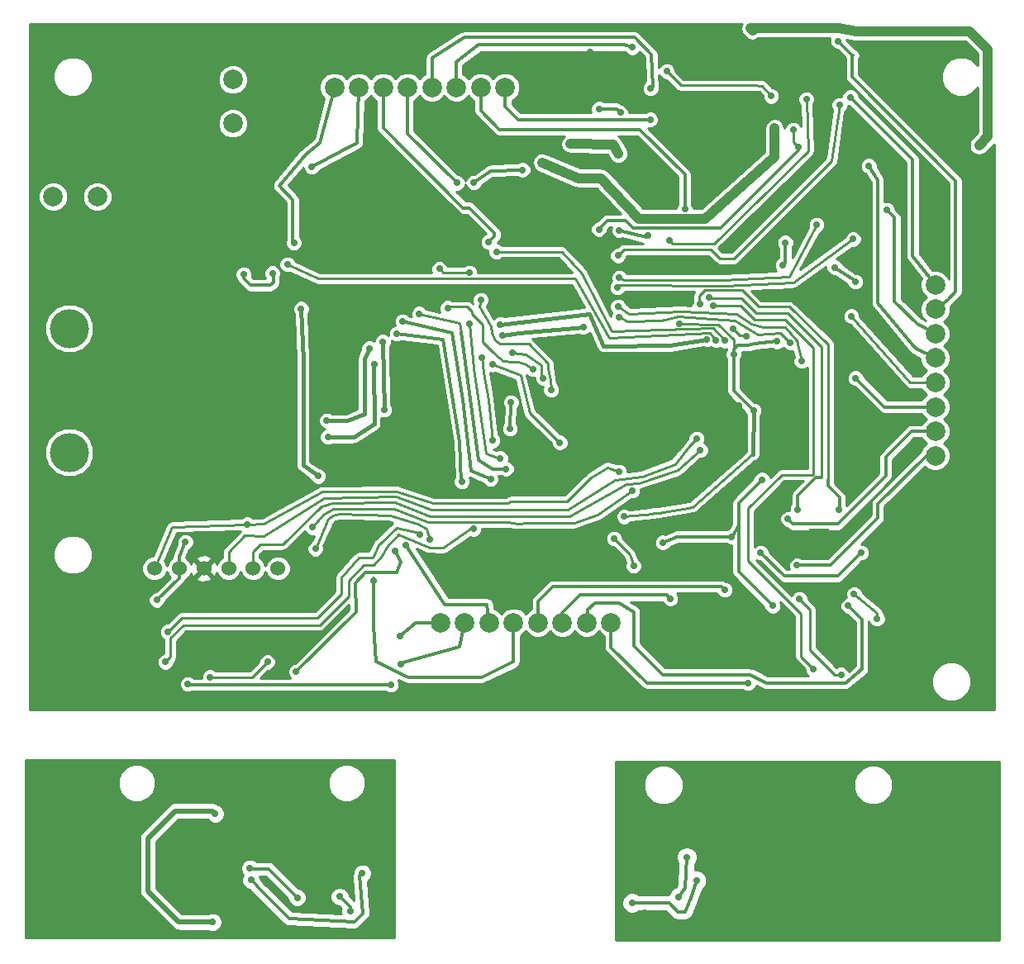
<source format=gbl>
G04 (created by PCBNEW (2013-07-07 BZR 4022)-stable) date 9/11/2014 11:21:24 AM*
%MOIN*%
G04 Gerber Fmt 3.4, Leading zero omitted, Abs format*
%FSLAX34Y34*%
G01*
G70*
G90*
G04 APERTURE LIST*
%ADD10C,0.00590551*%
%ADD11C,0.15748*%
%ADD12C,0.0787*%
%ADD13C,0.019685*%
%ADD14R,0.0826772X0.0826772*%
%ADD15C,0.06*%
%ADD16C,0.0787402*%
%ADD17C,0.023622*%
%ADD18R,0.0984X0.0984*%
%ADD19C,0.0275591*%
%ADD20C,0.015748*%
%ADD21C,0.00984252*%
%ADD22C,0.011811*%
%ADD23C,0.0137795*%
%ADD24C,0.019685*%
%ADD25C,0.0275591*%
%ADD26C,0.0393701*%
%ADD27C,0.01*%
G04 APERTURE END LIST*
G54D10*
G54D11*
X35681Y-38389D03*
X35681Y-33389D03*
G54D12*
X36811Y-28070D03*
X35039Y-28070D03*
G54D13*
X59251Y-27755D03*
X59025Y-27529D03*
X59025Y-27982D03*
X59478Y-27529D03*
X59478Y-27982D03*
G54D14*
X59251Y-27755D03*
G54D13*
X65984Y-22854D03*
X65757Y-22627D03*
X65757Y-23080D03*
X66210Y-22627D03*
X66210Y-23080D03*
G54D14*
X65984Y-22854D03*
G54D13*
X65925Y-41860D03*
X66151Y-42086D03*
X66151Y-41633D03*
X65698Y-42086D03*
X65698Y-41633D03*
G54D14*
X65925Y-41860D03*
G54D13*
X57834Y-23169D03*
X57608Y-22942D03*
X57608Y-23395D03*
X58061Y-22942D03*
X58061Y-23395D03*
G54D14*
X57834Y-23169D03*
G54D13*
X51338Y-29744D03*
X51112Y-29517D03*
X51112Y-29970D03*
X51564Y-29517D03*
X51564Y-29970D03*
G54D14*
X51338Y-29744D03*
G54D13*
X43464Y-29803D03*
X43238Y-29576D03*
X43238Y-30029D03*
X43690Y-29576D03*
X43690Y-30029D03*
G54D14*
X43464Y-29803D03*
G54D13*
X60826Y-43110D03*
X61053Y-42883D03*
X60600Y-42883D03*
X61053Y-43336D03*
X60600Y-43336D03*
G54D14*
X60826Y-43110D03*
G54D13*
X66929Y-28149D03*
X66702Y-27923D03*
X66702Y-28375D03*
X67155Y-27923D03*
X67155Y-28375D03*
G54D14*
X66929Y-28149D03*
G54D13*
X40885Y-46102D03*
X41112Y-45875D03*
X40659Y-45875D03*
X41112Y-46328D03*
X40659Y-46328D03*
G54D14*
X40885Y-46102D03*
G54D13*
X66338Y-45669D03*
X66112Y-45442D03*
X66112Y-45895D03*
X66564Y-45442D03*
X66564Y-45895D03*
G54D14*
X66338Y-45669D03*
G54D13*
X65944Y-32381D03*
X65718Y-32155D03*
X65718Y-32608D03*
X66171Y-32155D03*
X66171Y-32608D03*
G54D14*
X65944Y-32381D03*
G54D13*
X47185Y-41535D03*
X47411Y-41309D03*
X46958Y-41309D03*
X47411Y-41761D03*
X46958Y-41761D03*
G54D14*
X47185Y-41535D03*
G54D15*
X43106Y-43074D03*
X44106Y-43076D03*
X39114Y-43074D03*
X40114Y-43076D03*
X42110Y-43076D03*
X41110Y-43074D03*
G54D12*
X42283Y-25118D03*
X42283Y-23346D03*
G54D16*
X70610Y-35570D03*
X70610Y-36555D03*
X70610Y-32618D03*
X70610Y-31633D03*
X70610Y-33602D03*
X70610Y-34586D03*
X70610Y-38523D03*
X70610Y-37539D03*
X53602Y-45255D03*
X52618Y-45255D03*
X56555Y-45255D03*
X57539Y-45255D03*
X55570Y-45255D03*
X54586Y-45255D03*
X50649Y-45255D03*
X51633Y-45255D03*
X50314Y-23661D03*
X51299Y-23661D03*
X47362Y-23661D03*
X46377Y-23661D03*
X48346Y-23661D03*
X49330Y-23661D03*
X53267Y-23661D03*
X52283Y-23661D03*
G54D17*
X50003Y-35208D03*
X49703Y-34908D03*
X49703Y-35508D03*
X50303Y-34908D03*
X50303Y-35508D03*
G54D18*
X50003Y-35208D03*
G54D19*
X48334Y-33925D03*
X48385Y-36673D03*
X53070Y-33228D03*
X61397Y-33838D03*
X56427Y-33326D03*
X53149Y-33661D03*
X53070Y-38622D03*
X51811Y-33188D03*
X52746Y-34842D03*
X55472Y-37992D03*
X42834Y-54055D03*
X60275Y-54094D03*
X58897Y-56968D03*
X59744Y-57066D03*
X46062Y-56633D03*
X46751Y-53917D03*
X45374Y-56791D03*
X53444Y-42106D03*
X37263Y-43976D03*
X45000Y-44153D03*
X58287Y-47736D03*
X63307Y-45374D03*
X67893Y-43129D03*
X68937Y-44094D03*
X60019Y-21820D03*
X68907Y-40561D03*
X63927Y-40462D03*
X62677Y-36496D03*
X66968Y-35196D03*
X66161Y-29507D03*
X72047Y-30275D03*
X71318Y-24547D03*
X58543Y-30688D03*
X62244Y-30196D03*
X59921Y-25019D03*
X56692Y-22244D03*
X52598Y-30866D03*
X50511Y-28582D03*
X47913Y-30866D03*
X43405Y-31200D03*
X42460Y-28484D03*
X49724Y-37716D03*
X39114Y-41515D03*
X52992Y-36338D03*
X38602Y-22913D03*
X54015Y-32362D03*
X60767Y-32322D03*
X62933Y-34429D03*
X58641Y-38996D03*
X50984Y-39842D03*
X48818Y-32598D03*
X46889Y-36141D03*
X39133Y-31850D03*
X46082Y-33700D03*
X44901Y-39448D03*
X43011Y-55649D03*
X47500Y-55374D03*
X60590Y-54724D03*
X60275Y-56338D03*
X47027Y-56889D03*
X46594Y-56318D03*
X44744Y-29940D03*
X45472Y-26870D03*
X52598Y-29901D03*
X51318Y-27519D03*
X47952Y-43582D03*
X49251Y-42125D03*
X49074Y-46948D03*
X48661Y-47775D03*
X40472Y-47736D03*
X49015Y-45807D03*
X59133Y-23700D03*
X58385Y-22047D03*
X60511Y-28582D03*
X59114Y-24960D03*
X67185Y-24055D03*
X66692Y-21791D03*
X68661Y-28602D03*
X67933Y-26830D03*
X67224Y-32893D03*
X67401Y-35393D03*
X67391Y-31505D03*
X66555Y-30925D03*
X64675Y-41082D03*
X65039Y-42952D03*
X63051Y-47696D03*
X67106Y-44586D03*
X59921Y-44291D03*
X62125Y-43937D03*
X52755Y-37913D03*
X52322Y-34566D03*
X51830Y-31141D03*
X50610Y-30984D03*
X51515Y-39566D03*
X48897Y-33602D03*
X42716Y-31200D03*
X43877Y-31161D03*
X52677Y-39468D03*
X49133Y-33110D03*
X57047Y-24527D03*
X57913Y-24685D03*
X53307Y-39055D03*
X49803Y-32795D03*
X57874Y-29429D03*
X59035Y-29625D03*
X53464Y-37440D03*
X53503Y-36377D03*
X45728Y-39350D03*
X45039Y-32598D03*
X61135Y-38303D03*
X60984Y-37834D03*
X66811Y-47362D03*
X65137Y-44311D03*
X62460Y-33405D03*
X62992Y-33700D03*
X63996Y-24015D03*
X59783Y-23011D03*
X52913Y-30295D03*
X62125Y-33877D03*
X44488Y-30807D03*
X61771Y-33858D03*
X41358Y-47460D03*
X43681Y-46850D03*
X58444Y-42972D03*
X57657Y-41870D03*
X68267Y-45098D03*
X67342Y-44114D03*
X65413Y-24133D03*
X59901Y-29822D03*
X66751Y-24370D03*
X57814Y-30452D03*
X67303Y-29783D03*
X57795Y-31732D03*
X65826Y-29212D03*
X57874Y-31338D03*
X65216Y-34704D03*
X57814Y-32500D03*
X57874Y-32933D03*
X64763Y-33956D03*
X52283Y-32244D03*
X55118Y-35866D03*
X61122Y-32401D03*
X66732Y-40718D03*
X61673Y-32460D03*
X65688Y-47125D03*
X61496Y-32125D03*
X65068Y-40688D03*
X39566Y-46850D03*
X51988Y-41476D03*
X39665Y-45629D03*
X49842Y-41712D03*
X45610Y-42283D03*
X50216Y-41889D03*
X58385Y-39940D03*
X45492Y-41417D03*
X60984Y-55669D03*
X58385Y-56574D03*
X42972Y-55177D03*
X44881Y-56358D03*
X47783Y-34196D03*
X46074Y-37110D03*
X47984Y-34826D03*
X46114Y-37771D03*
X57047Y-29389D03*
X39212Y-44350D03*
X40374Y-42007D03*
X59625Y-42027D03*
X62401Y-41791D03*
X63622Y-39488D03*
X64055Y-44586D03*
X60295Y-33188D03*
X64566Y-29921D03*
X64468Y-30846D03*
X64232Y-33917D03*
X62480Y-34448D03*
X65078Y-26082D03*
X64881Y-25374D03*
X57834Y-26338D03*
X55905Y-25944D03*
X50944Y-32559D03*
X54409Y-35039D03*
X58070Y-40984D03*
X63287Y-36712D03*
X48838Y-42362D03*
X44842Y-47244D03*
X67627Y-42440D03*
X63572Y-42440D03*
X72381Y-26003D03*
X67421Y-21397D03*
X54763Y-26692D03*
X63169Y-21279D03*
X64133Y-25314D03*
X53966Y-26988D03*
X52007Y-27500D03*
X41476Y-57342D03*
X41574Y-52972D03*
X53543Y-34370D03*
X54803Y-35393D03*
X57854Y-39173D03*
X42874Y-41299D03*
G54D20*
X48334Y-33925D02*
X48385Y-36673D01*
X61397Y-33838D02*
X59901Y-34074D01*
X59901Y-34074D02*
X57224Y-34094D01*
X57224Y-34094D02*
X56653Y-32795D01*
X56653Y-32795D02*
X53070Y-33228D01*
X53149Y-33661D02*
X53818Y-33582D01*
X53818Y-33582D02*
X56427Y-33326D01*
G54D21*
X53070Y-38622D02*
X52480Y-38425D01*
X52480Y-38425D02*
X52007Y-35000D01*
X52007Y-35000D02*
X51811Y-33188D01*
X55472Y-37992D02*
X54251Y-36811D01*
X54251Y-36811D02*
X53877Y-35275D01*
X53877Y-35275D02*
X52746Y-34842D01*
G54D22*
X59744Y-57066D02*
X59704Y-57106D01*
X46062Y-56633D02*
X46023Y-56673D01*
G54D23*
X71318Y-24547D02*
X71318Y-24566D01*
G54D21*
X53070Y-37637D02*
X55354Y-39763D01*
X53070Y-36574D02*
X53070Y-37637D01*
X52992Y-36338D02*
X53070Y-36574D01*
X54015Y-32362D02*
X54015Y-32381D01*
X58641Y-38996D02*
X58641Y-38986D01*
G54D24*
X48818Y-32598D02*
X48818Y-32559D01*
G54D25*
X46889Y-36141D02*
X46889Y-36153D01*
G54D22*
X43248Y-55885D02*
X43011Y-55649D01*
X43248Y-55905D02*
X43248Y-55885D01*
X44547Y-57204D02*
X43248Y-55905D01*
X47185Y-57322D02*
X44547Y-57204D01*
X47519Y-56988D02*
X47185Y-57322D01*
X47401Y-55472D02*
X47519Y-56988D01*
X47500Y-55374D02*
X47401Y-55472D01*
X60531Y-55984D02*
X60590Y-54724D01*
X60275Y-56338D02*
X60531Y-55984D01*
X47027Y-56751D02*
X47027Y-56889D01*
X46594Y-56318D02*
X47027Y-56751D01*
G54D23*
X45787Y-25905D02*
X46377Y-23661D01*
X45216Y-26358D02*
X45787Y-25905D01*
X44153Y-27637D02*
X45216Y-26358D01*
X44704Y-28188D02*
X44153Y-27637D01*
X44704Y-29901D02*
X44704Y-28188D01*
X44744Y-29940D02*
X44704Y-29901D01*
X45472Y-26870D02*
X47283Y-25905D01*
X47362Y-23661D02*
X47283Y-25905D01*
X48346Y-25295D02*
X48346Y-23661D01*
X51574Y-28523D02*
X48346Y-25295D01*
X51830Y-28523D02*
X51574Y-28523D01*
X52834Y-29527D02*
X51830Y-28523D01*
X52834Y-29665D02*
X52834Y-29527D01*
X52598Y-29901D02*
X52834Y-29665D01*
X49330Y-25531D02*
X49330Y-23661D01*
X51318Y-27519D02*
X49330Y-25531D01*
X47952Y-43582D02*
X47952Y-43464D01*
X47952Y-43464D02*
X47952Y-45393D01*
X48070Y-46850D02*
X49350Y-47460D01*
X47952Y-45393D02*
X48070Y-46850D01*
X49350Y-47460D02*
X52322Y-47460D01*
X52322Y-47460D02*
X53602Y-46850D01*
X53602Y-46850D02*
X53602Y-45255D01*
X52539Y-44527D02*
X52618Y-45255D01*
X49251Y-42125D02*
X50826Y-44527D01*
X50826Y-44527D02*
X52539Y-44527D01*
X49015Y-46889D02*
X51437Y-46240D01*
X51437Y-46240D02*
X51633Y-45255D01*
X49074Y-46948D02*
X49015Y-46889D01*
X40511Y-47775D02*
X48661Y-47775D01*
X40472Y-47736D02*
X40511Y-47775D01*
X49645Y-45255D02*
X50649Y-45255D01*
X49015Y-45807D02*
X49645Y-45255D01*
X50314Y-22480D02*
X50314Y-23661D01*
X51614Y-21653D02*
X50314Y-22480D01*
X58503Y-21653D02*
X51614Y-21653D01*
X59173Y-22322D02*
X58503Y-21653D01*
X59212Y-23622D02*
X59173Y-22322D01*
X59133Y-23700D02*
X59212Y-23622D01*
X51299Y-22637D02*
X51299Y-23661D01*
X52204Y-21948D02*
X51299Y-22637D01*
X58070Y-21948D02*
X52204Y-21948D01*
X58385Y-22047D02*
X58070Y-21948D01*
X52283Y-24606D02*
X52283Y-23661D01*
X53031Y-25354D02*
X52283Y-24606D01*
X58700Y-25354D02*
X53031Y-25354D01*
X60511Y-27165D02*
X58700Y-25354D01*
X60511Y-28031D02*
X60511Y-27165D01*
X60511Y-28582D02*
X60511Y-28031D01*
X59094Y-24960D02*
X53779Y-24960D01*
X53779Y-24960D02*
X53267Y-24448D01*
X53267Y-23661D02*
X53267Y-24448D01*
X59114Y-24960D02*
X59094Y-24960D01*
X69704Y-30472D02*
X70610Y-31633D01*
X69704Y-26574D02*
X69704Y-30472D01*
X67185Y-24055D02*
X69704Y-26574D01*
X67263Y-22362D02*
X67263Y-23248D01*
X71122Y-32224D02*
X70610Y-32618D01*
X71437Y-31909D02*
X71122Y-32224D01*
X71437Y-27421D02*
X71437Y-31909D01*
X67263Y-23248D02*
X71437Y-27421D01*
X66692Y-21791D02*
X67263Y-22362D01*
X67263Y-22362D02*
X67303Y-22362D01*
X69881Y-33208D02*
X70610Y-33602D01*
X68976Y-32303D02*
X69881Y-33208D01*
X68976Y-28917D02*
X68976Y-32303D01*
X68661Y-28602D02*
X68976Y-28917D01*
X69822Y-34192D02*
X70610Y-34586D01*
X68307Y-32381D02*
X69822Y-34192D01*
X68287Y-27411D02*
X68307Y-32381D01*
X67933Y-26830D02*
X68287Y-27411D01*
G54D21*
X69606Y-35570D02*
X70610Y-35570D01*
X67224Y-32893D02*
X69606Y-35570D01*
G54D23*
X68562Y-36555D02*
X70610Y-36555D01*
X67401Y-35393D02*
X68562Y-36555D01*
X67391Y-31486D02*
X67391Y-31505D01*
X66555Y-30925D02*
X67391Y-31486D01*
X69655Y-37539D02*
X70610Y-37539D01*
X68612Y-38582D02*
X69655Y-37539D01*
X68612Y-39350D02*
X68612Y-38582D01*
X66683Y-41279D02*
X68612Y-39350D01*
X64872Y-41279D02*
X66683Y-41279D01*
X64675Y-41082D02*
X64872Y-41279D01*
X70246Y-38523D02*
X70610Y-38523D01*
X68297Y-40472D02*
X70246Y-38523D01*
X68297Y-41033D02*
X68297Y-40472D01*
X66387Y-42942D02*
X68297Y-41033D01*
X65049Y-42942D02*
X66387Y-42942D01*
X65039Y-42952D02*
X65049Y-42942D01*
X57539Y-46279D02*
X57539Y-45255D01*
X58996Y-47696D02*
X57539Y-46279D01*
X62893Y-47696D02*
X58996Y-47696D01*
X63051Y-47696D02*
X62893Y-47696D01*
X56594Y-44724D02*
X56555Y-45255D01*
X56909Y-44468D02*
X56594Y-44724D01*
X57854Y-44468D02*
X56909Y-44468D01*
X58464Y-44822D02*
X57854Y-44468D01*
X58464Y-46200D02*
X58464Y-44822D01*
X59625Y-47362D02*
X58464Y-46200D01*
X63169Y-47362D02*
X59625Y-47362D01*
X63779Y-47696D02*
X63169Y-47362D01*
X66988Y-47696D02*
X63779Y-47696D01*
X67657Y-47145D02*
X66988Y-47696D01*
X67657Y-45137D02*
X67657Y-47145D01*
X67106Y-44586D02*
X67657Y-45137D01*
X55570Y-44862D02*
X55570Y-45255D01*
X56279Y-44153D02*
X55570Y-44862D01*
X59783Y-44153D02*
X56279Y-44153D01*
X59921Y-44291D02*
X59783Y-44153D01*
X62125Y-43937D02*
X61988Y-43799D01*
X61988Y-43799D02*
X55177Y-43799D01*
X55177Y-43799D02*
X54586Y-44389D01*
X54586Y-44389D02*
X54586Y-45255D01*
G54D20*
X52322Y-34566D02*
X52326Y-34522D01*
G54D21*
X52326Y-34522D02*
X52401Y-35157D01*
X52401Y-35157D02*
X52578Y-36259D01*
X52578Y-36259D02*
X52755Y-37913D01*
X50767Y-31141D02*
X51830Y-31141D01*
X50610Y-30984D02*
X50767Y-31141D01*
G54D22*
X51515Y-39566D02*
X51496Y-39606D01*
X51496Y-39606D02*
X51421Y-37964D01*
X51421Y-37964D02*
X50748Y-33838D01*
X50748Y-33838D02*
X48897Y-33602D01*
G54D23*
X42716Y-31377D02*
X42716Y-31200D01*
X42992Y-31653D02*
X42716Y-31377D01*
X43799Y-31653D02*
X42992Y-31653D01*
X43917Y-31535D02*
X43799Y-31653D01*
X43917Y-31200D02*
X43917Y-31535D01*
X43877Y-31161D02*
X43917Y-31200D01*
G54D22*
X52677Y-39468D02*
X51889Y-39133D01*
X51909Y-39153D02*
X51562Y-36283D01*
X51141Y-33562D02*
X49133Y-33110D01*
X51562Y-36283D02*
X51141Y-33562D01*
G54D23*
X57755Y-24527D02*
X57047Y-24527D01*
X57913Y-24685D02*
X57755Y-24527D01*
G54D22*
X53307Y-39055D02*
X52755Y-39055D01*
X52755Y-39055D02*
X52204Y-38700D01*
X52204Y-38700D02*
X51484Y-33551D01*
G54D21*
X51419Y-33162D02*
X49803Y-32795D01*
X51484Y-33551D02*
X51419Y-33162D01*
G54D23*
X58956Y-29704D02*
X57874Y-29429D01*
X59035Y-29625D02*
X58956Y-29704D01*
G54D22*
X53464Y-37440D02*
X53503Y-36377D01*
G54D21*
X45728Y-39350D02*
X45685Y-39307D01*
G54D20*
X45122Y-38917D02*
X45122Y-34657D01*
X45685Y-39307D02*
X45122Y-38917D01*
X45122Y-34657D02*
X45039Y-32598D01*
G54D21*
X46279Y-40433D02*
X45846Y-40570D01*
X48818Y-40413D02*
X46279Y-40433D01*
X58661Y-39625D02*
X58153Y-39678D01*
X61135Y-38303D02*
X60228Y-39110D01*
X58661Y-39625D02*
X60228Y-39110D01*
X55846Y-40984D02*
X50216Y-40964D01*
X58153Y-39678D02*
X55846Y-40984D01*
X50216Y-40964D02*
X48818Y-40413D01*
X43106Y-42405D02*
X43106Y-43074D01*
X43405Y-42106D02*
X43106Y-42405D01*
X44291Y-42106D02*
X43405Y-42106D01*
X45846Y-40570D02*
X44291Y-42106D01*
X55784Y-40703D02*
X53529Y-40703D01*
X58779Y-39370D02*
X57696Y-39507D01*
X57696Y-39507D02*
X55784Y-40703D01*
X60984Y-37834D02*
X60708Y-38149D01*
X60708Y-38149D02*
X60472Y-38425D01*
X60472Y-38425D02*
X60118Y-38858D01*
X60118Y-38858D02*
X58779Y-39370D01*
X42110Y-42417D02*
X42110Y-43076D01*
X42775Y-41751D02*
X42110Y-42417D01*
X43523Y-41771D02*
X42775Y-41751D01*
X45944Y-40236D02*
X43523Y-41771D01*
X48858Y-40177D02*
X45944Y-40236D01*
X50295Y-40708D02*
X48858Y-40177D01*
X53425Y-40708D02*
X50295Y-40708D01*
X53529Y-40703D02*
X53425Y-40708D01*
X66574Y-47362D02*
X66811Y-47362D01*
X65570Y-46358D02*
X66574Y-47362D01*
X65570Y-44744D02*
X65570Y-46358D01*
X65137Y-44311D02*
X65570Y-44744D01*
X42110Y-42929D02*
X42110Y-43076D01*
X62460Y-33405D02*
X62719Y-33659D01*
X62719Y-33659D02*
X62992Y-33700D01*
X63641Y-23602D02*
X63996Y-24015D01*
X63248Y-23582D02*
X63641Y-23602D01*
X60354Y-23582D02*
X63248Y-23582D01*
X59783Y-23011D02*
X60354Y-23582D01*
X55551Y-30295D02*
X52913Y-30295D01*
X57559Y-33503D02*
X56358Y-31181D01*
X56358Y-31181D02*
X55551Y-30295D01*
X61653Y-33385D02*
X57559Y-33503D01*
X62125Y-33877D02*
X61653Y-33385D01*
X45728Y-31377D02*
X44488Y-30807D01*
X56102Y-31377D02*
X45728Y-31377D01*
X57460Y-33759D02*
X56102Y-31377D01*
X61515Y-33582D02*
X57460Y-33759D01*
X61771Y-33858D02*
X61515Y-33582D01*
X43070Y-47460D02*
X41358Y-47460D01*
X43681Y-46850D02*
X43070Y-47460D01*
X58287Y-42500D02*
X58444Y-42972D01*
X57657Y-41870D02*
X58287Y-42500D01*
X68267Y-44881D02*
X68267Y-45098D01*
X67342Y-44114D02*
X68267Y-44881D01*
X65492Y-26240D02*
X65413Y-24133D01*
X61692Y-29960D02*
X65492Y-26240D01*
X60019Y-29960D02*
X61692Y-29960D01*
X59901Y-29822D02*
X60019Y-29960D01*
X66437Y-26633D02*
X66751Y-24370D01*
X62500Y-30570D02*
X66437Y-26633D01*
X61929Y-30570D02*
X62500Y-30570D01*
X61574Y-30216D02*
X61929Y-30570D01*
X58051Y-30216D02*
X61574Y-30216D01*
X57814Y-30452D02*
X58051Y-30216D01*
X64881Y-31535D02*
X67303Y-29783D01*
X57874Y-31653D02*
X62125Y-31665D01*
X62125Y-31665D02*
X64881Y-31535D01*
X57795Y-31751D02*
X57874Y-31673D01*
X64724Y-31299D02*
X65826Y-29212D01*
X62027Y-31437D02*
X64724Y-31299D01*
X61692Y-31437D02*
X62027Y-31437D01*
X58051Y-31437D02*
X61692Y-31437D01*
X57874Y-31338D02*
X58051Y-31437D01*
X62599Y-32791D02*
X63188Y-33208D01*
X65039Y-33877D02*
X65216Y-34704D01*
X64566Y-33326D02*
X65039Y-33877D01*
X63661Y-33326D02*
X64566Y-33326D01*
X63188Y-33208D02*
X63661Y-33326D01*
X58269Y-32803D02*
X60375Y-32705D01*
X60375Y-32705D02*
X62599Y-32791D01*
X62599Y-32791D02*
X62619Y-32791D01*
X57814Y-32500D02*
X58269Y-32803D01*
X60275Y-32913D02*
X62519Y-33070D01*
X59547Y-33070D02*
X60275Y-32913D01*
X58203Y-33098D02*
X59547Y-33070D01*
X57893Y-32952D02*
X58203Y-33098D01*
X57874Y-32933D02*
X57893Y-32952D01*
X64370Y-33562D02*
X64763Y-33956D01*
X63444Y-33622D02*
X64370Y-33562D01*
X62519Y-33070D02*
X63444Y-33622D01*
X52224Y-32500D02*
X52283Y-32244D01*
X52677Y-33307D02*
X52224Y-32500D01*
X52716Y-33582D02*
X52677Y-33307D01*
X52874Y-33858D02*
X52716Y-33582D01*
X53051Y-34015D02*
X52874Y-33858D01*
X54212Y-34015D02*
X53051Y-34015D01*
X55000Y-34803D02*
X54212Y-34015D01*
X55000Y-34960D02*
X55000Y-34803D01*
X55039Y-35196D02*
X55000Y-34960D01*
X55078Y-35433D02*
X55039Y-35196D01*
X55118Y-35866D02*
X55078Y-35433D01*
X64724Y-32519D02*
X66299Y-34035D01*
X63484Y-32519D02*
X64724Y-32519D01*
X62814Y-31850D02*
X63484Y-32519D01*
X61318Y-31850D02*
X62814Y-31850D01*
X61082Y-32086D02*
X61318Y-31850D01*
X61082Y-32362D02*
X61082Y-32086D01*
X61122Y-32401D02*
X61082Y-32362D01*
X66299Y-39507D02*
X66299Y-34035D01*
G54D23*
X66299Y-39753D02*
X66299Y-39507D01*
X66761Y-40216D02*
X66299Y-39753D01*
X66761Y-40688D02*
X66761Y-40216D01*
X66732Y-40718D02*
X66761Y-40688D01*
G54D21*
X65708Y-39291D02*
X64429Y-39291D01*
X61673Y-32460D02*
X61692Y-32480D01*
X61692Y-32480D02*
X62775Y-32480D01*
X62775Y-32480D02*
X63326Y-33031D01*
X63326Y-33031D02*
X64566Y-33031D01*
X64566Y-33031D02*
X65708Y-34173D01*
X65708Y-34173D02*
X65708Y-39291D01*
X65196Y-46633D02*
X65688Y-47125D01*
X65196Y-44901D02*
X65196Y-46633D01*
X63070Y-42775D02*
X65196Y-44901D01*
X63070Y-40649D02*
X63070Y-42775D01*
X64429Y-39291D02*
X63070Y-40649D01*
G54D23*
X66023Y-39409D02*
X65807Y-39409D01*
G54D21*
X61496Y-32125D02*
X61535Y-32165D01*
X61535Y-32165D02*
X62795Y-32165D01*
X62795Y-32165D02*
X63405Y-32775D01*
X63405Y-32775D02*
X64665Y-32775D01*
X64665Y-32775D02*
X66023Y-34133D01*
X66023Y-34133D02*
X66023Y-39409D01*
G54D23*
X65068Y-40147D02*
X65068Y-40688D01*
X65807Y-39409D02*
X65068Y-40147D01*
G54D21*
X42972Y-45354D02*
X45787Y-45354D01*
X39566Y-46850D02*
X39763Y-46653D01*
X39763Y-46653D02*
X39763Y-45885D01*
X39763Y-45885D02*
X40295Y-45354D01*
X40295Y-45354D02*
X42972Y-45354D01*
X47952Y-42933D02*
X48307Y-42578D01*
X47559Y-42952D02*
X47952Y-42933D01*
X46948Y-43562D02*
X47559Y-42952D01*
X46948Y-44192D02*
X46948Y-43562D01*
X45787Y-45354D02*
X46948Y-44192D01*
X48484Y-42204D02*
X48307Y-42578D01*
X48976Y-41712D02*
X48484Y-42204D01*
X50216Y-42224D02*
X48976Y-41712D01*
X50748Y-42244D02*
X50216Y-42224D01*
X51968Y-41397D02*
X50748Y-42244D01*
X51988Y-41476D02*
X51968Y-41397D01*
X39665Y-45629D02*
X40236Y-45059D01*
X40236Y-45059D02*
X42972Y-45059D01*
X45688Y-45059D02*
X42972Y-45059D01*
X46653Y-44094D02*
X45688Y-45059D01*
X46653Y-43444D02*
X46653Y-44094D01*
X47362Y-42637D02*
X46653Y-43444D01*
X47913Y-42637D02*
X47362Y-42637D01*
X48188Y-42086D02*
X47913Y-42637D01*
X48228Y-42086D02*
X48188Y-42086D01*
X48877Y-41437D02*
X48228Y-42086D01*
X49783Y-41653D02*
X48877Y-41437D01*
X49842Y-41712D02*
X49783Y-41653D01*
X46141Y-41062D02*
X45610Y-42283D01*
X46555Y-40866D02*
X46318Y-40944D01*
X46318Y-40944D02*
X46141Y-41062D01*
X48622Y-40925D02*
X46555Y-40866D01*
X49724Y-41259D02*
X48622Y-40925D01*
X50078Y-41456D02*
X49724Y-41259D01*
X50216Y-41889D02*
X50078Y-41456D01*
X58385Y-39940D02*
X58307Y-40019D01*
X58307Y-40019D02*
X57007Y-40905D01*
X57007Y-40905D02*
X56043Y-41240D01*
X56043Y-41240D02*
X54153Y-41240D01*
X54153Y-41240D02*
X53799Y-41259D01*
X53799Y-41259D02*
X53346Y-41200D01*
X51122Y-41200D02*
X53346Y-41200D01*
X50157Y-41200D02*
X51122Y-41200D01*
X48779Y-40669D02*
X50157Y-41200D01*
X46338Y-40669D02*
X48779Y-40669D01*
X45492Y-41417D02*
X45925Y-40905D01*
X45925Y-40905D02*
X46338Y-40669D01*
G54D22*
X60748Y-56377D02*
X60984Y-55669D01*
X60511Y-56929D02*
X60748Y-56377D01*
X60236Y-56929D02*
X60511Y-56929D01*
X58385Y-56574D02*
X59878Y-56570D01*
X59878Y-56570D02*
X60236Y-56929D01*
X42992Y-55196D02*
X42972Y-55177D01*
X43720Y-55196D02*
X42992Y-55196D01*
X44153Y-55629D02*
X43720Y-55196D01*
X44881Y-56358D02*
X44153Y-55629D01*
G54D20*
X46905Y-37110D02*
X46074Y-37110D01*
X47586Y-36850D02*
X46905Y-37110D01*
X47586Y-34598D02*
X47586Y-36850D01*
X47783Y-34196D02*
X47586Y-34598D01*
X47173Y-37771D02*
X46114Y-37771D01*
X47988Y-37228D02*
X47173Y-37771D01*
X47968Y-34842D02*
X47988Y-37228D01*
G54D21*
X47984Y-34826D02*
X47968Y-34842D01*
G54D23*
X65078Y-26200D02*
X65078Y-26082D01*
X61948Y-29330D02*
X65078Y-26200D01*
X58425Y-29330D02*
X61948Y-29330D01*
X58129Y-29035D02*
X58425Y-29330D01*
X57381Y-29035D02*
X58129Y-29035D01*
X57125Y-29291D02*
X57381Y-29035D01*
X57125Y-29311D02*
X57125Y-29291D01*
X57047Y-29389D02*
X57125Y-29311D01*
X40114Y-43076D02*
X40114Y-43468D01*
X39232Y-44350D02*
X39212Y-44350D01*
X40114Y-43468D02*
X39232Y-44350D01*
X40114Y-42602D02*
X40114Y-43076D01*
X40374Y-42007D02*
X40114Y-42602D01*
X60196Y-41791D02*
X62401Y-41791D01*
X59625Y-42027D02*
X60196Y-41791D01*
X62421Y-41811D02*
X62677Y-41338D01*
X62401Y-41791D02*
X62421Y-41811D01*
X62677Y-40433D02*
X63622Y-39488D01*
X62677Y-43208D02*
X62677Y-41338D01*
X62677Y-41338D02*
X62677Y-40433D01*
X64055Y-44586D02*
X62677Y-43208D01*
X62480Y-34448D02*
X62480Y-35905D01*
X62480Y-35905D02*
X63287Y-36712D01*
G54D21*
X62480Y-33838D02*
X61870Y-33228D01*
X61870Y-33228D02*
X60295Y-33188D01*
X62480Y-34448D02*
X62480Y-33838D01*
G54D23*
X64566Y-30748D02*
X64566Y-29921D01*
X64468Y-30846D02*
X64566Y-30748D01*
X63326Y-33996D02*
X64232Y-33917D01*
X63070Y-34074D02*
X63326Y-33996D01*
X62637Y-34074D02*
X63070Y-34074D01*
X62480Y-34232D02*
X62637Y-34074D01*
X62480Y-34448D02*
X62480Y-34232D01*
G54D21*
X63267Y-38444D02*
X60826Y-40590D01*
X60818Y-40598D02*
X59448Y-40830D01*
X59448Y-40830D02*
X59232Y-40826D01*
X60826Y-40590D02*
X60818Y-40598D01*
X65078Y-26082D02*
X64881Y-25885D01*
X64881Y-25885D02*
X64881Y-25374D01*
G54D26*
X57618Y-25964D02*
X57834Y-26338D01*
X55905Y-25944D02*
X57618Y-25964D01*
G54D21*
X51732Y-32519D02*
X51929Y-32716D01*
X50984Y-32519D02*
X51732Y-32519D01*
X50944Y-32559D02*
X50984Y-32519D01*
X51929Y-32716D02*
X51929Y-32795D01*
X51929Y-32795D02*
X52362Y-33228D01*
X52362Y-33228D02*
X52362Y-33937D01*
X52362Y-33937D02*
X52716Y-34291D01*
X53011Y-34586D02*
X52716Y-34291D01*
X54078Y-34841D02*
X54409Y-35039D01*
X53781Y-34724D02*
X54078Y-34841D01*
X53543Y-34724D02*
X53781Y-34724D01*
X53192Y-34689D02*
X53543Y-34724D01*
X53011Y-34586D02*
X53192Y-34689D01*
X58070Y-40984D02*
X59228Y-40862D01*
X59228Y-40862D02*
X59232Y-40826D01*
G54D20*
X63287Y-36712D02*
X63267Y-38444D01*
X63267Y-38444D02*
X63267Y-38464D01*
G54D23*
X49074Y-42814D02*
X48838Y-42362D01*
X48877Y-43248D02*
X49074Y-42814D01*
X47637Y-43248D02*
X48877Y-43248D01*
X47242Y-43679D02*
X47637Y-43248D01*
X47244Y-44842D02*
X47242Y-43679D01*
X44842Y-47244D02*
X47244Y-44842D01*
X66683Y-43385D02*
X67627Y-42440D01*
X64517Y-43385D02*
X66683Y-43385D01*
X63572Y-42440D02*
X64517Y-43385D01*
G54D26*
X67421Y-21397D02*
X71988Y-21397D01*
X72736Y-25649D02*
X72381Y-26003D01*
X72736Y-22145D02*
X72736Y-25649D01*
X71988Y-21397D02*
X72736Y-22145D01*
X66712Y-21279D02*
X63169Y-21279D01*
X67421Y-21397D02*
X66712Y-21279D01*
X56220Y-27322D02*
X57125Y-27322D01*
X54763Y-26692D02*
X56220Y-27322D01*
X58661Y-28956D02*
X61338Y-28956D01*
X57125Y-27322D02*
X58661Y-28956D01*
X63169Y-21279D02*
X63248Y-21358D01*
X61338Y-28956D02*
X64133Y-26456D01*
X64133Y-26456D02*
X64133Y-25314D01*
G54D23*
X52677Y-27027D02*
X53966Y-26988D01*
X52007Y-27500D02*
X52677Y-27027D01*
G54D24*
X40098Y-57342D02*
X41476Y-57342D01*
X38858Y-56102D02*
X40098Y-57342D01*
X38858Y-53956D02*
X38858Y-56102D01*
X39960Y-52854D02*
X38858Y-53956D01*
X41456Y-52854D02*
X39960Y-52854D01*
X41574Y-52972D02*
X41456Y-52854D01*
G54D21*
X54094Y-34448D02*
X53543Y-34370D01*
X54803Y-35393D02*
X54724Y-35314D01*
X54724Y-35314D02*
X54724Y-34881D01*
X54724Y-34881D02*
X54094Y-34448D01*
X53543Y-34370D02*
X53543Y-34370D01*
X43523Y-41279D02*
X42874Y-41299D01*
X45885Y-39980D02*
X43523Y-41279D01*
X48897Y-39960D02*
X45885Y-39980D01*
X50354Y-40452D02*
X48897Y-39960D01*
X53366Y-40452D02*
X50354Y-40452D01*
X53503Y-40374D02*
X53366Y-40452D01*
X55767Y-40374D02*
X53503Y-40374D01*
X56732Y-39409D02*
X55767Y-40374D01*
X57401Y-38996D02*
X56732Y-39409D01*
X57854Y-39173D02*
X57401Y-38996D01*
X39114Y-43074D02*
X39842Y-41397D01*
X39842Y-41397D02*
X42874Y-41299D01*
G54D10*
G36*
X73178Y-58060D02*
X68908Y-58060D01*
X68908Y-51652D01*
X68787Y-51359D01*
X68562Y-51134D01*
X68269Y-51013D01*
X67952Y-51012D01*
X67658Y-51134D01*
X67434Y-51358D01*
X67312Y-51651D01*
X67312Y-51969D01*
X67433Y-52262D01*
X67657Y-52487D01*
X67950Y-52608D01*
X68268Y-52609D01*
X68561Y-52487D01*
X68786Y-52263D01*
X68908Y-51970D01*
X68908Y-51652D01*
X68908Y-58060D01*
X61408Y-58060D01*
X61408Y-55585D01*
X61343Y-55429D01*
X61224Y-55310D01*
X61068Y-55245D01*
X60912Y-55245D01*
X60924Y-54990D01*
X60949Y-54964D01*
X61014Y-54809D01*
X61014Y-54640D01*
X60950Y-54484D01*
X60831Y-54365D01*
X60675Y-54300D01*
X60506Y-54300D01*
X60443Y-54326D01*
X60443Y-51652D01*
X60322Y-51359D01*
X60098Y-51134D01*
X59805Y-51013D01*
X59487Y-51012D01*
X59194Y-51134D01*
X58969Y-51358D01*
X58847Y-51651D01*
X58847Y-51969D01*
X58968Y-52262D01*
X59193Y-52487D01*
X59486Y-52608D01*
X59803Y-52609D01*
X60097Y-52487D01*
X60321Y-52263D01*
X60443Y-51970D01*
X60443Y-51652D01*
X60443Y-54326D01*
X60350Y-54364D01*
X60231Y-54483D01*
X60166Y-54639D01*
X60166Y-54808D01*
X60230Y-54964D01*
X60233Y-54967D01*
X60191Y-55864D01*
X60140Y-55935D01*
X60035Y-55978D01*
X59916Y-56098D01*
X59863Y-56224D01*
X58639Y-56228D01*
X58626Y-56215D01*
X58470Y-56150D01*
X58301Y-56150D01*
X58145Y-56215D01*
X58026Y-56334D01*
X57961Y-56490D01*
X57961Y-56658D01*
X58026Y-56814D01*
X58145Y-56934D01*
X58301Y-56998D01*
X58469Y-56998D01*
X58625Y-56934D01*
X58641Y-56919D01*
X59734Y-56915D01*
X59991Y-57173D01*
X60103Y-57248D01*
X60235Y-57274D01*
X60236Y-57274D01*
X60511Y-57274D01*
X60575Y-57261D01*
X60640Y-57249D01*
X60641Y-57248D01*
X60643Y-57248D01*
X60698Y-57211D01*
X60752Y-57176D01*
X60754Y-57174D01*
X60755Y-57173D01*
X60792Y-57118D01*
X60829Y-57065D01*
X61065Y-56513D01*
X61068Y-56499D01*
X61075Y-56486D01*
X61229Y-56023D01*
X61343Y-55909D01*
X61408Y-55754D01*
X61408Y-55585D01*
X61408Y-58060D01*
X57727Y-58060D01*
X57727Y-50876D01*
X73178Y-50876D01*
X73178Y-58060D01*
X73178Y-58060D01*
G37*
G54D27*
X73178Y-58060D02*
X68908Y-58060D01*
X68908Y-51652D01*
X68787Y-51359D01*
X68562Y-51134D01*
X68269Y-51013D01*
X67952Y-51012D01*
X67658Y-51134D01*
X67434Y-51358D01*
X67312Y-51651D01*
X67312Y-51969D01*
X67433Y-52262D01*
X67657Y-52487D01*
X67950Y-52608D01*
X68268Y-52609D01*
X68561Y-52487D01*
X68786Y-52263D01*
X68908Y-51970D01*
X68908Y-51652D01*
X68908Y-58060D01*
X61408Y-58060D01*
X61408Y-55585D01*
X61343Y-55429D01*
X61224Y-55310D01*
X61068Y-55245D01*
X60912Y-55245D01*
X60924Y-54990D01*
X60949Y-54964D01*
X61014Y-54809D01*
X61014Y-54640D01*
X60950Y-54484D01*
X60831Y-54365D01*
X60675Y-54300D01*
X60506Y-54300D01*
X60443Y-54326D01*
X60443Y-51652D01*
X60322Y-51359D01*
X60098Y-51134D01*
X59805Y-51013D01*
X59487Y-51012D01*
X59194Y-51134D01*
X58969Y-51358D01*
X58847Y-51651D01*
X58847Y-51969D01*
X58968Y-52262D01*
X59193Y-52487D01*
X59486Y-52608D01*
X59803Y-52609D01*
X60097Y-52487D01*
X60321Y-52263D01*
X60443Y-51970D01*
X60443Y-51652D01*
X60443Y-54326D01*
X60350Y-54364D01*
X60231Y-54483D01*
X60166Y-54639D01*
X60166Y-54808D01*
X60230Y-54964D01*
X60233Y-54967D01*
X60191Y-55864D01*
X60140Y-55935D01*
X60035Y-55978D01*
X59916Y-56098D01*
X59863Y-56224D01*
X58639Y-56228D01*
X58626Y-56215D01*
X58470Y-56150D01*
X58301Y-56150D01*
X58145Y-56215D01*
X58026Y-56334D01*
X57961Y-56490D01*
X57961Y-56658D01*
X58026Y-56814D01*
X58145Y-56934D01*
X58301Y-56998D01*
X58469Y-56998D01*
X58625Y-56934D01*
X58641Y-56919D01*
X59734Y-56915D01*
X59991Y-57173D01*
X60103Y-57248D01*
X60235Y-57274D01*
X60236Y-57274D01*
X60511Y-57274D01*
X60575Y-57261D01*
X60640Y-57249D01*
X60641Y-57248D01*
X60643Y-57248D01*
X60698Y-57211D01*
X60752Y-57176D01*
X60754Y-57174D01*
X60755Y-57173D01*
X60792Y-57118D01*
X60829Y-57065D01*
X61065Y-56513D01*
X61068Y-56499D01*
X61075Y-56486D01*
X61229Y-56023D01*
X61343Y-55909D01*
X61408Y-55754D01*
X61408Y-55585D01*
X61408Y-58060D01*
X57727Y-58060D01*
X57727Y-50876D01*
X73178Y-50876D01*
X73178Y-58060D01*
G54D10*
G36*
X48788Y-57981D02*
X47884Y-57981D01*
X47884Y-55297D01*
X47826Y-55156D01*
X47718Y-55048D01*
X47628Y-55011D01*
X47628Y-51582D01*
X47513Y-51303D01*
X47300Y-51089D01*
X47021Y-50973D01*
X46719Y-50973D01*
X46440Y-51088D01*
X46227Y-51301D01*
X46111Y-51580D01*
X46111Y-51882D01*
X46226Y-52161D01*
X46439Y-52375D01*
X46718Y-52490D01*
X47020Y-52491D01*
X47299Y-52375D01*
X47512Y-52162D01*
X47628Y-51883D01*
X47628Y-51582D01*
X47628Y-55011D01*
X47576Y-54989D01*
X47423Y-54989D01*
X47282Y-55047D01*
X47174Y-55155D01*
X47115Y-55297D01*
X47115Y-55369D01*
X47110Y-55377D01*
X47105Y-55425D01*
X47095Y-55472D01*
X47098Y-55484D01*
X47096Y-55496D01*
X47172Y-56464D01*
X46979Y-56270D01*
X46979Y-56242D01*
X46920Y-56101D01*
X46812Y-55993D01*
X46671Y-55934D01*
X46518Y-55934D01*
X46376Y-55992D01*
X46268Y-56100D01*
X46209Y-56242D01*
X46209Y-56395D01*
X46268Y-56536D01*
X46376Y-56644D01*
X46517Y-56703D01*
X46546Y-56703D01*
X46646Y-56803D01*
X46642Y-56812D01*
X46642Y-56965D01*
X46654Y-56994D01*
X44679Y-56904D01*
X43503Y-55728D01*
X43464Y-55669D01*
X43396Y-55601D01*
X43396Y-55573D01*
X43367Y-55502D01*
X43593Y-55502D01*
X43937Y-55846D01*
X43937Y-55846D01*
X44497Y-56406D01*
X44497Y-56434D01*
X44555Y-56575D01*
X44663Y-56684D01*
X44805Y-56742D01*
X44958Y-56742D01*
X45099Y-56684D01*
X45207Y-56576D01*
X45266Y-56435D01*
X45266Y-56282D01*
X45208Y-56140D01*
X45100Y-56032D01*
X44958Y-55973D01*
X44929Y-55973D01*
X44369Y-55413D01*
X44369Y-55413D01*
X43936Y-54980D01*
X43837Y-54914D01*
X43720Y-54890D01*
X43230Y-54890D01*
X43190Y-54851D01*
X43049Y-54792D01*
X42896Y-54792D01*
X42754Y-54850D01*
X42646Y-54958D01*
X42587Y-55100D01*
X42587Y-55253D01*
X42646Y-55394D01*
X42684Y-55433D01*
X42627Y-55572D01*
X42627Y-55725D01*
X42685Y-55867D01*
X42793Y-55975D01*
X42934Y-56034D01*
X42963Y-56034D01*
X42992Y-56062D01*
X43031Y-56121D01*
X44330Y-57421D01*
X44374Y-57450D01*
X44417Y-57481D01*
X44424Y-57483D01*
X44430Y-57487D01*
X44482Y-57497D01*
X44533Y-57510D01*
X47171Y-57630D01*
X47182Y-57628D01*
X47185Y-57628D01*
X47201Y-57625D01*
X47289Y-57612D01*
X47299Y-57606D01*
X47302Y-57605D01*
X47320Y-57593D01*
X47391Y-57550D01*
X47397Y-57541D01*
X47401Y-57539D01*
X47735Y-57204D01*
X47741Y-57196D01*
X47753Y-57186D01*
X47782Y-57134D01*
X47802Y-57105D01*
X47804Y-57096D01*
X47811Y-57082D01*
X47819Y-57020D01*
X47825Y-56988D01*
X47823Y-56979D01*
X47825Y-56964D01*
X47725Y-55692D01*
X47825Y-55592D01*
X47884Y-55450D01*
X47884Y-55297D01*
X47884Y-57981D01*
X41959Y-57981D01*
X41959Y-52896D01*
X41901Y-52754D01*
X41792Y-52646D01*
X41693Y-52605D01*
X41588Y-52535D01*
X41456Y-52509D01*
X39960Y-52509D01*
X39960Y-52509D01*
X39934Y-52514D01*
X39828Y-52535D01*
X39716Y-52610D01*
X39716Y-52610D01*
X39164Y-53162D01*
X39164Y-51582D01*
X39049Y-51303D01*
X38835Y-51089D01*
X38557Y-50973D01*
X38255Y-50973D01*
X37976Y-51088D01*
X37762Y-51301D01*
X37646Y-51580D01*
X37646Y-51882D01*
X37761Y-52161D01*
X37975Y-52375D01*
X38253Y-52490D01*
X38555Y-52491D01*
X38834Y-52375D01*
X39048Y-52162D01*
X39164Y-51883D01*
X39164Y-51582D01*
X39164Y-53162D01*
X38614Y-53712D01*
X38539Y-53824D01*
X38512Y-53956D01*
X38512Y-56102D01*
X38539Y-56234D01*
X38614Y-56346D01*
X39854Y-57586D01*
X39854Y-57586D01*
X39966Y-57661D01*
X39966Y-57661D01*
X40072Y-57682D01*
X40098Y-57687D01*
X40098Y-57687D01*
X40098Y-57687D01*
X41304Y-57687D01*
X41399Y-57727D01*
X41552Y-57727D01*
X41693Y-57668D01*
X41802Y-57560D01*
X41860Y-57419D01*
X41861Y-57266D01*
X41802Y-57124D01*
X41694Y-57016D01*
X41553Y-56957D01*
X41400Y-56957D01*
X41304Y-56997D01*
X40241Y-56997D01*
X39203Y-55959D01*
X39203Y-54099D01*
X40103Y-53199D01*
X41258Y-53199D01*
X41356Y-53298D01*
X41497Y-53357D01*
X41650Y-53357D01*
X41792Y-53298D01*
X41900Y-53190D01*
X41959Y-53049D01*
X41959Y-52896D01*
X41959Y-57981D01*
X33927Y-57981D01*
X33927Y-50798D01*
X48788Y-50798D01*
X48788Y-57981D01*
X48788Y-57981D01*
G37*
G54D27*
X48788Y-57981D02*
X47884Y-57981D01*
X47884Y-55297D01*
X47826Y-55156D01*
X47718Y-55048D01*
X47628Y-55011D01*
X47628Y-51582D01*
X47513Y-51303D01*
X47300Y-51089D01*
X47021Y-50973D01*
X46719Y-50973D01*
X46440Y-51088D01*
X46227Y-51301D01*
X46111Y-51580D01*
X46111Y-51882D01*
X46226Y-52161D01*
X46439Y-52375D01*
X46718Y-52490D01*
X47020Y-52491D01*
X47299Y-52375D01*
X47512Y-52162D01*
X47628Y-51883D01*
X47628Y-51582D01*
X47628Y-55011D01*
X47576Y-54989D01*
X47423Y-54989D01*
X47282Y-55047D01*
X47174Y-55155D01*
X47115Y-55297D01*
X47115Y-55369D01*
X47110Y-55377D01*
X47105Y-55425D01*
X47095Y-55472D01*
X47098Y-55484D01*
X47096Y-55496D01*
X47172Y-56464D01*
X46979Y-56270D01*
X46979Y-56242D01*
X46920Y-56101D01*
X46812Y-55993D01*
X46671Y-55934D01*
X46518Y-55934D01*
X46376Y-55992D01*
X46268Y-56100D01*
X46209Y-56242D01*
X46209Y-56395D01*
X46268Y-56536D01*
X46376Y-56644D01*
X46517Y-56703D01*
X46546Y-56703D01*
X46646Y-56803D01*
X46642Y-56812D01*
X46642Y-56965D01*
X46654Y-56994D01*
X44679Y-56904D01*
X43503Y-55728D01*
X43464Y-55669D01*
X43396Y-55601D01*
X43396Y-55573D01*
X43367Y-55502D01*
X43593Y-55502D01*
X43937Y-55846D01*
X43937Y-55846D01*
X44497Y-56406D01*
X44497Y-56434D01*
X44555Y-56575D01*
X44663Y-56684D01*
X44805Y-56742D01*
X44958Y-56742D01*
X45099Y-56684D01*
X45207Y-56576D01*
X45266Y-56435D01*
X45266Y-56282D01*
X45208Y-56140D01*
X45100Y-56032D01*
X44958Y-55973D01*
X44929Y-55973D01*
X44369Y-55413D01*
X44369Y-55413D01*
X43936Y-54980D01*
X43837Y-54914D01*
X43720Y-54890D01*
X43230Y-54890D01*
X43190Y-54851D01*
X43049Y-54792D01*
X42896Y-54792D01*
X42754Y-54850D01*
X42646Y-54958D01*
X42587Y-55100D01*
X42587Y-55253D01*
X42646Y-55394D01*
X42684Y-55433D01*
X42627Y-55572D01*
X42627Y-55725D01*
X42685Y-55867D01*
X42793Y-55975D01*
X42934Y-56034D01*
X42963Y-56034D01*
X42992Y-56062D01*
X43031Y-56121D01*
X44330Y-57421D01*
X44374Y-57450D01*
X44417Y-57481D01*
X44424Y-57483D01*
X44430Y-57487D01*
X44482Y-57497D01*
X44533Y-57510D01*
X47171Y-57630D01*
X47182Y-57628D01*
X47185Y-57628D01*
X47201Y-57625D01*
X47289Y-57612D01*
X47299Y-57606D01*
X47302Y-57605D01*
X47320Y-57593D01*
X47391Y-57550D01*
X47397Y-57541D01*
X47401Y-57539D01*
X47735Y-57204D01*
X47741Y-57196D01*
X47753Y-57186D01*
X47782Y-57134D01*
X47802Y-57105D01*
X47804Y-57096D01*
X47811Y-57082D01*
X47819Y-57020D01*
X47825Y-56988D01*
X47823Y-56979D01*
X47825Y-56964D01*
X47725Y-55692D01*
X47825Y-55592D01*
X47884Y-55450D01*
X47884Y-55297D01*
X47884Y-57981D01*
X41959Y-57981D01*
X41959Y-52896D01*
X41901Y-52754D01*
X41792Y-52646D01*
X41693Y-52605D01*
X41588Y-52535D01*
X41456Y-52509D01*
X39960Y-52509D01*
X39960Y-52509D01*
X39934Y-52514D01*
X39828Y-52535D01*
X39716Y-52610D01*
X39716Y-52610D01*
X39164Y-53162D01*
X39164Y-51582D01*
X39049Y-51303D01*
X38835Y-51089D01*
X38557Y-50973D01*
X38255Y-50973D01*
X37976Y-51088D01*
X37762Y-51301D01*
X37646Y-51580D01*
X37646Y-51882D01*
X37761Y-52161D01*
X37975Y-52375D01*
X38253Y-52490D01*
X38555Y-52491D01*
X38834Y-52375D01*
X39048Y-52162D01*
X39164Y-51883D01*
X39164Y-51582D01*
X39164Y-53162D01*
X38614Y-53712D01*
X38539Y-53824D01*
X38512Y-53956D01*
X38512Y-56102D01*
X38539Y-56234D01*
X38614Y-56346D01*
X39854Y-57586D01*
X39854Y-57586D01*
X39966Y-57661D01*
X39966Y-57661D01*
X40072Y-57682D01*
X40098Y-57687D01*
X40098Y-57687D01*
X40098Y-57687D01*
X41304Y-57687D01*
X41399Y-57727D01*
X41552Y-57727D01*
X41693Y-57668D01*
X41802Y-57560D01*
X41860Y-57419D01*
X41861Y-57266D01*
X41802Y-57124D01*
X41694Y-57016D01*
X41553Y-56957D01*
X41400Y-56957D01*
X41304Y-56997D01*
X40241Y-56997D01*
X39203Y-55959D01*
X39203Y-54099D01*
X40103Y-53199D01*
X41258Y-53199D01*
X41356Y-53298D01*
X41497Y-53357D01*
X41650Y-53357D01*
X41792Y-53298D01*
X41900Y-53190D01*
X41959Y-53049D01*
X41959Y-52896D01*
X41959Y-57981D01*
X33927Y-57981D01*
X33927Y-50798D01*
X48788Y-50798D01*
X48788Y-57981D01*
G54D10*
G36*
X70252Y-37047D02*
X70100Y-37198D01*
X70074Y-37262D01*
X69655Y-37262D01*
X69549Y-37284D01*
X69460Y-37343D01*
X69460Y-37343D01*
X69460Y-37343D01*
X68416Y-38387D01*
X68356Y-38476D01*
X68335Y-38582D01*
X68335Y-39235D01*
X67038Y-40533D01*
X67038Y-40216D01*
X67038Y-40216D01*
X67017Y-40110D01*
X66957Y-40021D01*
X66957Y-40021D01*
X66575Y-39639D01*
X66575Y-39507D01*
X66555Y-39408D01*
X66555Y-34035D01*
X66555Y-34033D01*
X66555Y-34030D01*
X66543Y-33975D01*
X66536Y-33937D01*
X66535Y-33935D01*
X66534Y-33932D01*
X66501Y-33884D01*
X66480Y-33853D01*
X66479Y-33852D01*
X66477Y-33850D01*
X64902Y-32334D01*
X64862Y-32309D01*
X64822Y-32282D01*
X64820Y-32282D01*
X64818Y-32280D01*
X64771Y-32272D01*
X64724Y-32262D01*
X63590Y-32262D01*
X63199Y-31872D01*
X64894Y-31792D01*
X64919Y-31785D01*
X64941Y-31785D01*
X64963Y-31774D01*
X64991Y-31768D01*
X65012Y-31752D01*
X65032Y-31743D01*
X66209Y-30891D01*
X66209Y-30993D01*
X66262Y-31120D01*
X66359Y-31217D01*
X66486Y-31270D01*
X66574Y-31270D01*
X67053Y-31591D01*
X67098Y-31701D01*
X67195Y-31798D01*
X67322Y-31851D01*
X67460Y-31851D01*
X67587Y-31798D01*
X67684Y-31701D01*
X67736Y-31574D01*
X67737Y-31437D01*
X67684Y-31310D01*
X67587Y-31213D01*
X67460Y-31160D01*
X67403Y-31160D01*
X66881Y-30811D01*
X66847Y-30729D01*
X66750Y-30632D01*
X66633Y-30584D01*
X67262Y-30128D01*
X67371Y-30128D01*
X67498Y-30076D01*
X67595Y-29979D01*
X67648Y-29852D01*
X67648Y-29715D01*
X67596Y-29588D01*
X67498Y-29490D01*
X67372Y-29438D01*
X67234Y-29438D01*
X67107Y-29490D01*
X67010Y-29587D01*
X66957Y-29714D01*
X66957Y-29715D01*
X65165Y-31013D01*
X65943Y-29538D01*
X66022Y-29505D01*
X66119Y-29408D01*
X66171Y-29281D01*
X66172Y-29144D01*
X66119Y-29017D01*
X66022Y-28920D01*
X65895Y-28867D01*
X65758Y-28867D01*
X65631Y-28919D01*
X65534Y-29016D01*
X65481Y-29143D01*
X65481Y-29280D01*
X65488Y-29298D01*
X64843Y-30523D01*
X64843Y-30133D01*
X64859Y-30117D01*
X64912Y-29990D01*
X64912Y-29852D01*
X64859Y-29725D01*
X64762Y-29628D01*
X64635Y-29576D01*
X64498Y-29575D01*
X64371Y-29628D01*
X64274Y-29725D01*
X64221Y-29852D01*
X64221Y-29989D01*
X64274Y-30116D01*
X64290Y-30133D01*
X64290Y-30546D01*
X64273Y-30553D01*
X64175Y-30650D01*
X64123Y-30777D01*
X64123Y-30914D01*
X64175Y-31041D01*
X64203Y-31069D01*
X62021Y-31180D01*
X61692Y-31180D01*
X58182Y-31180D01*
X58166Y-31143D01*
X58069Y-31046D01*
X57942Y-30993D01*
X57805Y-30993D01*
X57678Y-31045D01*
X57581Y-31142D01*
X57528Y-31269D01*
X57528Y-31406D01*
X57558Y-31480D01*
X57502Y-31536D01*
X57450Y-31663D01*
X57449Y-31800D01*
X57502Y-31927D01*
X57599Y-32024D01*
X57726Y-32077D01*
X57863Y-32077D01*
X57990Y-32025D01*
X58087Y-31928D01*
X58094Y-31911D01*
X60890Y-31920D01*
X60845Y-31988D01*
X60842Y-32004D01*
X60825Y-32086D01*
X60825Y-32086D01*
X60825Y-32214D01*
X60776Y-32332D01*
X60776Y-32464D01*
X60385Y-32449D01*
X60377Y-32450D01*
X60363Y-32448D01*
X58341Y-32543D01*
X58154Y-32418D01*
X58107Y-32304D01*
X58010Y-32207D01*
X57883Y-32154D01*
X57746Y-32154D01*
X57619Y-32207D01*
X57522Y-32304D01*
X57469Y-32431D01*
X57469Y-32568D01*
X57522Y-32695D01*
X57576Y-32749D01*
X57528Y-32864D01*
X57528Y-32889D01*
X56586Y-31063D01*
X56561Y-31032D01*
X56547Y-31008D01*
X55741Y-30122D01*
X55736Y-30118D01*
X55732Y-30113D01*
X55695Y-30089D01*
X55660Y-30063D01*
X55654Y-30061D01*
X55649Y-30058D01*
X55606Y-30049D01*
X55563Y-30038D01*
X55557Y-30039D01*
X55551Y-30038D01*
X53145Y-30038D01*
X53109Y-30002D01*
X52982Y-29950D01*
X52943Y-29950D01*
X52943Y-29947D01*
X53030Y-29860D01*
X53089Y-29771D01*
X53089Y-29771D01*
X53111Y-29665D01*
X53111Y-29527D01*
X53089Y-29421D01*
X53030Y-29332D01*
X52026Y-28328D01*
X51936Y-28268D01*
X51830Y-28247D01*
X51689Y-28247D01*
X51306Y-27864D01*
X51387Y-27865D01*
X51514Y-27812D01*
X51611Y-27715D01*
X51664Y-27588D01*
X51664Y-27572D01*
X51714Y-27695D01*
X51812Y-27792D01*
X51938Y-27845D01*
X52076Y-27845D01*
X52203Y-27792D01*
X52300Y-27695D01*
X52337Y-27605D01*
X52768Y-27301D01*
X53761Y-27271D01*
X53770Y-27280D01*
X53897Y-27333D01*
X54034Y-27333D01*
X54161Y-27281D01*
X54259Y-27184D01*
X54311Y-27057D01*
X54311Y-26919D01*
X54259Y-26792D01*
X54162Y-26695D01*
X54035Y-26642D01*
X53898Y-26642D01*
X53771Y-26695D01*
X53747Y-26719D01*
X52668Y-26751D01*
X52641Y-26757D01*
X52616Y-26758D01*
X52592Y-26768D01*
X52563Y-26775D01*
X52541Y-26791D01*
X52517Y-26801D01*
X52017Y-27154D01*
X51939Y-27154D01*
X51812Y-27207D01*
X51715Y-27304D01*
X51662Y-27431D01*
X51662Y-27447D01*
X51611Y-27324D01*
X51514Y-27227D01*
X51387Y-27174D01*
X51364Y-27174D01*
X49607Y-25417D01*
X49607Y-24197D01*
X49670Y-24171D01*
X49822Y-24019D01*
X49973Y-24170D01*
X50194Y-24262D01*
X50434Y-24262D01*
X50655Y-24171D01*
X50807Y-24019D01*
X50958Y-24170D01*
X51179Y-24262D01*
X51418Y-24262D01*
X51639Y-24171D01*
X51791Y-24019D01*
X51942Y-24170D01*
X52007Y-24197D01*
X52007Y-24606D01*
X52028Y-24712D01*
X52088Y-24801D01*
X52836Y-25549D01*
X52836Y-25549D01*
X52925Y-25609D01*
X53031Y-25630D01*
X53031Y-25630D01*
X53031Y-25630D01*
X55661Y-25630D01*
X55623Y-25655D01*
X55533Y-25785D01*
X55501Y-25939D01*
X55530Y-26095D01*
X55616Y-26227D01*
X55746Y-26316D01*
X55900Y-26349D01*
X57384Y-26367D01*
X57485Y-26541D01*
X57589Y-26659D01*
X57730Y-26729D01*
X57888Y-26739D01*
X58037Y-26688D01*
X58156Y-26584D01*
X58225Y-26442D01*
X58235Y-26284D01*
X58184Y-26135D01*
X57967Y-25761D01*
X57931Y-25720D01*
X57907Y-25683D01*
X57885Y-25668D01*
X57863Y-25643D01*
X57837Y-25630D01*
X58586Y-25630D01*
X60235Y-27279D01*
X60235Y-28031D01*
X60235Y-28370D01*
X60219Y-28386D01*
X60166Y-28513D01*
X60166Y-28552D01*
X58835Y-28552D01*
X57420Y-27046D01*
X57415Y-27042D01*
X57411Y-27036D01*
X57351Y-26996D01*
X57292Y-26954D01*
X57286Y-26952D01*
X57280Y-26949D01*
X57209Y-26935D01*
X57138Y-26918D01*
X57132Y-26919D01*
X57125Y-26918D01*
X56303Y-26918D01*
X54924Y-26321D01*
X54770Y-26288D01*
X54614Y-26316D01*
X54482Y-26402D01*
X54392Y-26532D01*
X54359Y-26686D01*
X54387Y-26841D01*
X54473Y-26974D01*
X54603Y-27063D01*
X56059Y-27694D01*
X56063Y-27695D01*
X56065Y-27696D01*
X56114Y-27706D01*
X56213Y-27727D01*
X56218Y-27726D01*
X56220Y-27727D01*
X56951Y-27727D01*
X57920Y-28759D01*
X57381Y-28759D01*
X57276Y-28780D01*
X57186Y-28840D01*
X57186Y-28840D01*
X57186Y-28840D01*
X56982Y-29044D01*
X56978Y-29044D01*
X56851Y-29096D01*
X56754Y-29193D01*
X56702Y-29320D01*
X56701Y-29458D01*
X56754Y-29585D01*
X56851Y-29682D01*
X56978Y-29734D01*
X57115Y-29735D01*
X57242Y-29682D01*
X57339Y-29585D01*
X57392Y-29458D01*
X57392Y-29415D01*
X57496Y-29311D01*
X57548Y-29311D01*
X57528Y-29360D01*
X57528Y-29497D01*
X57581Y-29624D01*
X57678Y-29721D01*
X57805Y-29774D01*
X57942Y-29774D01*
X58006Y-29748D01*
X58837Y-29959D01*
X58051Y-29959D01*
X57952Y-29979D01*
X57869Y-30035D01*
X57797Y-30107D01*
X57746Y-30107D01*
X57619Y-30159D01*
X57522Y-30256D01*
X57469Y-30383D01*
X57469Y-30521D01*
X57522Y-30648D01*
X57619Y-30745D01*
X57745Y-30797D01*
X57883Y-30798D01*
X58010Y-30745D01*
X58107Y-30648D01*
X58160Y-30521D01*
X58160Y-30473D01*
X61468Y-30473D01*
X61747Y-30752D01*
X61747Y-30752D01*
X61830Y-30808D01*
X61830Y-30808D01*
X61929Y-30827D01*
X62499Y-30827D01*
X62500Y-30827D01*
X62500Y-30827D01*
X62581Y-30811D01*
X62598Y-30808D01*
X62598Y-30808D01*
X62681Y-30752D01*
X66618Y-26815D01*
X66636Y-26788D01*
X66658Y-26763D01*
X66664Y-26746D01*
X66674Y-26732D01*
X66680Y-26700D01*
X66691Y-26669D01*
X66973Y-24637D01*
X67044Y-24565D01*
X67097Y-24439D01*
X67097Y-24392D01*
X67116Y-24400D01*
X67139Y-24400D01*
X69428Y-26689D01*
X69428Y-30472D01*
X69435Y-30508D01*
X69438Y-30545D01*
X69446Y-30561D01*
X69449Y-30578D01*
X69469Y-30609D01*
X69486Y-30642D01*
X70063Y-31383D01*
X70009Y-31513D01*
X70008Y-31752D01*
X70100Y-31973D01*
X70252Y-32126D01*
X70100Y-32277D01*
X70009Y-32498D01*
X70008Y-32737D01*
X70100Y-32958D01*
X70218Y-33076D01*
X70048Y-32984D01*
X69252Y-32188D01*
X69252Y-28917D01*
X69252Y-28917D01*
X69231Y-28811D01*
X69171Y-28721D01*
X69171Y-28721D01*
X69006Y-28556D01*
X69006Y-28533D01*
X68954Y-28407D01*
X68857Y-28309D01*
X68730Y-28257D01*
X68593Y-28257D01*
X68566Y-28267D01*
X68563Y-27410D01*
X68559Y-27390D01*
X68560Y-27368D01*
X68548Y-27336D01*
X68542Y-27304D01*
X68530Y-27287D01*
X68523Y-27267D01*
X68278Y-26865D01*
X68278Y-26762D01*
X68225Y-26635D01*
X68128Y-26538D01*
X68002Y-26485D01*
X67864Y-26485D01*
X67737Y-26537D01*
X67640Y-26634D01*
X67587Y-26761D01*
X67587Y-26899D01*
X67640Y-27026D01*
X67737Y-27123D01*
X67805Y-27151D01*
X68011Y-27489D01*
X68028Y-32382D01*
X68041Y-32448D01*
X68043Y-32464D01*
X68045Y-32469D01*
X68049Y-32488D01*
X68085Y-32541D01*
X68095Y-32559D01*
X68106Y-32573D01*
X68110Y-32578D01*
X68111Y-32579D01*
X69609Y-34370D01*
X69693Y-34438D01*
X69699Y-34440D01*
X70009Y-34595D01*
X70008Y-34705D01*
X70100Y-34926D01*
X70252Y-35078D01*
X70100Y-35229D01*
X70065Y-35314D01*
X69724Y-35314D01*
X67569Y-32895D01*
X67569Y-32825D01*
X67517Y-32698D01*
X67420Y-32601D01*
X67293Y-32548D01*
X67156Y-32548D01*
X67029Y-32600D01*
X66931Y-32697D01*
X66879Y-32824D01*
X66879Y-32962D01*
X66931Y-33089D01*
X67028Y-33186D01*
X67155Y-33238D01*
X67188Y-33238D01*
X69416Y-35739D01*
X69424Y-35752D01*
X69496Y-35800D01*
X69496Y-35800D01*
X69496Y-35800D01*
X69508Y-35808D01*
X69585Y-35823D01*
X69593Y-35825D01*
X69594Y-35825D01*
X69606Y-35827D01*
X70065Y-35827D01*
X70100Y-35910D01*
X70252Y-36063D01*
X70100Y-36214D01*
X70074Y-36278D01*
X68677Y-36278D01*
X67746Y-35348D01*
X67746Y-35325D01*
X67694Y-35198D01*
X67597Y-35101D01*
X67470Y-35048D01*
X67333Y-35048D01*
X67206Y-35100D01*
X67109Y-35197D01*
X67056Y-35324D01*
X67056Y-35462D01*
X67108Y-35589D01*
X67205Y-35686D01*
X67332Y-35738D01*
X67355Y-35738D01*
X68367Y-36750D01*
X68457Y-36810D01*
X68457Y-36810D01*
X68562Y-36831D01*
X70073Y-36831D01*
X70100Y-36895D01*
X70252Y-37047D01*
X70252Y-37047D01*
G37*
G54D27*
X70252Y-37047D02*
X70100Y-37198D01*
X70074Y-37262D01*
X69655Y-37262D01*
X69549Y-37284D01*
X69460Y-37343D01*
X69460Y-37343D01*
X69460Y-37343D01*
X68416Y-38387D01*
X68356Y-38476D01*
X68335Y-38582D01*
X68335Y-39235D01*
X67038Y-40533D01*
X67038Y-40216D01*
X67038Y-40216D01*
X67017Y-40110D01*
X66957Y-40021D01*
X66957Y-40021D01*
X66575Y-39639D01*
X66575Y-39507D01*
X66555Y-39408D01*
X66555Y-34035D01*
X66555Y-34033D01*
X66555Y-34030D01*
X66543Y-33975D01*
X66536Y-33937D01*
X66535Y-33935D01*
X66534Y-33932D01*
X66501Y-33884D01*
X66480Y-33853D01*
X66479Y-33852D01*
X66477Y-33850D01*
X64902Y-32334D01*
X64862Y-32309D01*
X64822Y-32282D01*
X64820Y-32282D01*
X64818Y-32280D01*
X64771Y-32272D01*
X64724Y-32262D01*
X63590Y-32262D01*
X63199Y-31872D01*
X64894Y-31792D01*
X64919Y-31785D01*
X64941Y-31785D01*
X64963Y-31774D01*
X64991Y-31768D01*
X65012Y-31752D01*
X65032Y-31743D01*
X66209Y-30891D01*
X66209Y-30993D01*
X66262Y-31120D01*
X66359Y-31217D01*
X66486Y-31270D01*
X66574Y-31270D01*
X67053Y-31591D01*
X67098Y-31701D01*
X67195Y-31798D01*
X67322Y-31851D01*
X67460Y-31851D01*
X67587Y-31798D01*
X67684Y-31701D01*
X67736Y-31574D01*
X67737Y-31437D01*
X67684Y-31310D01*
X67587Y-31213D01*
X67460Y-31160D01*
X67403Y-31160D01*
X66881Y-30811D01*
X66847Y-30729D01*
X66750Y-30632D01*
X66633Y-30584D01*
X67262Y-30128D01*
X67371Y-30128D01*
X67498Y-30076D01*
X67595Y-29979D01*
X67648Y-29852D01*
X67648Y-29715D01*
X67596Y-29588D01*
X67498Y-29490D01*
X67372Y-29438D01*
X67234Y-29438D01*
X67107Y-29490D01*
X67010Y-29587D01*
X66957Y-29714D01*
X66957Y-29715D01*
X65165Y-31013D01*
X65943Y-29538D01*
X66022Y-29505D01*
X66119Y-29408D01*
X66171Y-29281D01*
X66172Y-29144D01*
X66119Y-29017D01*
X66022Y-28920D01*
X65895Y-28867D01*
X65758Y-28867D01*
X65631Y-28919D01*
X65534Y-29016D01*
X65481Y-29143D01*
X65481Y-29280D01*
X65488Y-29298D01*
X64843Y-30523D01*
X64843Y-30133D01*
X64859Y-30117D01*
X64912Y-29990D01*
X64912Y-29852D01*
X64859Y-29725D01*
X64762Y-29628D01*
X64635Y-29576D01*
X64498Y-29575D01*
X64371Y-29628D01*
X64274Y-29725D01*
X64221Y-29852D01*
X64221Y-29989D01*
X64274Y-30116D01*
X64290Y-30133D01*
X64290Y-30546D01*
X64273Y-30553D01*
X64175Y-30650D01*
X64123Y-30777D01*
X64123Y-30914D01*
X64175Y-31041D01*
X64203Y-31069D01*
X62021Y-31180D01*
X61692Y-31180D01*
X58182Y-31180D01*
X58166Y-31143D01*
X58069Y-31046D01*
X57942Y-30993D01*
X57805Y-30993D01*
X57678Y-31045D01*
X57581Y-31142D01*
X57528Y-31269D01*
X57528Y-31406D01*
X57558Y-31480D01*
X57502Y-31536D01*
X57450Y-31663D01*
X57449Y-31800D01*
X57502Y-31927D01*
X57599Y-32024D01*
X57726Y-32077D01*
X57863Y-32077D01*
X57990Y-32025D01*
X58087Y-31928D01*
X58094Y-31911D01*
X60890Y-31920D01*
X60845Y-31988D01*
X60842Y-32004D01*
X60825Y-32086D01*
X60825Y-32086D01*
X60825Y-32214D01*
X60776Y-32332D01*
X60776Y-32464D01*
X60385Y-32449D01*
X60377Y-32450D01*
X60363Y-32448D01*
X58341Y-32543D01*
X58154Y-32418D01*
X58107Y-32304D01*
X58010Y-32207D01*
X57883Y-32154D01*
X57746Y-32154D01*
X57619Y-32207D01*
X57522Y-32304D01*
X57469Y-32431D01*
X57469Y-32568D01*
X57522Y-32695D01*
X57576Y-32749D01*
X57528Y-32864D01*
X57528Y-32889D01*
X56586Y-31063D01*
X56561Y-31032D01*
X56547Y-31008D01*
X55741Y-30122D01*
X55736Y-30118D01*
X55732Y-30113D01*
X55695Y-30089D01*
X55660Y-30063D01*
X55654Y-30061D01*
X55649Y-30058D01*
X55606Y-30049D01*
X55563Y-30038D01*
X55557Y-30039D01*
X55551Y-30038D01*
X53145Y-30038D01*
X53109Y-30002D01*
X52982Y-29950D01*
X52943Y-29950D01*
X52943Y-29947D01*
X53030Y-29860D01*
X53089Y-29771D01*
X53089Y-29771D01*
X53111Y-29665D01*
X53111Y-29527D01*
X53089Y-29421D01*
X53030Y-29332D01*
X52026Y-28328D01*
X51936Y-28268D01*
X51830Y-28247D01*
X51689Y-28247D01*
X51306Y-27864D01*
X51387Y-27865D01*
X51514Y-27812D01*
X51611Y-27715D01*
X51664Y-27588D01*
X51664Y-27572D01*
X51714Y-27695D01*
X51812Y-27792D01*
X51938Y-27845D01*
X52076Y-27845D01*
X52203Y-27792D01*
X52300Y-27695D01*
X52337Y-27605D01*
X52768Y-27301D01*
X53761Y-27271D01*
X53770Y-27280D01*
X53897Y-27333D01*
X54034Y-27333D01*
X54161Y-27281D01*
X54259Y-27184D01*
X54311Y-27057D01*
X54311Y-26919D01*
X54259Y-26792D01*
X54162Y-26695D01*
X54035Y-26642D01*
X53898Y-26642D01*
X53771Y-26695D01*
X53747Y-26719D01*
X52668Y-26751D01*
X52641Y-26757D01*
X52616Y-26758D01*
X52592Y-26768D01*
X52563Y-26775D01*
X52541Y-26791D01*
X52517Y-26801D01*
X52017Y-27154D01*
X51939Y-27154D01*
X51812Y-27207D01*
X51715Y-27304D01*
X51662Y-27431D01*
X51662Y-27447D01*
X51611Y-27324D01*
X51514Y-27227D01*
X51387Y-27174D01*
X51364Y-27174D01*
X49607Y-25417D01*
X49607Y-24197D01*
X49670Y-24171D01*
X49822Y-24019D01*
X49973Y-24170D01*
X50194Y-24262D01*
X50434Y-24262D01*
X50655Y-24171D01*
X50807Y-24019D01*
X50958Y-24170D01*
X51179Y-24262D01*
X51418Y-24262D01*
X51639Y-24171D01*
X51791Y-24019D01*
X51942Y-24170D01*
X52007Y-24197D01*
X52007Y-24606D01*
X52028Y-24712D01*
X52088Y-24801D01*
X52836Y-25549D01*
X52836Y-25549D01*
X52925Y-25609D01*
X53031Y-25630D01*
X53031Y-25630D01*
X53031Y-25630D01*
X55661Y-25630D01*
X55623Y-25655D01*
X55533Y-25785D01*
X55501Y-25939D01*
X55530Y-26095D01*
X55616Y-26227D01*
X55746Y-26316D01*
X55900Y-26349D01*
X57384Y-26367D01*
X57485Y-26541D01*
X57589Y-26659D01*
X57730Y-26729D01*
X57888Y-26739D01*
X58037Y-26688D01*
X58156Y-26584D01*
X58225Y-26442D01*
X58235Y-26284D01*
X58184Y-26135D01*
X57967Y-25761D01*
X57931Y-25720D01*
X57907Y-25683D01*
X57885Y-25668D01*
X57863Y-25643D01*
X57837Y-25630D01*
X58586Y-25630D01*
X60235Y-27279D01*
X60235Y-28031D01*
X60235Y-28370D01*
X60219Y-28386D01*
X60166Y-28513D01*
X60166Y-28552D01*
X58835Y-28552D01*
X57420Y-27046D01*
X57415Y-27042D01*
X57411Y-27036D01*
X57351Y-26996D01*
X57292Y-26954D01*
X57286Y-26952D01*
X57280Y-26949D01*
X57209Y-26935D01*
X57138Y-26918D01*
X57132Y-26919D01*
X57125Y-26918D01*
X56303Y-26918D01*
X54924Y-26321D01*
X54770Y-26288D01*
X54614Y-26316D01*
X54482Y-26402D01*
X54392Y-26532D01*
X54359Y-26686D01*
X54387Y-26841D01*
X54473Y-26974D01*
X54603Y-27063D01*
X56059Y-27694D01*
X56063Y-27695D01*
X56065Y-27696D01*
X56114Y-27706D01*
X56213Y-27727D01*
X56218Y-27726D01*
X56220Y-27727D01*
X56951Y-27727D01*
X57920Y-28759D01*
X57381Y-28759D01*
X57276Y-28780D01*
X57186Y-28840D01*
X57186Y-28840D01*
X57186Y-28840D01*
X56982Y-29044D01*
X56978Y-29044D01*
X56851Y-29096D01*
X56754Y-29193D01*
X56702Y-29320D01*
X56701Y-29458D01*
X56754Y-29585D01*
X56851Y-29682D01*
X56978Y-29734D01*
X57115Y-29735D01*
X57242Y-29682D01*
X57339Y-29585D01*
X57392Y-29458D01*
X57392Y-29415D01*
X57496Y-29311D01*
X57548Y-29311D01*
X57528Y-29360D01*
X57528Y-29497D01*
X57581Y-29624D01*
X57678Y-29721D01*
X57805Y-29774D01*
X57942Y-29774D01*
X58006Y-29748D01*
X58837Y-29959D01*
X58051Y-29959D01*
X57952Y-29979D01*
X57869Y-30035D01*
X57797Y-30107D01*
X57746Y-30107D01*
X57619Y-30159D01*
X57522Y-30256D01*
X57469Y-30383D01*
X57469Y-30521D01*
X57522Y-30648D01*
X57619Y-30745D01*
X57745Y-30797D01*
X57883Y-30798D01*
X58010Y-30745D01*
X58107Y-30648D01*
X58160Y-30521D01*
X58160Y-30473D01*
X61468Y-30473D01*
X61747Y-30752D01*
X61747Y-30752D01*
X61830Y-30808D01*
X61830Y-30808D01*
X61929Y-30827D01*
X62499Y-30827D01*
X62500Y-30827D01*
X62500Y-30827D01*
X62581Y-30811D01*
X62598Y-30808D01*
X62598Y-30808D01*
X62681Y-30752D01*
X66618Y-26815D01*
X66636Y-26788D01*
X66658Y-26763D01*
X66664Y-26746D01*
X66674Y-26732D01*
X66680Y-26700D01*
X66691Y-26669D01*
X66973Y-24637D01*
X67044Y-24565D01*
X67097Y-24439D01*
X67097Y-24392D01*
X67116Y-24400D01*
X67139Y-24400D01*
X69428Y-26689D01*
X69428Y-30472D01*
X69435Y-30508D01*
X69438Y-30545D01*
X69446Y-30561D01*
X69449Y-30578D01*
X69469Y-30609D01*
X69486Y-30642D01*
X70063Y-31383D01*
X70009Y-31513D01*
X70008Y-31752D01*
X70100Y-31973D01*
X70252Y-32126D01*
X70100Y-32277D01*
X70009Y-32498D01*
X70008Y-32737D01*
X70100Y-32958D01*
X70218Y-33076D01*
X70048Y-32984D01*
X69252Y-32188D01*
X69252Y-28917D01*
X69252Y-28917D01*
X69231Y-28811D01*
X69171Y-28721D01*
X69171Y-28721D01*
X69006Y-28556D01*
X69006Y-28533D01*
X68954Y-28407D01*
X68857Y-28309D01*
X68730Y-28257D01*
X68593Y-28257D01*
X68566Y-28267D01*
X68563Y-27410D01*
X68559Y-27390D01*
X68560Y-27368D01*
X68548Y-27336D01*
X68542Y-27304D01*
X68530Y-27287D01*
X68523Y-27267D01*
X68278Y-26865D01*
X68278Y-26762D01*
X68225Y-26635D01*
X68128Y-26538D01*
X68002Y-26485D01*
X67864Y-26485D01*
X67737Y-26537D01*
X67640Y-26634D01*
X67587Y-26761D01*
X67587Y-26899D01*
X67640Y-27026D01*
X67737Y-27123D01*
X67805Y-27151D01*
X68011Y-27489D01*
X68028Y-32382D01*
X68041Y-32448D01*
X68043Y-32464D01*
X68045Y-32469D01*
X68049Y-32488D01*
X68085Y-32541D01*
X68095Y-32559D01*
X68106Y-32573D01*
X68110Y-32578D01*
X68111Y-32579D01*
X69609Y-34370D01*
X69693Y-34438D01*
X69699Y-34440D01*
X70009Y-34595D01*
X70008Y-34705D01*
X70100Y-34926D01*
X70252Y-35078D01*
X70100Y-35229D01*
X70065Y-35314D01*
X69724Y-35314D01*
X67569Y-32895D01*
X67569Y-32825D01*
X67517Y-32698D01*
X67420Y-32601D01*
X67293Y-32548D01*
X67156Y-32548D01*
X67029Y-32600D01*
X66931Y-32697D01*
X66879Y-32824D01*
X66879Y-32962D01*
X66931Y-33089D01*
X67028Y-33186D01*
X67155Y-33238D01*
X67188Y-33238D01*
X69416Y-35739D01*
X69424Y-35752D01*
X69496Y-35800D01*
X69496Y-35800D01*
X69496Y-35800D01*
X69508Y-35808D01*
X69585Y-35823D01*
X69593Y-35825D01*
X69594Y-35825D01*
X69606Y-35827D01*
X70065Y-35827D01*
X70100Y-35910D01*
X70252Y-36063D01*
X70100Y-36214D01*
X70074Y-36278D01*
X68677Y-36278D01*
X67746Y-35348D01*
X67746Y-35325D01*
X67694Y-35198D01*
X67597Y-35101D01*
X67470Y-35048D01*
X67333Y-35048D01*
X67206Y-35100D01*
X67109Y-35197D01*
X67056Y-35324D01*
X67056Y-35462D01*
X67108Y-35589D01*
X67205Y-35686D01*
X67332Y-35738D01*
X67355Y-35738D01*
X68367Y-36750D01*
X68457Y-36810D01*
X68457Y-36810D01*
X68562Y-36831D01*
X70073Y-36831D01*
X70100Y-36895D01*
X70252Y-37047D01*
G54D10*
G36*
X70252Y-38031D02*
X70100Y-38182D01*
X70033Y-38345D01*
X68101Y-40277D01*
X68041Y-40366D01*
X68020Y-40472D01*
X68020Y-40918D01*
X66273Y-42666D01*
X65241Y-42666D01*
X65235Y-42660D01*
X65108Y-42607D01*
X64970Y-42607D01*
X64844Y-42659D01*
X64746Y-42756D01*
X64694Y-42883D01*
X64694Y-43021D01*
X64730Y-43109D01*
X64632Y-43109D01*
X63918Y-42395D01*
X63918Y-42372D01*
X63865Y-42245D01*
X63768Y-42148D01*
X63641Y-42095D01*
X63504Y-42095D01*
X63377Y-42148D01*
X63327Y-42197D01*
X63327Y-40755D01*
X64535Y-39548D01*
X65277Y-39548D01*
X64873Y-39952D01*
X64813Y-40041D01*
X64792Y-40147D01*
X64792Y-40477D01*
X64776Y-40493D01*
X64723Y-40619D01*
X64723Y-40737D01*
X64606Y-40737D01*
X64479Y-40789D01*
X64382Y-40886D01*
X64329Y-41013D01*
X64329Y-41151D01*
X64382Y-41278D01*
X64479Y-41375D01*
X64606Y-41427D01*
X64629Y-41427D01*
X64676Y-41474D01*
X64676Y-41474D01*
X64766Y-41534D01*
X64872Y-41555D01*
X64872Y-41555D01*
X64872Y-41555D01*
X66683Y-41555D01*
X66788Y-41534D01*
X66788Y-41534D01*
X66878Y-41474D01*
X68807Y-39545D01*
X68867Y-39456D01*
X68888Y-39350D01*
X68888Y-38697D01*
X69769Y-37815D01*
X70073Y-37815D01*
X70100Y-37879D01*
X70252Y-38031D01*
X70252Y-38031D01*
G37*
G54D27*
X70252Y-38031D02*
X70100Y-38182D01*
X70033Y-38345D01*
X68101Y-40277D01*
X68041Y-40366D01*
X68020Y-40472D01*
X68020Y-40918D01*
X66273Y-42666D01*
X65241Y-42666D01*
X65235Y-42660D01*
X65108Y-42607D01*
X64970Y-42607D01*
X64844Y-42659D01*
X64746Y-42756D01*
X64694Y-42883D01*
X64694Y-43021D01*
X64730Y-43109D01*
X64632Y-43109D01*
X63918Y-42395D01*
X63918Y-42372D01*
X63865Y-42245D01*
X63768Y-42148D01*
X63641Y-42095D01*
X63504Y-42095D01*
X63377Y-42148D01*
X63327Y-42197D01*
X63327Y-40755D01*
X64535Y-39548D01*
X65277Y-39548D01*
X64873Y-39952D01*
X64813Y-40041D01*
X64792Y-40147D01*
X64792Y-40477D01*
X64776Y-40493D01*
X64723Y-40619D01*
X64723Y-40737D01*
X64606Y-40737D01*
X64479Y-40789D01*
X64382Y-40886D01*
X64329Y-41013D01*
X64329Y-41151D01*
X64382Y-41278D01*
X64479Y-41375D01*
X64606Y-41427D01*
X64629Y-41427D01*
X64676Y-41474D01*
X64676Y-41474D01*
X64766Y-41534D01*
X64872Y-41555D01*
X64872Y-41555D01*
X64872Y-41555D01*
X66683Y-41555D01*
X66788Y-41534D01*
X66788Y-41534D01*
X66878Y-41474D01*
X68807Y-39545D01*
X68867Y-39456D01*
X68888Y-39350D01*
X68888Y-38697D01*
X69769Y-37815D01*
X70073Y-37815D01*
X70100Y-37879D01*
X70252Y-38031D01*
G54D10*
G36*
X73001Y-48768D02*
X72058Y-48768D01*
X72058Y-47479D01*
X71936Y-47186D01*
X71712Y-46961D01*
X71419Y-46839D01*
X71101Y-46839D01*
X70808Y-46960D01*
X70583Y-47185D01*
X70461Y-47478D01*
X70461Y-47795D01*
X70582Y-48089D01*
X70807Y-48313D01*
X71100Y-48435D01*
X71417Y-48435D01*
X71711Y-48314D01*
X71935Y-48090D01*
X72057Y-47797D01*
X72058Y-47479D01*
X72058Y-48768D01*
X37412Y-48768D01*
X37412Y-27951D01*
X37321Y-27730D01*
X37152Y-27561D01*
X36931Y-27469D01*
X36692Y-27469D01*
X36624Y-27497D01*
X36624Y-23070D01*
X36503Y-22776D01*
X36279Y-22552D01*
X35986Y-22430D01*
X35668Y-22430D01*
X35375Y-22551D01*
X35150Y-22775D01*
X35028Y-23068D01*
X35028Y-23386D01*
X35149Y-23679D01*
X35374Y-23904D01*
X35667Y-24026D01*
X35984Y-24026D01*
X36278Y-23905D01*
X36502Y-23680D01*
X36624Y-23387D01*
X36624Y-23070D01*
X36624Y-27497D01*
X36471Y-27561D01*
X36302Y-27729D01*
X36210Y-27950D01*
X36210Y-28189D01*
X36301Y-28410D01*
X36470Y-28580D01*
X36691Y-28671D01*
X36930Y-28671D01*
X37151Y-28580D01*
X37320Y-28411D01*
X37412Y-28190D01*
X37412Y-27951D01*
X37412Y-48768D01*
X36676Y-48768D01*
X36676Y-38192D01*
X36676Y-33192D01*
X36525Y-32826D01*
X36245Y-32546D01*
X35879Y-32395D01*
X35640Y-32394D01*
X35640Y-27951D01*
X35549Y-27730D01*
X35380Y-27561D01*
X35159Y-27469D01*
X34920Y-27469D01*
X34699Y-27561D01*
X34530Y-27729D01*
X34438Y-27950D01*
X34438Y-28189D01*
X34529Y-28410D01*
X34698Y-28580D01*
X34919Y-28671D01*
X35158Y-28671D01*
X35379Y-28580D01*
X35548Y-28411D01*
X35640Y-28190D01*
X35640Y-27951D01*
X35640Y-32394D01*
X35484Y-32394D01*
X35118Y-32545D01*
X34838Y-32825D01*
X34686Y-33191D01*
X34686Y-33586D01*
X34837Y-33952D01*
X35116Y-34232D01*
X35482Y-34384D01*
X35878Y-34384D01*
X36243Y-34233D01*
X36524Y-33954D01*
X36675Y-33588D01*
X36676Y-33192D01*
X36676Y-38192D01*
X36525Y-37826D01*
X36245Y-37546D01*
X35879Y-37395D01*
X35484Y-37394D01*
X35118Y-37545D01*
X34838Y-37825D01*
X34686Y-38191D01*
X34686Y-38586D01*
X34837Y-38952D01*
X35116Y-39232D01*
X35482Y-39384D01*
X35878Y-39384D01*
X36243Y-39233D01*
X36524Y-38954D01*
X36675Y-38588D01*
X36676Y-38192D01*
X36676Y-48768D01*
X36624Y-48768D01*
X36624Y-42361D01*
X36503Y-42068D01*
X36279Y-41843D01*
X35986Y-41721D01*
X35668Y-41721D01*
X35375Y-41842D01*
X35150Y-42067D01*
X35028Y-42360D01*
X35028Y-42677D01*
X35149Y-42971D01*
X35374Y-43195D01*
X35667Y-43317D01*
X35984Y-43317D01*
X36278Y-43196D01*
X36502Y-42972D01*
X36624Y-42679D01*
X36624Y-42361D01*
X36624Y-48768D01*
X34085Y-48768D01*
X34085Y-21093D01*
X62816Y-21093D01*
X62795Y-21124D01*
X62764Y-21279D01*
X62795Y-21434D01*
X62883Y-21565D01*
X62962Y-21644D01*
X63093Y-21731D01*
X63248Y-21762D01*
X63402Y-21731D01*
X63474Y-21683D01*
X66363Y-21683D01*
X66347Y-21722D01*
X66347Y-21859D01*
X66400Y-21986D01*
X66497Y-22083D01*
X66623Y-22136D01*
X66647Y-22136D01*
X66987Y-22476D01*
X66987Y-23248D01*
X67008Y-23353D01*
X67068Y-23443D01*
X71160Y-27535D01*
X71160Y-31391D01*
X71120Y-31293D01*
X70951Y-31124D01*
X70730Y-31032D01*
X70491Y-31032D01*
X70491Y-31032D01*
X69981Y-30377D01*
X69981Y-26574D01*
X69981Y-26574D01*
X69960Y-26469D01*
X69900Y-26379D01*
X69900Y-26379D01*
X67530Y-24009D01*
X67530Y-23986D01*
X67477Y-23859D01*
X67380Y-23762D01*
X67254Y-23709D01*
X67116Y-23709D01*
X66989Y-23762D01*
X66892Y-23859D01*
X66839Y-23986D01*
X66839Y-24032D01*
X66820Y-24024D01*
X66683Y-24024D01*
X66556Y-24077D01*
X66459Y-24174D01*
X66406Y-24301D01*
X66406Y-24438D01*
X66459Y-24565D01*
X66464Y-24570D01*
X66194Y-26513D01*
X62393Y-30314D01*
X62035Y-30314D01*
X61868Y-30146D01*
X61872Y-30144D01*
X65671Y-26423D01*
X65676Y-26416D01*
X65678Y-26414D01*
X65688Y-26399D01*
X65728Y-26340D01*
X65730Y-26331D01*
X65731Y-26329D01*
X65733Y-26316D01*
X65748Y-26242D01*
X65746Y-26232D01*
X65747Y-26230D01*
X65678Y-24357D01*
X65705Y-24329D01*
X65758Y-24202D01*
X65758Y-24065D01*
X65706Y-23938D01*
X65609Y-23841D01*
X65482Y-23788D01*
X65345Y-23788D01*
X65218Y-23840D01*
X65120Y-23938D01*
X65068Y-24064D01*
X65068Y-24202D01*
X65120Y-24329D01*
X65165Y-24374D01*
X65196Y-25231D01*
X65174Y-25178D01*
X65077Y-25081D01*
X64950Y-25028D01*
X64813Y-25028D01*
X64686Y-25081D01*
X64589Y-25178D01*
X64536Y-25305D01*
X64536Y-25307D01*
X64507Y-25160D01*
X64419Y-25029D01*
X64288Y-24941D01*
X64133Y-24910D01*
X63979Y-24941D01*
X63847Y-25029D01*
X63760Y-25160D01*
X63729Y-25314D01*
X63729Y-26276D01*
X61184Y-28552D01*
X60857Y-28552D01*
X60857Y-28514D01*
X60804Y-28387D01*
X60788Y-28370D01*
X60788Y-28031D01*
X60788Y-27165D01*
X60767Y-27059D01*
X60707Y-26969D01*
X59041Y-25304D01*
X59045Y-25305D01*
X59182Y-25305D01*
X59309Y-25253D01*
X59406Y-25156D01*
X59459Y-25029D01*
X59459Y-24892D01*
X59407Y-24765D01*
X59310Y-24668D01*
X59183Y-24615D01*
X59045Y-24615D01*
X58918Y-24667D01*
X58902Y-24684D01*
X58258Y-24684D01*
X58258Y-24616D01*
X58206Y-24489D01*
X58109Y-24392D01*
X57982Y-24339D01*
X57959Y-24339D01*
X57951Y-24332D01*
X57861Y-24272D01*
X57755Y-24251D01*
X57259Y-24251D01*
X57243Y-24235D01*
X57116Y-24182D01*
X56978Y-24182D01*
X56851Y-24234D01*
X56754Y-24331D01*
X56702Y-24458D01*
X56701Y-24595D01*
X56738Y-24684D01*
X53894Y-24684D01*
X53544Y-24334D01*
X53544Y-24197D01*
X53607Y-24171D01*
X53777Y-24002D01*
X53868Y-23781D01*
X53869Y-23542D01*
X53777Y-23321D01*
X53608Y-23152D01*
X53387Y-23060D01*
X53148Y-23060D01*
X52927Y-23151D01*
X52775Y-23303D01*
X52624Y-23152D01*
X52403Y-23060D01*
X52164Y-23060D01*
X51943Y-23151D01*
X51791Y-23303D01*
X51640Y-23152D01*
X51575Y-23125D01*
X51575Y-22774D01*
X52296Y-22225D01*
X58028Y-22225D01*
X58097Y-22246D01*
X58189Y-22339D01*
X58316Y-22392D01*
X58454Y-22392D01*
X58581Y-22340D01*
X58678Y-22243D01*
X58685Y-22225D01*
X58900Y-22440D01*
X58929Y-23417D01*
X58841Y-23504D01*
X58788Y-23631D01*
X58788Y-23769D01*
X58840Y-23896D01*
X58938Y-23993D01*
X59064Y-24046D01*
X59202Y-24046D01*
X59329Y-23993D01*
X59426Y-23896D01*
X59479Y-23769D01*
X59479Y-23671D01*
X59488Y-23622D01*
X59487Y-23615D01*
X59488Y-23613D01*
X59474Y-23169D01*
X59490Y-23207D01*
X59587Y-23304D01*
X59714Y-23357D01*
X59765Y-23357D01*
X60172Y-23764D01*
X60172Y-23764D01*
X60256Y-23819D01*
X60256Y-23819D01*
X60354Y-23839D01*
X63241Y-23839D01*
X63518Y-23853D01*
X63650Y-24007D01*
X63650Y-24084D01*
X63703Y-24211D01*
X63800Y-24308D01*
X63927Y-24360D01*
X64064Y-24361D01*
X64191Y-24308D01*
X64288Y-24211D01*
X64341Y-24084D01*
X64341Y-23947D01*
X64288Y-23820D01*
X64191Y-23723D01*
X64065Y-23670D01*
X64038Y-23670D01*
X63836Y-23435D01*
X63833Y-23432D01*
X63832Y-23430D01*
X63801Y-23407D01*
X63757Y-23373D01*
X63754Y-23372D01*
X63751Y-23370D01*
X63715Y-23361D01*
X63661Y-23346D01*
X63657Y-23346D01*
X63654Y-23346D01*
X63261Y-23326D01*
X63254Y-23327D01*
X63248Y-23325D01*
X60460Y-23325D01*
X60128Y-22994D01*
X60128Y-22943D01*
X60076Y-22816D01*
X59979Y-22719D01*
X59852Y-22666D01*
X59715Y-22666D01*
X59588Y-22718D01*
X59490Y-22815D01*
X59466Y-22875D01*
X59449Y-22314D01*
X59438Y-22266D01*
X59428Y-22217D01*
X59426Y-22213D01*
X59425Y-22209D01*
X59396Y-22168D01*
X59368Y-22127D01*
X58699Y-21458D01*
X58609Y-21398D01*
X58503Y-21377D01*
X51614Y-21377D01*
X51593Y-21381D01*
X51565Y-21380D01*
X51533Y-21393D01*
X51508Y-21398D01*
X51491Y-21409D01*
X51465Y-21419D01*
X50166Y-22247D01*
X50144Y-22268D01*
X50119Y-22284D01*
X50106Y-22305D01*
X50088Y-22321D01*
X50076Y-22349D01*
X50059Y-22374D01*
X50054Y-22398D01*
X50045Y-22420D01*
X50044Y-22450D01*
X50038Y-22480D01*
X50038Y-23125D01*
X49974Y-23151D01*
X49822Y-23303D01*
X49671Y-23152D01*
X49450Y-23060D01*
X49211Y-23060D01*
X48990Y-23151D01*
X48838Y-23303D01*
X48687Y-23152D01*
X48466Y-23060D01*
X48227Y-23060D01*
X48006Y-23151D01*
X47854Y-23303D01*
X47703Y-23152D01*
X47482Y-23060D01*
X47243Y-23060D01*
X47022Y-23151D01*
X46869Y-23303D01*
X46718Y-23152D01*
X46498Y-23060D01*
X46258Y-23060D01*
X46037Y-23151D01*
X45868Y-23320D01*
X45776Y-23541D01*
X45776Y-23780D01*
X45867Y-24001D01*
X45973Y-24107D01*
X45543Y-25746D01*
X45044Y-26141D01*
X45028Y-26161D01*
X45003Y-26181D01*
X43940Y-27461D01*
X43921Y-27497D01*
X43898Y-27532D01*
X43895Y-27544D01*
X43889Y-27556D01*
X43885Y-27597D01*
X43877Y-27637D01*
X43879Y-27650D01*
X43878Y-27663D01*
X43890Y-27702D01*
X43898Y-27743D01*
X43905Y-27754D01*
X43909Y-27766D01*
X43935Y-27798D01*
X43958Y-27833D01*
X44428Y-28303D01*
X44428Y-29800D01*
X44398Y-29871D01*
X44398Y-30009D01*
X44451Y-30136D01*
X44548Y-30233D01*
X44675Y-30286D01*
X44812Y-30286D01*
X44939Y-30233D01*
X45036Y-30136D01*
X45089Y-30009D01*
X45089Y-29872D01*
X45036Y-29745D01*
X44981Y-29689D01*
X44981Y-28188D01*
X44981Y-28188D01*
X44960Y-28083D01*
X44900Y-27993D01*
X44900Y-27993D01*
X44527Y-27620D01*
X45127Y-26897D01*
X45127Y-26938D01*
X45179Y-27065D01*
X45276Y-27162D01*
X45403Y-27215D01*
X45540Y-27215D01*
X45667Y-27162D01*
X45764Y-27065D01*
X45785Y-27016D01*
X47413Y-26150D01*
X47450Y-26120D01*
X47471Y-26107D01*
X47479Y-26097D01*
X47497Y-26082D01*
X47519Y-26042D01*
X47534Y-26020D01*
X47538Y-26006D01*
X47548Y-25987D01*
X47552Y-25944D01*
X47559Y-25915D01*
X47619Y-24205D01*
X47702Y-24171D01*
X47854Y-24019D01*
X48005Y-24170D01*
X48070Y-24197D01*
X48070Y-25295D01*
X48091Y-25401D01*
X48151Y-25490D01*
X51379Y-28719D01*
X51469Y-28778D01*
X51469Y-28778D01*
X51574Y-28800D01*
X51716Y-28800D01*
X52489Y-29573D01*
X52403Y-29608D01*
X52305Y-29705D01*
X52253Y-29832D01*
X52253Y-29969D01*
X52305Y-30096D01*
X52402Y-30194D01*
X52529Y-30246D01*
X52568Y-30246D01*
X52568Y-30363D01*
X52620Y-30490D01*
X52717Y-30587D01*
X52844Y-30640D01*
X52981Y-30640D01*
X53108Y-30588D01*
X53144Y-30551D01*
X55437Y-30551D01*
X55955Y-31121D01*
X52176Y-31121D01*
X52176Y-31073D01*
X52123Y-30946D01*
X52026Y-30849D01*
X51899Y-30796D01*
X51762Y-30796D01*
X51635Y-30848D01*
X51599Y-30885D01*
X50942Y-30885D01*
X50903Y-30788D01*
X50806Y-30691D01*
X50679Y-30639D01*
X50541Y-30638D01*
X50414Y-30691D01*
X50317Y-30788D01*
X50265Y-30915D01*
X50264Y-31052D01*
X50293Y-31121D01*
X45785Y-31121D01*
X44805Y-30670D01*
X44781Y-30611D01*
X44684Y-30514D01*
X44557Y-30461D01*
X44419Y-30461D01*
X44292Y-30514D01*
X44195Y-30611D01*
X44142Y-30738D01*
X44142Y-30875D01*
X44195Y-31002D01*
X44292Y-31099D01*
X44419Y-31152D01*
X44556Y-31152D01*
X44592Y-31137D01*
X45621Y-31610D01*
X45624Y-31611D01*
X45630Y-31615D01*
X45684Y-31626D01*
X45718Y-31634D01*
X45722Y-31633D01*
X45728Y-31634D01*
X55953Y-31634D01*
X56463Y-32529D01*
X53230Y-32920D01*
X53139Y-32883D01*
X53002Y-32883D01*
X52875Y-32935D01*
X52803Y-33007D01*
X52517Y-32498D01*
X52576Y-32439D01*
X52628Y-32313D01*
X52628Y-32175D01*
X52576Y-32048D01*
X52479Y-31951D01*
X52352Y-31898D01*
X52215Y-31898D01*
X52088Y-31951D01*
X51990Y-32048D01*
X51938Y-32175D01*
X51938Y-32312D01*
X51973Y-32397D01*
X51913Y-32338D01*
X51830Y-32282D01*
X51814Y-32279D01*
X51732Y-32262D01*
X51732Y-32262D01*
X51132Y-32262D01*
X51013Y-32213D01*
X50876Y-32213D01*
X50749Y-32266D01*
X50652Y-32363D01*
X50599Y-32490D01*
X50599Y-32627D01*
X50638Y-32721D01*
X50094Y-32598D01*
X49998Y-32502D01*
X49872Y-32450D01*
X49734Y-32449D01*
X49607Y-32502D01*
X49510Y-32599D01*
X49457Y-32726D01*
X49457Y-32863D01*
X49478Y-32914D01*
X49411Y-32899D01*
X49329Y-32817D01*
X49202Y-32765D01*
X49065Y-32764D01*
X48938Y-32817D01*
X48841Y-32914D01*
X48788Y-33041D01*
X48788Y-33178D01*
X48822Y-33259D01*
X48702Y-33309D01*
X48605Y-33406D01*
X48552Y-33533D01*
X48552Y-33654D01*
X48530Y-33632D01*
X48403Y-33579D01*
X48266Y-33579D01*
X48139Y-33632D01*
X48042Y-33729D01*
X47989Y-33856D01*
X47989Y-33914D01*
X47979Y-33904D01*
X47852Y-33851D01*
X47715Y-33851D01*
X47588Y-33903D01*
X47490Y-34001D01*
X47438Y-34127D01*
X47438Y-34250D01*
X47329Y-34472D01*
X47327Y-34481D01*
X47322Y-34488D01*
X47313Y-34535D01*
X47300Y-34580D01*
X47302Y-34589D01*
X47300Y-34598D01*
X47300Y-36653D01*
X46852Y-36824D01*
X46276Y-36824D01*
X46270Y-36817D01*
X46143Y-36765D01*
X46006Y-36764D01*
X45879Y-36817D01*
X45782Y-36914D01*
X45729Y-37041D01*
X45729Y-37178D01*
X45781Y-37305D01*
X45878Y-37402D01*
X45990Y-37449D01*
X45918Y-37478D01*
X45821Y-37575D01*
X45768Y-37702D01*
X45768Y-37840D01*
X45821Y-37966D01*
X45918Y-38064D01*
X46045Y-38116D01*
X46182Y-38116D01*
X46309Y-38064D01*
X46316Y-38057D01*
X47173Y-38057D01*
X47200Y-38052D01*
X47228Y-38052D01*
X47254Y-38041D01*
X47282Y-38036D01*
X47306Y-38020D01*
X47332Y-38009D01*
X48146Y-37466D01*
X48164Y-37448D01*
X48193Y-37428D01*
X48210Y-37402D01*
X48225Y-37387D01*
X48234Y-37365D01*
X48254Y-37335D01*
X48260Y-37303D01*
X48268Y-37284D01*
X48268Y-37261D01*
X48275Y-37225D01*
X48273Y-37000D01*
X48316Y-37018D01*
X48454Y-37018D01*
X48581Y-36966D01*
X48678Y-36869D01*
X48731Y-36742D01*
X48731Y-36604D01*
X48678Y-36477D01*
X48669Y-36468D01*
X48624Y-34123D01*
X48627Y-34121D01*
X48679Y-33994D01*
X48679Y-33873D01*
X48701Y-33894D01*
X48828Y-33947D01*
X48966Y-33947D01*
X49091Y-33895D01*
X50517Y-34078D01*
X51155Y-37974D01*
X51154Y-37976D01*
X51218Y-39381D01*
X51170Y-39497D01*
X51170Y-39635D01*
X51222Y-39762D01*
X51319Y-39859D01*
X51446Y-39912D01*
X51584Y-39912D01*
X51711Y-39859D01*
X51808Y-39762D01*
X51860Y-39635D01*
X51861Y-39498D01*
X51820Y-39401D01*
X51838Y-39410D01*
X51862Y-39412D01*
X52368Y-39626D01*
X52384Y-39663D01*
X52481Y-39761D01*
X52608Y-39813D01*
X52745Y-39813D01*
X52872Y-39761D01*
X52969Y-39664D01*
X53022Y-39537D01*
X53022Y-39400D01*
X52990Y-39321D01*
X53085Y-39321D01*
X53111Y-39347D01*
X53238Y-39400D01*
X53375Y-39400D01*
X53502Y-39347D01*
X53599Y-39250D01*
X53652Y-39124D01*
X53652Y-38986D01*
X53599Y-38859D01*
X53502Y-38762D01*
X53403Y-38721D01*
X53416Y-38691D01*
X53416Y-38553D01*
X53363Y-38426D01*
X53266Y-38329D01*
X53139Y-38276D01*
X53002Y-38276D01*
X52933Y-38305D01*
X52793Y-38258D01*
X52824Y-38258D01*
X52951Y-38206D01*
X53048Y-38109D01*
X53101Y-37982D01*
X53101Y-37845D01*
X53048Y-37718D01*
X52986Y-37655D01*
X52833Y-36232D01*
X52831Y-36224D01*
X52831Y-36219D01*
X52665Y-35182D01*
X52677Y-35187D01*
X52814Y-35187D01*
X52870Y-35164D01*
X53660Y-35466D01*
X54002Y-36871D01*
X54011Y-36890D01*
X54016Y-36912D01*
X54033Y-36937D01*
X54045Y-36962D01*
X54060Y-36976D01*
X54073Y-36995D01*
X55127Y-38016D01*
X55127Y-38060D01*
X55179Y-38187D01*
X55276Y-38284D01*
X55403Y-38337D01*
X55540Y-38337D01*
X55667Y-38285D01*
X55764Y-38187D01*
X55817Y-38061D01*
X55817Y-37923D01*
X55765Y-37796D01*
X55668Y-37699D01*
X55541Y-37646D01*
X55483Y-37646D01*
X54484Y-36678D01*
X54137Y-35255D01*
X54213Y-35331D01*
X54340Y-35384D01*
X54457Y-35384D01*
X54457Y-35462D01*
X54510Y-35589D01*
X54607Y-35686D01*
X54734Y-35738D01*
X54797Y-35738D01*
X54772Y-35797D01*
X54772Y-35934D01*
X54825Y-36061D01*
X54922Y-36158D01*
X55049Y-36211D01*
X55186Y-36211D01*
X55313Y-36159D01*
X55410Y-36061D01*
X55463Y-35935D01*
X55463Y-35797D01*
X55410Y-35670D01*
X55352Y-35612D01*
X55334Y-35409D01*
X55331Y-35400D01*
X55332Y-35390D01*
X55292Y-35155D01*
X55292Y-35154D01*
X55256Y-34939D01*
X55256Y-34803D01*
X55237Y-34704D01*
X55237Y-34704D01*
X55181Y-34621D01*
X54394Y-33834D01*
X54367Y-33816D01*
X56259Y-33630D01*
X56358Y-33671D01*
X56495Y-33672D01*
X56622Y-33619D01*
X56678Y-33563D01*
X56961Y-34209D01*
X57013Y-34283D01*
X57023Y-34298D01*
X57024Y-34298D01*
X57025Y-34301D01*
X57096Y-34346D01*
X57116Y-34359D01*
X57117Y-34359D01*
X57119Y-34361D01*
X57193Y-34374D01*
X57226Y-34380D01*
X57229Y-34380D01*
X57229Y-34380D01*
X57230Y-34380D01*
X59903Y-34362D01*
X59928Y-34356D01*
X59946Y-34357D01*
X61249Y-34151D01*
X61328Y-34183D01*
X61466Y-34183D01*
X61567Y-34142D01*
X61575Y-34150D01*
X61702Y-34203D01*
X61840Y-34203D01*
X61927Y-34167D01*
X61930Y-34170D01*
X62057Y-34223D01*
X62194Y-34223D01*
X62206Y-34218D01*
X62203Y-34232D01*
X62203Y-34236D01*
X62187Y-34252D01*
X62135Y-34379D01*
X62134Y-34517D01*
X62187Y-34644D01*
X62203Y-34660D01*
X62203Y-35905D01*
X62224Y-36011D01*
X62284Y-36100D01*
X62942Y-36758D01*
X62942Y-36780D01*
X62994Y-36907D01*
X63000Y-36913D01*
X62982Y-38354D01*
X60702Y-40358D01*
X59430Y-40573D01*
X59236Y-40570D01*
X59198Y-40576D01*
X59160Y-40580D01*
X59149Y-40585D01*
X59138Y-40587D01*
X59106Y-40608D01*
X59085Y-40619D01*
X58279Y-40704D01*
X58266Y-40691D01*
X58139Y-40639D01*
X58002Y-40638D01*
X57875Y-40691D01*
X57778Y-40788D01*
X57725Y-40915D01*
X57725Y-41052D01*
X57777Y-41179D01*
X57875Y-41276D01*
X58001Y-41329D01*
X58139Y-41329D01*
X58266Y-41277D01*
X58328Y-41215D01*
X59255Y-41117D01*
X59278Y-41110D01*
X59299Y-41108D01*
X59322Y-41096D01*
X59350Y-41088D01*
X59353Y-41085D01*
X59444Y-41087D01*
X59467Y-41083D01*
X59491Y-41083D01*
X60861Y-40852D01*
X60891Y-40840D01*
X60917Y-40835D01*
X60933Y-40824D01*
X60955Y-40816D01*
X60978Y-40794D01*
X60989Y-40787D01*
X60996Y-40783D01*
X60999Y-40780D01*
X61000Y-40779D01*
X61002Y-40777D01*
X63322Y-38739D01*
X63377Y-38729D01*
X63470Y-38666D01*
X63532Y-38574D01*
X63553Y-38464D01*
X63553Y-38446D01*
X63572Y-36915D01*
X63579Y-36908D01*
X63632Y-36781D01*
X63632Y-36644D01*
X63580Y-36517D01*
X63483Y-36420D01*
X63356Y-36367D01*
X63333Y-36367D01*
X62756Y-35791D01*
X62756Y-34660D01*
X62772Y-34644D01*
X62825Y-34517D01*
X62825Y-34380D01*
X62813Y-34351D01*
X63070Y-34351D01*
X63111Y-34343D01*
X63152Y-34338D01*
X63380Y-34268D01*
X64039Y-34211D01*
X64163Y-34262D01*
X64300Y-34262D01*
X64427Y-34210D01*
X64478Y-34159D01*
X64567Y-34249D01*
X64694Y-34301D01*
X64832Y-34302D01*
X64864Y-34288D01*
X64916Y-34527D01*
X64871Y-34635D01*
X64871Y-34773D01*
X64923Y-34900D01*
X65020Y-34997D01*
X65147Y-35049D01*
X65284Y-35050D01*
X65411Y-34997D01*
X65451Y-34957D01*
X65451Y-39034D01*
X64429Y-39034D01*
X64429Y-39034D01*
X64330Y-39054D01*
X64247Y-39109D01*
X64247Y-39109D01*
X63958Y-39398D01*
X63914Y-39292D01*
X63817Y-39195D01*
X63691Y-39142D01*
X63553Y-39142D01*
X63426Y-39195D01*
X63329Y-39292D01*
X63276Y-39419D01*
X63276Y-39442D01*
X62481Y-40237D01*
X62421Y-40327D01*
X62400Y-40433D01*
X62400Y-41267D01*
X62296Y-41461D01*
X62206Y-41498D01*
X62189Y-41514D01*
X60197Y-41514D01*
X60196Y-41514D01*
X60091Y-41535D01*
X59716Y-41691D01*
X59694Y-41682D01*
X59557Y-41682D01*
X59430Y-41734D01*
X59333Y-41831D01*
X59280Y-41958D01*
X59280Y-42095D01*
X59333Y-42222D01*
X59430Y-42320D01*
X59557Y-42372D01*
X59694Y-42372D01*
X59821Y-42320D01*
X59918Y-42223D01*
X59927Y-42201D01*
X60251Y-42067D01*
X62189Y-42067D01*
X62205Y-42083D01*
X62332Y-42136D01*
X62400Y-42136D01*
X62400Y-43208D01*
X62421Y-43314D01*
X62481Y-43404D01*
X63709Y-44632D01*
X63709Y-44654D01*
X63762Y-44781D01*
X63859Y-44879D01*
X63986Y-44931D01*
X64123Y-44931D01*
X64250Y-44879D01*
X64347Y-44782D01*
X64400Y-44655D01*
X64400Y-44518D01*
X64365Y-44432D01*
X64940Y-45007D01*
X64940Y-46633D01*
X64940Y-46633D01*
X64956Y-46715D01*
X64959Y-46732D01*
X65015Y-46815D01*
X65343Y-47143D01*
X65343Y-47194D01*
X65396Y-47321D01*
X65493Y-47418D01*
X65497Y-47420D01*
X63851Y-47420D01*
X63302Y-47119D01*
X63287Y-47115D01*
X63275Y-47106D01*
X63236Y-47099D01*
X63199Y-47087D01*
X63184Y-47088D01*
X63169Y-47085D01*
X59740Y-47085D01*
X58740Y-46086D01*
X58740Y-44822D01*
X58734Y-44789D01*
X58731Y-44751D01*
X58723Y-44733D01*
X58719Y-44717D01*
X58701Y-44689D01*
X58684Y-44654D01*
X58669Y-44641D01*
X58659Y-44627D01*
X58633Y-44609D01*
X58603Y-44583D01*
X58338Y-44429D01*
X59604Y-44429D01*
X59628Y-44486D01*
X59725Y-44583D01*
X59852Y-44636D01*
X59989Y-44636D01*
X60116Y-44584D01*
X60213Y-44487D01*
X60266Y-44360D01*
X60266Y-44222D01*
X60214Y-44096D01*
X60193Y-44075D01*
X61809Y-44075D01*
X61833Y-44132D01*
X61930Y-44229D01*
X62057Y-44282D01*
X62194Y-44282D01*
X62321Y-44229D01*
X62418Y-44132D01*
X62471Y-44005D01*
X62471Y-43868D01*
X62418Y-43741D01*
X62321Y-43644D01*
X62194Y-43591D01*
X62165Y-43591D01*
X62165Y-43591D01*
X62093Y-43543D01*
X61988Y-43522D01*
X58790Y-43522D01*
X58790Y-42904D01*
X58737Y-42777D01*
X58640Y-42679D01*
X58614Y-42668D01*
X58530Y-42418D01*
X58526Y-42410D01*
X58524Y-42401D01*
X58501Y-42367D01*
X58481Y-42331D01*
X58474Y-42326D01*
X58468Y-42318D01*
X58002Y-41852D01*
X58002Y-41801D01*
X57950Y-41674D01*
X57853Y-41577D01*
X57726Y-41524D01*
X57589Y-41524D01*
X57462Y-41577D01*
X57364Y-41674D01*
X57312Y-41801D01*
X57312Y-41938D01*
X57364Y-42065D01*
X57461Y-42162D01*
X57588Y-42215D01*
X57639Y-42215D01*
X58062Y-42638D01*
X58128Y-42834D01*
X58099Y-42903D01*
X58099Y-43040D01*
X58152Y-43167D01*
X58249Y-43264D01*
X58375Y-43317D01*
X58513Y-43317D01*
X58640Y-43265D01*
X58737Y-43168D01*
X58790Y-43041D01*
X58790Y-42904D01*
X58790Y-43522D01*
X55177Y-43522D01*
X55071Y-43543D01*
X54981Y-43603D01*
X54391Y-44194D01*
X54331Y-44283D01*
X54310Y-44389D01*
X54310Y-44719D01*
X54246Y-44745D01*
X54094Y-44897D01*
X53943Y-44746D01*
X53722Y-44654D01*
X53483Y-44654D01*
X53262Y-44745D01*
X53110Y-44897D01*
X52959Y-44746D01*
X52835Y-44695D01*
X52814Y-44497D01*
X52802Y-44460D01*
X52794Y-44421D01*
X52786Y-44409D01*
X52781Y-44394D01*
X52756Y-44364D01*
X52734Y-44332D01*
X52722Y-44323D01*
X52712Y-44312D01*
X52677Y-44294D01*
X52645Y-44272D01*
X52630Y-44269D01*
X52616Y-44262D01*
X52577Y-44258D01*
X52539Y-44251D01*
X50978Y-44251D01*
X49685Y-42282D01*
X50108Y-42456D01*
X50109Y-42457D01*
X50112Y-42458D01*
X50118Y-42461D01*
X50148Y-42466D01*
X50207Y-42480D01*
X50738Y-42500D01*
X50768Y-42495D01*
X50802Y-42494D01*
X50819Y-42487D01*
X50837Y-42484D01*
X50863Y-42468D01*
X50894Y-42455D01*
X51850Y-41793D01*
X51919Y-41821D01*
X52056Y-41821D01*
X52183Y-41769D01*
X52280Y-41672D01*
X52333Y-41545D01*
X52333Y-41457D01*
X53329Y-41457D01*
X53766Y-41514D01*
X53788Y-41512D01*
X53813Y-41516D01*
X54158Y-41496D01*
X56043Y-41496D01*
X56085Y-41488D01*
X56127Y-41482D01*
X57092Y-41148D01*
X57125Y-41129D01*
X57152Y-41117D01*
X58371Y-40286D01*
X58454Y-40286D01*
X58581Y-40233D01*
X58678Y-40136D01*
X58731Y-40009D01*
X58731Y-39872D01*
X58730Y-39871D01*
X58741Y-39869D01*
X60308Y-39354D01*
X60312Y-39352D01*
X60312Y-39352D01*
X60314Y-39351D01*
X60395Y-39305D01*
X60398Y-39302D01*
X60398Y-39302D01*
X61133Y-38649D01*
X61203Y-38649D01*
X61330Y-38596D01*
X61427Y-38499D01*
X61480Y-38372D01*
X61480Y-38235D01*
X61428Y-38108D01*
X61331Y-38011D01*
X61291Y-37994D01*
X61329Y-37903D01*
X61329Y-37766D01*
X61277Y-37639D01*
X61180Y-37542D01*
X61053Y-37489D01*
X60915Y-37489D01*
X60788Y-37541D01*
X60691Y-37638D01*
X60639Y-37765D01*
X60638Y-37839D01*
X60515Y-37980D01*
X60514Y-37981D01*
X60513Y-37982D01*
X60277Y-38258D01*
X60275Y-38260D01*
X60273Y-38262D01*
X59961Y-38643D01*
X58720Y-39118D01*
X58199Y-39184D01*
X58199Y-39104D01*
X58147Y-38977D01*
X58050Y-38880D01*
X57923Y-38828D01*
X57785Y-38827D01*
X57732Y-38850D01*
X57495Y-38757D01*
X57477Y-38753D01*
X57460Y-38746D01*
X57428Y-38745D01*
X57396Y-38739D01*
X57378Y-38743D01*
X57360Y-38742D01*
X57330Y-38753D01*
X57298Y-38760D01*
X57283Y-38771D01*
X57266Y-38777D01*
X56597Y-39191D01*
X56575Y-39211D01*
X56550Y-39227D01*
X55661Y-40117D01*
X53849Y-40117D01*
X53849Y-36309D01*
X53796Y-36182D01*
X53699Y-36085D01*
X53572Y-36032D01*
X53435Y-36032D01*
X53308Y-36085D01*
X53211Y-36182D01*
X53158Y-36308D01*
X53158Y-36446D01*
X53211Y-36573D01*
X53229Y-36591D01*
X53206Y-37210D01*
X53172Y-37245D01*
X53119Y-37371D01*
X53119Y-37509D01*
X53171Y-37636D01*
X53268Y-37733D01*
X53395Y-37786D01*
X53532Y-37786D01*
X53659Y-37733D01*
X53757Y-37636D01*
X53809Y-37509D01*
X53809Y-37372D01*
X53757Y-37245D01*
X53739Y-37227D01*
X53761Y-36608D01*
X53796Y-36573D01*
X53849Y-36446D01*
X53849Y-36309D01*
X53849Y-40117D01*
X53503Y-40117D01*
X53487Y-40120D01*
X53471Y-40119D01*
X53440Y-40129D01*
X53405Y-40136D01*
X53391Y-40146D01*
X53376Y-40151D01*
X53298Y-40196D01*
X50393Y-40196D01*
X48996Y-39723D01*
X48994Y-39721D01*
X48988Y-39720D01*
X48979Y-39717D01*
X48959Y-39714D01*
X48895Y-39702D01*
X46073Y-39722D01*
X46073Y-39282D01*
X46021Y-39155D01*
X45924Y-39057D01*
X45797Y-39005D01*
X45751Y-39005D01*
X45408Y-38767D01*
X45408Y-34657D01*
X45407Y-34651D01*
X45408Y-34645D01*
X45333Y-32790D01*
X45384Y-32667D01*
X45384Y-32530D01*
X45332Y-32403D01*
X45235Y-32305D01*
X45108Y-32253D01*
X44970Y-32253D01*
X44844Y-32305D01*
X44746Y-32402D01*
X44694Y-32529D01*
X44694Y-32666D01*
X44746Y-32793D01*
X44761Y-32808D01*
X44835Y-34662D01*
X44835Y-38917D01*
X44840Y-38942D01*
X44840Y-38968D01*
X44851Y-38996D01*
X44857Y-39026D01*
X44871Y-39048D01*
X44881Y-39072D01*
X44902Y-39094D01*
X44919Y-39119D01*
X44941Y-39134D01*
X44959Y-39152D01*
X45398Y-39457D01*
X45435Y-39545D01*
X45532Y-39642D01*
X45659Y-39695D01*
X45796Y-39695D01*
X45923Y-39643D01*
X46020Y-39546D01*
X46073Y-39419D01*
X46073Y-39282D01*
X46073Y-39722D01*
X45884Y-39723D01*
X45869Y-39726D01*
X45857Y-39725D01*
X45827Y-39735D01*
X45785Y-39743D01*
X45773Y-39752D01*
X45762Y-39755D01*
X44223Y-40601D01*
X44223Y-31093D01*
X44170Y-30966D01*
X44073Y-30868D01*
X43946Y-30816D01*
X43809Y-30816D01*
X43682Y-30868D01*
X43585Y-30965D01*
X43532Y-31092D01*
X43532Y-31229D01*
X43585Y-31356D01*
X43605Y-31377D01*
X43106Y-31377D01*
X43043Y-31313D01*
X43061Y-31269D01*
X43061Y-31132D01*
X43009Y-31005D01*
X42912Y-30908D01*
X42884Y-30896D01*
X42884Y-24999D01*
X42884Y-23227D01*
X42793Y-23006D01*
X42624Y-22837D01*
X42403Y-22745D01*
X42164Y-22745D01*
X41943Y-22836D01*
X41774Y-23005D01*
X41682Y-23226D01*
X41682Y-23465D01*
X41773Y-23686D01*
X41942Y-23855D01*
X42163Y-23947D01*
X42402Y-23947D01*
X42623Y-23856D01*
X42792Y-23687D01*
X42884Y-23466D01*
X42884Y-23227D01*
X42884Y-24999D01*
X42793Y-24778D01*
X42624Y-24609D01*
X42403Y-24517D01*
X42164Y-24517D01*
X41943Y-24608D01*
X41774Y-24777D01*
X41682Y-24998D01*
X41682Y-25237D01*
X41773Y-25458D01*
X41942Y-25627D01*
X42163Y-25719D01*
X42402Y-25719D01*
X42623Y-25628D01*
X42792Y-25459D01*
X42884Y-25238D01*
X42884Y-24999D01*
X42884Y-30896D01*
X42785Y-30855D01*
X42648Y-30855D01*
X42521Y-30907D01*
X42423Y-31004D01*
X42371Y-31131D01*
X42371Y-31269D01*
X42423Y-31396D01*
X42448Y-31421D01*
X42461Y-31483D01*
X42521Y-31573D01*
X42796Y-31848D01*
X42886Y-31908D01*
X42992Y-31929D01*
X43799Y-31929D01*
X43904Y-31908D01*
X43904Y-31908D01*
X43994Y-31848D01*
X44112Y-31730D01*
X44172Y-31641D01*
X44172Y-31641D01*
X44193Y-31535D01*
X44193Y-31301D01*
X44223Y-31230D01*
X44223Y-31093D01*
X44223Y-40601D01*
X43453Y-41025D01*
X43098Y-41035D01*
X43069Y-41006D01*
X42942Y-40953D01*
X42805Y-40953D01*
X42678Y-41006D01*
X42636Y-41048D01*
X39834Y-41141D01*
X39782Y-41153D01*
X39749Y-41159D01*
X39744Y-41161D01*
X39736Y-41163D01*
X39689Y-41197D01*
X39664Y-41213D01*
X39662Y-41216D01*
X39655Y-41222D01*
X39623Y-41273D01*
X39607Y-41295D01*
X39604Y-41304D01*
X39602Y-41307D01*
X39601Y-41309D01*
X39054Y-42567D01*
X39013Y-42567D01*
X38827Y-42644D01*
X38684Y-42787D01*
X38606Y-42973D01*
X38606Y-43175D01*
X38683Y-43361D01*
X38826Y-43504D01*
X39012Y-43582D01*
X39214Y-43582D01*
X39401Y-43505D01*
X39544Y-43362D01*
X39613Y-43194D01*
X39683Y-43363D01*
X39755Y-43436D01*
X39186Y-44005D01*
X39144Y-44005D01*
X39017Y-44057D01*
X38920Y-44154D01*
X38867Y-44281D01*
X38867Y-44418D01*
X38919Y-44545D01*
X39016Y-44642D01*
X39143Y-44695D01*
X39280Y-44695D01*
X39407Y-44643D01*
X39505Y-44546D01*
X39557Y-44419D01*
X39557Y-44415D01*
X40309Y-43663D01*
X40369Y-43574D01*
X40381Y-43515D01*
X40401Y-43507D01*
X40544Y-43364D01*
X40586Y-43261D01*
X40628Y-43362D01*
X40724Y-43390D01*
X41039Y-43074D01*
X40724Y-42759D01*
X40628Y-42787D01*
X40589Y-42897D01*
X40544Y-42789D01*
X40402Y-42646D01*
X40397Y-42644D01*
X40542Y-42311D01*
X40569Y-42300D01*
X40666Y-42203D01*
X40719Y-42076D01*
X40719Y-41939D01*
X40666Y-41812D01*
X40569Y-41715D01*
X40442Y-41662D01*
X40305Y-41662D01*
X40178Y-41714D01*
X40081Y-41812D01*
X40028Y-41938D01*
X40028Y-42076D01*
X40035Y-42092D01*
X39860Y-42491D01*
X39860Y-42494D01*
X39858Y-42496D01*
X39848Y-42546D01*
X39837Y-42597D01*
X39838Y-42599D01*
X39837Y-42602D01*
X39837Y-42641D01*
X39827Y-42646D01*
X39684Y-42789D01*
X39614Y-42956D01*
X39544Y-42787D01*
X39526Y-42769D01*
X40014Y-41648D01*
X42603Y-41562D01*
X42598Y-41565D01*
X42596Y-41568D01*
X42594Y-41570D01*
X41928Y-42235D01*
X41873Y-42319D01*
X41869Y-42335D01*
X41853Y-42417D01*
X41853Y-42417D01*
X41853Y-42633D01*
X41823Y-42646D01*
X41680Y-42789D01*
X41636Y-42895D01*
X41591Y-42787D01*
X41496Y-42759D01*
X41425Y-42830D01*
X41425Y-42688D01*
X41398Y-42593D01*
X41191Y-42520D01*
X40973Y-42531D01*
X40822Y-42593D01*
X40794Y-42688D01*
X41110Y-43004D01*
X41425Y-42688D01*
X41425Y-42830D01*
X41180Y-43074D01*
X41496Y-43390D01*
X41591Y-43362D01*
X41632Y-43248D01*
X41679Y-43363D01*
X41822Y-43506D01*
X42008Y-43584D01*
X42210Y-43584D01*
X42397Y-43507D01*
X42540Y-43364D01*
X42608Y-43199D01*
X42675Y-43361D01*
X42818Y-43504D01*
X43004Y-43582D01*
X43206Y-43582D01*
X43393Y-43505D01*
X43536Y-43362D01*
X43605Y-43194D01*
X43675Y-43363D01*
X43818Y-43506D01*
X44004Y-43584D01*
X44206Y-43584D01*
X44393Y-43507D01*
X44536Y-43364D01*
X44613Y-43178D01*
X44613Y-42976D01*
X44536Y-42789D01*
X44394Y-42646D01*
X44207Y-42569D01*
X44005Y-42569D01*
X43819Y-42646D01*
X43676Y-42789D01*
X43606Y-42956D01*
X43536Y-42787D01*
X43394Y-42644D01*
X43362Y-42631D01*
X43362Y-42511D01*
X43511Y-42362D01*
X44291Y-42362D01*
X44339Y-42353D01*
X44387Y-42344D01*
X44388Y-42343D01*
X44389Y-42343D01*
X44430Y-42316D01*
X44471Y-42289D01*
X45187Y-41583D01*
X45199Y-41612D01*
X45296Y-41709D01*
X45423Y-41762D01*
X45556Y-41762D01*
X45467Y-41969D01*
X45414Y-41990D01*
X45317Y-42087D01*
X45265Y-42214D01*
X45264Y-42351D01*
X45317Y-42478D01*
X45414Y-42576D01*
X45541Y-42628D01*
X45678Y-42628D01*
X45805Y-42576D01*
X45902Y-42479D01*
X45955Y-42352D01*
X45955Y-42215D01*
X45938Y-42172D01*
X46345Y-41235D01*
X46432Y-41177D01*
X46593Y-41124D01*
X48575Y-41179D01*
X48733Y-41227D01*
X48721Y-41238D01*
X48696Y-41255D01*
X48108Y-41843D01*
X48108Y-41843D01*
X48100Y-41847D01*
X48090Y-41849D01*
X48052Y-41874D01*
X48021Y-41892D01*
X48016Y-41899D01*
X48007Y-41905D01*
X47981Y-41943D01*
X47959Y-41971D01*
X47754Y-42381D01*
X47362Y-42381D01*
X47353Y-42382D01*
X47345Y-42381D01*
X47308Y-42391D01*
X47263Y-42400D01*
X47256Y-42405D01*
X47249Y-42407D01*
X47219Y-42430D01*
X47180Y-42456D01*
X47175Y-42463D01*
X47169Y-42468D01*
X46460Y-43275D01*
X46439Y-43311D01*
X46416Y-43346D01*
X46414Y-43354D01*
X46410Y-43362D01*
X46405Y-43403D01*
X46396Y-43444D01*
X46396Y-43988D01*
X45582Y-44802D01*
X42972Y-44802D01*
X41425Y-44802D01*
X41425Y-43460D01*
X41110Y-43145D01*
X40794Y-43460D01*
X40822Y-43556D01*
X41028Y-43629D01*
X41246Y-43618D01*
X41398Y-43556D01*
X41425Y-43460D01*
X41425Y-44802D01*
X40236Y-44802D01*
X40137Y-44821D01*
X40054Y-44877D01*
X40054Y-44877D01*
X39647Y-45284D01*
X39596Y-45284D01*
X39470Y-45337D01*
X39372Y-45434D01*
X39320Y-45560D01*
X39320Y-45698D01*
X39372Y-45825D01*
X39469Y-45922D01*
X39507Y-45938D01*
X39507Y-46505D01*
X39498Y-46505D01*
X39371Y-46557D01*
X39274Y-46654D01*
X39221Y-46781D01*
X39221Y-46918D01*
X39274Y-47045D01*
X39371Y-47142D01*
X39497Y-47195D01*
X39635Y-47195D01*
X39762Y-47143D01*
X39859Y-47046D01*
X39912Y-46919D01*
X39912Y-46868D01*
X39945Y-46835D01*
X39945Y-46835D01*
X39945Y-46835D01*
X40000Y-46751D01*
X40020Y-46653D01*
X40020Y-46653D01*
X40020Y-46653D01*
X40020Y-45992D01*
X40401Y-45611D01*
X42972Y-45611D01*
X45787Y-45611D01*
X45787Y-45611D01*
X45787Y-45611D01*
X45869Y-45594D01*
X45885Y-45591D01*
X45885Y-45591D01*
X45968Y-45535D01*
X46967Y-44537D01*
X46967Y-44727D01*
X44796Y-46898D01*
X44774Y-46898D01*
X44647Y-46951D01*
X44549Y-47048D01*
X44497Y-47175D01*
X44497Y-47312D01*
X44549Y-47439D01*
X44609Y-47499D01*
X43395Y-47499D01*
X43698Y-47195D01*
X43749Y-47195D01*
X43876Y-47143D01*
X43973Y-47046D01*
X44026Y-46919D01*
X44026Y-46782D01*
X43973Y-46655D01*
X43876Y-46557D01*
X43750Y-46505D01*
X43612Y-46505D01*
X43485Y-46557D01*
X43388Y-46654D01*
X43335Y-46781D01*
X43335Y-46832D01*
X42964Y-47203D01*
X41589Y-47203D01*
X41554Y-47168D01*
X41427Y-47115D01*
X41289Y-47115D01*
X41162Y-47167D01*
X41065Y-47264D01*
X41013Y-47391D01*
X41012Y-47499D01*
X40723Y-47499D01*
X40668Y-47443D01*
X40541Y-47391D01*
X40404Y-47390D01*
X40277Y-47443D01*
X40179Y-47540D01*
X40127Y-47667D01*
X40127Y-47804D01*
X40179Y-47931D01*
X40276Y-48028D01*
X40403Y-48081D01*
X40540Y-48081D01*
X40612Y-48051D01*
X48449Y-48051D01*
X48465Y-48068D01*
X48592Y-48120D01*
X48729Y-48120D01*
X48856Y-48068D01*
X48953Y-47971D01*
X49006Y-47844D01*
X49006Y-47707D01*
X48954Y-47580D01*
X48949Y-47575D01*
X49231Y-47710D01*
X49238Y-47711D01*
X49244Y-47715D01*
X49289Y-47724D01*
X49335Y-47736D01*
X49343Y-47735D01*
X49350Y-47737D01*
X52322Y-47737D01*
X52330Y-47735D01*
X52337Y-47736D01*
X52382Y-47725D01*
X52428Y-47715D01*
X52434Y-47711D01*
X52441Y-47710D01*
X53721Y-47099D01*
X53757Y-47072D01*
X53797Y-47045D01*
X53801Y-47039D01*
X53807Y-47035D01*
X53831Y-46995D01*
X53857Y-46956D01*
X53859Y-46948D01*
X53862Y-46942D01*
X53869Y-46896D01*
X53878Y-46850D01*
X53878Y-45792D01*
X53942Y-45765D01*
X54094Y-45613D01*
X54245Y-45765D01*
X54466Y-45856D01*
X54705Y-45857D01*
X54926Y-45765D01*
X55078Y-45613D01*
X55229Y-45765D01*
X55450Y-45856D01*
X55689Y-45857D01*
X55910Y-45765D01*
X56063Y-45613D01*
X56214Y-45765D01*
X56435Y-45856D01*
X56674Y-45857D01*
X56895Y-45765D01*
X57047Y-45613D01*
X57198Y-45765D01*
X57262Y-45792D01*
X57262Y-46279D01*
X57263Y-46281D01*
X57263Y-46283D01*
X57273Y-46334D01*
X57284Y-46385D01*
X57285Y-46386D01*
X57285Y-46388D01*
X57315Y-46431D01*
X57343Y-46474D01*
X57345Y-46476D01*
X57346Y-46477D01*
X58799Y-47890D01*
X58800Y-47892D01*
X58802Y-47893D01*
X58803Y-47894D01*
X58815Y-47902D01*
X58890Y-47952D01*
X58893Y-47952D01*
X58894Y-47953D01*
X58913Y-47956D01*
X58996Y-47973D01*
X62839Y-47973D01*
X62855Y-47989D01*
X62982Y-48042D01*
X63119Y-48042D01*
X63246Y-47989D01*
X63343Y-47892D01*
X63384Y-47794D01*
X63647Y-47938D01*
X63659Y-47942D01*
X63673Y-47952D01*
X63716Y-47960D01*
X63749Y-47971D01*
X63763Y-47970D01*
X63779Y-47973D01*
X66988Y-47973D01*
X67028Y-47965D01*
X67068Y-47961D01*
X67080Y-47954D01*
X67093Y-47952D01*
X67127Y-47929D01*
X67163Y-47910D01*
X67833Y-47358D01*
X67840Y-47349D01*
X67852Y-47341D01*
X67878Y-47303D01*
X67901Y-47275D01*
X67904Y-47263D01*
X67912Y-47251D01*
X67921Y-47207D01*
X67932Y-47171D01*
X67931Y-47159D01*
X67933Y-47145D01*
X67933Y-45194D01*
X67974Y-45293D01*
X68071Y-45390D01*
X68198Y-45443D01*
X68336Y-45443D01*
X68463Y-45391D01*
X68560Y-45294D01*
X68612Y-45167D01*
X68613Y-45030D01*
X68560Y-44903D01*
X68522Y-44864D01*
X68523Y-44858D01*
X68512Y-44824D01*
X68504Y-44783D01*
X68497Y-44772D01*
X68494Y-44762D01*
X68472Y-44735D01*
X68449Y-44700D01*
X68438Y-44693D01*
X68431Y-44684D01*
X67687Y-44067D01*
X67687Y-44045D01*
X67635Y-43918D01*
X67538Y-43821D01*
X67411Y-43768D01*
X67274Y-43768D01*
X67147Y-43821D01*
X67049Y-43918D01*
X66997Y-44045D01*
X66997Y-44182D01*
X67023Y-44247D01*
X66910Y-44293D01*
X66813Y-44390D01*
X66761Y-44517D01*
X66760Y-44654D01*
X66813Y-44781D01*
X66910Y-44879D01*
X67037Y-44931D01*
X67060Y-44931D01*
X67381Y-45252D01*
X67381Y-47014D01*
X67127Y-47223D01*
X67103Y-47166D01*
X67006Y-47069D01*
X66880Y-47016D01*
X66742Y-47016D01*
X66636Y-47060D01*
X65827Y-46251D01*
X65827Y-44744D01*
X65827Y-44744D01*
X65827Y-44744D01*
X65808Y-44645D01*
X65752Y-44562D01*
X65752Y-44562D01*
X65483Y-44293D01*
X65483Y-44242D01*
X65430Y-44115D01*
X65333Y-44018D01*
X65206Y-43965D01*
X65069Y-43965D01*
X64942Y-44018D01*
X64845Y-44115D01*
X64824Y-44165D01*
X63402Y-42743D01*
X63503Y-42786D01*
X63527Y-42786D01*
X64322Y-43581D01*
X64411Y-43641D01*
X64517Y-43662D01*
X66683Y-43662D01*
X66788Y-43641D01*
X66788Y-43641D01*
X66878Y-43581D01*
X67673Y-42786D01*
X67696Y-42786D01*
X67823Y-42733D01*
X67920Y-42636D01*
X67973Y-42509D01*
X67973Y-42372D01*
X67920Y-42245D01*
X67823Y-42148D01*
X67696Y-42095D01*
X67625Y-42095D01*
X68492Y-41228D01*
X68492Y-41228D01*
X68492Y-41228D01*
X68552Y-41139D01*
X68573Y-41033D01*
X68573Y-41033D01*
X68573Y-41033D01*
X68573Y-40586D01*
X70198Y-38962D01*
X70269Y-39032D01*
X70490Y-39124D01*
X70729Y-39124D01*
X70950Y-39033D01*
X71119Y-38864D01*
X71211Y-38643D01*
X71211Y-38404D01*
X71120Y-38183D01*
X70968Y-38031D01*
X71119Y-37880D01*
X71211Y-37659D01*
X71211Y-37420D01*
X71120Y-37199D01*
X70968Y-37047D01*
X71119Y-36896D01*
X71211Y-36675D01*
X71211Y-36436D01*
X71120Y-36215D01*
X70968Y-36062D01*
X71119Y-35911D01*
X71211Y-35690D01*
X71211Y-35451D01*
X71120Y-35230D01*
X70968Y-35078D01*
X71119Y-34927D01*
X71211Y-34706D01*
X71211Y-34467D01*
X71120Y-34246D01*
X70968Y-34094D01*
X71119Y-33943D01*
X71211Y-33722D01*
X71211Y-33483D01*
X71120Y-33262D01*
X70968Y-33110D01*
X71119Y-32959D01*
X71211Y-32738D01*
X71211Y-32503D01*
X71290Y-32443D01*
X71301Y-32430D01*
X71317Y-32419D01*
X71632Y-32104D01*
X71632Y-32104D01*
X71632Y-32104D01*
X71692Y-32015D01*
X71713Y-31909D01*
X71713Y-31909D01*
X71713Y-27421D01*
X71713Y-27421D01*
X71713Y-27421D01*
X71692Y-27315D01*
X71632Y-27225D01*
X71632Y-27225D01*
X67540Y-23133D01*
X67540Y-22495D01*
X67558Y-22467D01*
X67579Y-22362D01*
X67558Y-22256D01*
X67498Y-22166D01*
X67408Y-22106D01*
X67396Y-22104D01*
X67038Y-21745D01*
X67038Y-21743D01*
X67354Y-21796D01*
X67390Y-21795D01*
X67421Y-21801D01*
X71820Y-21801D01*
X72331Y-22313D01*
X72331Y-22780D01*
X72330Y-22776D01*
X72106Y-22552D01*
X71812Y-22430D01*
X71495Y-22430D01*
X71202Y-22551D01*
X70977Y-22775D01*
X70855Y-23068D01*
X70855Y-23386D01*
X70976Y-23679D01*
X71200Y-23904D01*
X71494Y-24026D01*
X71811Y-24026D01*
X72105Y-23905D01*
X72329Y-23680D01*
X72331Y-23675D01*
X72331Y-25482D01*
X72095Y-25718D01*
X72008Y-25849D01*
X71977Y-26003D01*
X72008Y-26158D01*
X72095Y-26289D01*
X72227Y-26377D01*
X72381Y-26408D01*
X72536Y-26377D01*
X72667Y-26289D01*
X73001Y-25956D01*
X73001Y-48768D01*
X73001Y-48768D01*
G37*
G54D27*
X73001Y-48768D02*
X72058Y-48768D01*
X72058Y-47479D01*
X71936Y-47186D01*
X71712Y-46961D01*
X71419Y-46839D01*
X71101Y-46839D01*
X70808Y-46960D01*
X70583Y-47185D01*
X70461Y-47478D01*
X70461Y-47795D01*
X70582Y-48089D01*
X70807Y-48313D01*
X71100Y-48435D01*
X71417Y-48435D01*
X71711Y-48314D01*
X71935Y-48090D01*
X72057Y-47797D01*
X72058Y-47479D01*
X72058Y-48768D01*
X37412Y-48768D01*
X37412Y-27951D01*
X37321Y-27730D01*
X37152Y-27561D01*
X36931Y-27469D01*
X36692Y-27469D01*
X36624Y-27497D01*
X36624Y-23070D01*
X36503Y-22776D01*
X36279Y-22552D01*
X35986Y-22430D01*
X35668Y-22430D01*
X35375Y-22551D01*
X35150Y-22775D01*
X35028Y-23068D01*
X35028Y-23386D01*
X35149Y-23679D01*
X35374Y-23904D01*
X35667Y-24026D01*
X35984Y-24026D01*
X36278Y-23905D01*
X36502Y-23680D01*
X36624Y-23387D01*
X36624Y-23070D01*
X36624Y-27497D01*
X36471Y-27561D01*
X36302Y-27729D01*
X36210Y-27950D01*
X36210Y-28189D01*
X36301Y-28410D01*
X36470Y-28580D01*
X36691Y-28671D01*
X36930Y-28671D01*
X37151Y-28580D01*
X37320Y-28411D01*
X37412Y-28190D01*
X37412Y-27951D01*
X37412Y-48768D01*
X36676Y-48768D01*
X36676Y-38192D01*
X36676Y-33192D01*
X36525Y-32826D01*
X36245Y-32546D01*
X35879Y-32395D01*
X35640Y-32394D01*
X35640Y-27951D01*
X35549Y-27730D01*
X35380Y-27561D01*
X35159Y-27469D01*
X34920Y-27469D01*
X34699Y-27561D01*
X34530Y-27729D01*
X34438Y-27950D01*
X34438Y-28189D01*
X34529Y-28410D01*
X34698Y-28580D01*
X34919Y-28671D01*
X35158Y-28671D01*
X35379Y-28580D01*
X35548Y-28411D01*
X35640Y-28190D01*
X35640Y-27951D01*
X35640Y-32394D01*
X35484Y-32394D01*
X35118Y-32545D01*
X34838Y-32825D01*
X34686Y-33191D01*
X34686Y-33586D01*
X34837Y-33952D01*
X35116Y-34232D01*
X35482Y-34384D01*
X35878Y-34384D01*
X36243Y-34233D01*
X36524Y-33954D01*
X36675Y-33588D01*
X36676Y-33192D01*
X36676Y-38192D01*
X36525Y-37826D01*
X36245Y-37546D01*
X35879Y-37395D01*
X35484Y-37394D01*
X35118Y-37545D01*
X34838Y-37825D01*
X34686Y-38191D01*
X34686Y-38586D01*
X34837Y-38952D01*
X35116Y-39232D01*
X35482Y-39384D01*
X35878Y-39384D01*
X36243Y-39233D01*
X36524Y-38954D01*
X36675Y-38588D01*
X36676Y-38192D01*
X36676Y-48768D01*
X36624Y-48768D01*
X36624Y-42361D01*
X36503Y-42068D01*
X36279Y-41843D01*
X35986Y-41721D01*
X35668Y-41721D01*
X35375Y-41842D01*
X35150Y-42067D01*
X35028Y-42360D01*
X35028Y-42677D01*
X35149Y-42971D01*
X35374Y-43195D01*
X35667Y-43317D01*
X35984Y-43317D01*
X36278Y-43196D01*
X36502Y-42972D01*
X36624Y-42679D01*
X36624Y-42361D01*
X36624Y-48768D01*
X34085Y-48768D01*
X34085Y-21093D01*
X62816Y-21093D01*
X62795Y-21124D01*
X62764Y-21279D01*
X62795Y-21434D01*
X62883Y-21565D01*
X62962Y-21644D01*
X63093Y-21731D01*
X63248Y-21762D01*
X63402Y-21731D01*
X63474Y-21683D01*
X66363Y-21683D01*
X66347Y-21722D01*
X66347Y-21859D01*
X66400Y-21986D01*
X66497Y-22083D01*
X66623Y-22136D01*
X66647Y-22136D01*
X66987Y-22476D01*
X66987Y-23248D01*
X67008Y-23353D01*
X67068Y-23443D01*
X71160Y-27535D01*
X71160Y-31391D01*
X71120Y-31293D01*
X70951Y-31124D01*
X70730Y-31032D01*
X70491Y-31032D01*
X70491Y-31032D01*
X69981Y-30377D01*
X69981Y-26574D01*
X69981Y-26574D01*
X69960Y-26469D01*
X69900Y-26379D01*
X69900Y-26379D01*
X67530Y-24009D01*
X67530Y-23986D01*
X67477Y-23859D01*
X67380Y-23762D01*
X67254Y-23709D01*
X67116Y-23709D01*
X66989Y-23762D01*
X66892Y-23859D01*
X66839Y-23986D01*
X66839Y-24032D01*
X66820Y-24024D01*
X66683Y-24024D01*
X66556Y-24077D01*
X66459Y-24174D01*
X66406Y-24301D01*
X66406Y-24438D01*
X66459Y-24565D01*
X66464Y-24570D01*
X66194Y-26513D01*
X62393Y-30314D01*
X62035Y-30314D01*
X61868Y-30146D01*
X61872Y-30144D01*
X65671Y-26423D01*
X65676Y-26416D01*
X65678Y-26414D01*
X65688Y-26399D01*
X65728Y-26340D01*
X65730Y-26331D01*
X65731Y-26329D01*
X65733Y-26316D01*
X65748Y-26242D01*
X65746Y-26232D01*
X65747Y-26230D01*
X65678Y-24357D01*
X65705Y-24329D01*
X65758Y-24202D01*
X65758Y-24065D01*
X65706Y-23938D01*
X65609Y-23841D01*
X65482Y-23788D01*
X65345Y-23788D01*
X65218Y-23840D01*
X65120Y-23938D01*
X65068Y-24064D01*
X65068Y-24202D01*
X65120Y-24329D01*
X65165Y-24374D01*
X65196Y-25231D01*
X65174Y-25178D01*
X65077Y-25081D01*
X64950Y-25028D01*
X64813Y-25028D01*
X64686Y-25081D01*
X64589Y-25178D01*
X64536Y-25305D01*
X64536Y-25307D01*
X64507Y-25160D01*
X64419Y-25029D01*
X64288Y-24941D01*
X64133Y-24910D01*
X63979Y-24941D01*
X63847Y-25029D01*
X63760Y-25160D01*
X63729Y-25314D01*
X63729Y-26276D01*
X61184Y-28552D01*
X60857Y-28552D01*
X60857Y-28514D01*
X60804Y-28387D01*
X60788Y-28370D01*
X60788Y-28031D01*
X60788Y-27165D01*
X60767Y-27059D01*
X60707Y-26969D01*
X59041Y-25304D01*
X59045Y-25305D01*
X59182Y-25305D01*
X59309Y-25253D01*
X59406Y-25156D01*
X59459Y-25029D01*
X59459Y-24892D01*
X59407Y-24765D01*
X59310Y-24668D01*
X59183Y-24615D01*
X59045Y-24615D01*
X58918Y-24667D01*
X58902Y-24684D01*
X58258Y-24684D01*
X58258Y-24616D01*
X58206Y-24489D01*
X58109Y-24392D01*
X57982Y-24339D01*
X57959Y-24339D01*
X57951Y-24332D01*
X57861Y-24272D01*
X57755Y-24251D01*
X57259Y-24251D01*
X57243Y-24235D01*
X57116Y-24182D01*
X56978Y-24182D01*
X56851Y-24234D01*
X56754Y-24331D01*
X56702Y-24458D01*
X56701Y-24595D01*
X56738Y-24684D01*
X53894Y-24684D01*
X53544Y-24334D01*
X53544Y-24197D01*
X53607Y-24171D01*
X53777Y-24002D01*
X53868Y-23781D01*
X53869Y-23542D01*
X53777Y-23321D01*
X53608Y-23152D01*
X53387Y-23060D01*
X53148Y-23060D01*
X52927Y-23151D01*
X52775Y-23303D01*
X52624Y-23152D01*
X52403Y-23060D01*
X52164Y-23060D01*
X51943Y-23151D01*
X51791Y-23303D01*
X51640Y-23152D01*
X51575Y-23125D01*
X51575Y-22774D01*
X52296Y-22225D01*
X58028Y-22225D01*
X58097Y-22246D01*
X58189Y-22339D01*
X58316Y-22392D01*
X58454Y-22392D01*
X58581Y-22340D01*
X58678Y-22243D01*
X58685Y-22225D01*
X58900Y-22440D01*
X58929Y-23417D01*
X58841Y-23504D01*
X58788Y-23631D01*
X58788Y-23769D01*
X58840Y-23896D01*
X58938Y-23993D01*
X59064Y-24046D01*
X59202Y-24046D01*
X59329Y-23993D01*
X59426Y-23896D01*
X59479Y-23769D01*
X59479Y-23671D01*
X59488Y-23622D01*
X59487Y-23615D01*
X59488Y-23613D01*
X59474Y-23169D01*
X59490Y-23207D01*
X59587Y-23304D01*
X59714Y-23357D01*
X59765Y-23357D01*
X60172Y-23764D01*
X60172Y-23764D01*
X60256Y-23819D01*
X60256Y-23819D01*
X60354Y-23839D01*
X63241Y-23839D01*
X63518Y-23853D01*
X63650Y-24007D01*
X63650Y-24084D01*
X63703Y-24211D01*
X63800Y-24308D01*
X63927Y-24360D01*
X64064Y-24361D01*
X64191Y-24308D01*
X64288Y-24211D01*
X64341Y-24084D01*
X64341Y-23947D01*
X64288Y-23820D01*
X64191Y-23723D01*
X64065Y-23670D01*
X64038Y-23670D01*
X63836Y-23435D01*
X63833Y-23432D01*
X63832Y-23430D01*
X63801Y-23407D01*
X63757Y-23373D01*
X63754Y-23372D01*
X63751Y-23370D01*
X63715Y-23361D01*
X63661Y-23346D01*
X63657Y-23346D01*
X63654Y-23346D01*
X63261Y-23326D01*
X63254Y-23327D01*
X63248Y-23325D01*
X60460Y-23325D01*
X60128Y-22994D01*
X60128Y-22943D01*
X60076Y-22816D01*
X59979Y-22719D01*
X59852Y-22666D01*
X59715Y-22666D01*
X59588Y-22718D01*
X59490Y-22815D01*
X59466Y-22875D01*
X59449Y-22314D01*
X59438Y-22266D01*
X59428Y-22217D01*
X59426Y-22213D01*
X59425Y-22209D01*
X59396Y-22168D01*
X59368Y-22127D01*
X58699Y-21458D01*
X58609Y-21398D01*
X58503Y-21377D01*
X51614Y-21377D01*
X51593Y-21381D01*
X51565Y-21380D01*
X51533Y-21393D01*
X51508Y-21398D01*
X51491Y-21409D01*
X51465Y-21419D01*
X50166Y-22247D01*
X50144Y-22268D01*
X50119Y-22284D01*
X50106Y-22305D01*
X50088Y-22321D01*
X50076Y-22349D01*
X50059Y-22374D01*
X50054Y-22398D01*
X50045Y-22420D01*
X50044Y-22450D01*
X50038Y-22480D01*
X50038Y-23125D01*
X49974Y-23151D01*
X49822Y-23303D01*
X49671Y-23152D01*
X49450Y-23060D01*
X49211Y-23060D01*
X48990Y-23151D01*
X48838Y-23303D01*
X48687Y-23152D01*
X48466Y-23060D01*
X48227Y-23060D01*
X48006Y-23151D01*
X47854Y-23303D01*
X47703Y-23152D01*
X47482Y-23060D01*
X47243Y-23060D01*
X47022Y-23151D01*
X46869Y-23303D01*
X46718Y-23152D01*
X46498Y-23060D01*
X46258Y-23060D01*
X46037Y-23151D01*
X45868Y-23320D01*
X45776Y-23541D01*
X45776Y-23780D01*
X45867Y-24001D01*
X45973Y-24107D01*
X45543Y-25746D01*
X45044Y-26141D01*
X45028Y-26161D01*
X45003Y-26181D01*
X43940Y-27461D01*
X43921Y-27497D01*
X43898Y-27532D01*
X43895Y-27544D01*
X43889Y-27556D01*
X43885Y-27597D01*
X43877Y-27637D01*
X43879Y-27650D01*
X43878Y-27663D01*
X43890Y-27702D01*
X43898Y-27743D01*
X43905Y-27754D01*
X43909Y-27766D01*
X43935Y-27798D01*
X43958Y-27833D01*
X44428Y-28303D01*
X44428Y-29800D01*
X44398Y-29871D01*
X44398Y-30009D01*
X44451Y-30136D01*
X44548Y-30233D01*
X44675Y-30286D01*
X44812Y-30286D01*
X44939Y-30233D01*
X45036Y-30136D01*
X45089Y-30009D01*
X45089Y-29872D01*
X45036Y-29745D01*
X44981Y-29689D01*
X44981Y-28188D01*
X44981Y-28188D01*
X44960Y-28083D01*
X44900Y-27993D01*
X44900Y-27993D01*
X44527Y-27620D01*
X45127Y-26897D01*
X45127Y-26938D01*
X45179Y-27065D01*
X45276Y-27162D01*
X45403Y-27215D01*
X45540Y-27215D01*
X45667Y-27162D01*
X45764Y-27065D01*
X45785Y-27016D01*
X47413Y-26150D01*
X47450Y-26120D01*
X47471Y-26107D01*
X47479Y-26097D01*
X47497Y-26082D01*
X47519Y-26042D01*
X47534Y-26020D01*
X47538Y-26006D01*
X47548Y-25987D01*
X47552Y-25944D01*
X47559Y-25915D01*
X47619Y-24205D01*
X47702Y-24171D01*
X47854Y-24019D01*
X48005Y-24170D01*
X48070Y-24197D01*
X48070Y-25295D01*
X48091Y-25401D01*
X48151Y-25490D01*
X51379Y-28719D01*
X51469Y-28778D01*
X51469Y-28778D01*
X51574Y-28800D01*
X51716Y-28800D01*
X52489Y-29573D01*
X52403Y-29608D01*
X52305Y-29705D01*
X52253Y-29832D01*
X52253Y-29969D01*
X52305Y-30096D01*
X52402Y-30194D01*
X52529Y-30246D01*
X52568Y-30246D01*
X52568Y-30363D01*
X52620Y-30490D01*
X52717Y-30587D01*
X52844Y-30640D01*
X52981Y-30640D01*
X53108Y-30588D01*
X53144Y-30551D01*
X55437Y-30551D01*
X55955Y-31121D01*
X52176Y-31121D01*
X52176Y-31073D01*
X52123Y-30946D01*
X52026Y-30849D01*
X51899Y-30796D01*
X51762Y-30796D01*
X51635Y-30848D01*
X51599Y-30885D01*
X50942Y-30885D01*
X50903Y-30788D01*
X50806Y-30691D01*
X50679Y-30639D01*
X50541Y-30638D01*
X50414Y-30691D01*
X50317Y-30788D01*
X50265Y-30915D01*
X50264Y-31052D01*
X50293Y-31121D01*
X45785Y-31121D01*
X44805Y-30670D01*
X44781Y-30611D01*
X44684Y-30514D01*
X44557Y-30461D01*
X44419Y-30461D01*
X44292Y-30514D01*
X44195Y-30611D01*
X44142Y-30738D01*
X44142Y-30875D01*
X44195Y-31002D01*
X44292Y-31099D01*
X44419Y-31152D01*
X44556Y-31152D01*
X44592Y-31137D01*
X45621Y-31610D01*
X45624Y-31611D01*
X45630Y-31615D01*
X45684Y-31626D01*
X45718Y-31634D01*
X45722Y-31633D01*
X45728Y-31634D01*
X55953Y-31634D01*
X56463Y-32529D01*
X53230Y-32920D01*
X53139Y-32883D01*
X53002Y-32883D01*
X52875Y-32935D01*
X52803Y-33007D01*
X52517Y-32498D01*
X52576Y-32439D01*
X52628Y-32313D01*
X52628Y-32175D01*
X52576Y-32048D01*
X52479Y-31951D01*
X52352Y-31898D01*
X52215Y-31898D01*
X52088Y-31951D01*
X51990Y-32048D01*
X51938Y-32175D01*
X51938Y-32312D01*
X51973Y-32397D01*
X51913Y-32338D01*
X51830Y-32282D01*
X51814Y-32279D01*
X51732Y-32262D01*
X51732Y-32262D01*
X51132Y-32262D01*
X51013Y-32213D01*
X50876Y-32213D01*
X50749Y-32266D01*
X50652Y-32363D01*
X50599Y-32490D01*
X50599Y-32627D01*
X50638Y-32721D01*
X50094Y-32598D01*
X49998Y-32502D01*
X49872Y-32450D01*
X49734Y-32449D01*
X49607Y-32502D01*
X49510Y-32599D01*
X49457Y-32726D01*
X49457Y-32863D01*
X49478Y-32914D01*
X49411Y-32899D01*
X49329Y-32817D01*
X49202Y-32765D01*
X49065Y-32764D01*
X48938Y-32817D01*
X48841Y-32914D01*
X48788Y-33041D01*
X48788Y-33178D01*
X48822Y-33259D01*
X48702Y-33309D01*
X48605Y-33406D01*
X48552Y-33533D01*
X48552Y-33654D01*
X48530Y-33632D01*
X48403Y-33579D01*
X48266Y-33579D01*
X48139Y-33632D01*
X48042Y-33729D01*
X47989Y-33856D01*
X47989Y-33914D01*
X47979Y-33904D01*
X47852Y-33851D01*
X47715Y-33851D01*
X47588Y-33903D01*
X47490Y-34001D01*
X47438Y-34127D01*
X47438Y-34250D01*
X47329Y-34472D01*
X47327Y-34481D01*
X47322Y-34488D01*
X47313Y-34535D01*
X47300Y-34580D01*
X47302Y-34589D01*
X47300Y-34598D01*
X47300Y-36653D01*
X46852Y-36824D01*
X46276Y-36824D01*
X46270Y-36817D01*
X46143Y-36765D01*
X46006Y-36764D01*
X45879Y-36817D01*
X45782Y-36914D01*
X45729Y-37041D01*
X45729Y-37178D01*
X45781Y-37305D01*
X45878Y-37402D01*
X45990Y-37449D01*
X45918Y-37478D01*
X45821Y-37575D01*
X45768Y-37702D01*
X45768Y-37840D01*
X45821Y-37966D01*
X45918Y-38064D01*
X46045Y-38116D01*
X46182Y-38116D01*
X46309Y-38064D01*
X46316Y-38057D01*
X47173Y-38057D01*
X47200Y-38052D01*
X47228Y-38052D01*
X47254Y-38041D01*
X47282Y-38036D01*
X47306Y-38020D01*
X47332Y-38009D01*
X48146Y-37466D01*
X48164Y-37448D01*
X48193Y-37428D01*
X48210Y-37402D01*
X48225Y-37387D01*
X48234Y-37365D01*
X48254Y-37335D01*
X48260Y-37303D01*
X48268Y-37284D01*
X48268Y-37261D01*
X48275Y-37225D01*
X48273Y-37000D01*
X48316Y-37018D01*
X48454Y-37018D01*
X48581Y-36966D01*
X48678Y-36869D01*
X48731Y-36742D01*
X48731Y-36604D01*
X48678Y-36477D01*
X48669Y-36468D01*
X48624Y-34123D01*
X48627Y-34121D01*
X48679Y-33994D01*
X48679Y-33873D01*
X48701Y-33894D01*
X48828Y-33947D01*
X48966Y-33947D01*
X49091Y-33895D01*
X50517Y-34078D01*
X51155Y-37974D01*
X51154Y-37976D01*
X51218Y-39381D01*
X51170Y-39497D01*
X51170Y-39635D01*
X51222Y-39762D01*
X51319Y-39859D01*
X51446Y-39912D01*
X51584Y-39912D01*
X51711Y-39859D01*
X51808Y-39762D01*
X51860Y-39635D01*
X51861Y-39498D01*
X51820Y-39401D01*
X51838Y-39410D01*
X51862Y-39412D01*
X52368Y-39626D01*
X52384Y-39663D01*
X52481Y-39761D01*
X52608Y-39813D01*
X52745Y-39813D01*
X52872Y-39761D01*
X52969Y-39664D01*
X53022Y-39537D01*
X53022Y-39400D01*
X52990Y-39321D01*
X53085Y-39321D01*
X53111Y-39347D01*
X53238Y-39400D01*
X53375Y-39400D01*
X53502Y-39347D01*
X53599Y-39250D01*
X53652Y-39124D01*
X53652Y-38986D01*
X53599Y-38859D01*
X53502Y-38762D01*
X53403Y-38721D01*
X53416Y-38691D01*
X53416Y-38553D01*
X53363Y-38426D01*
X53266Y-38329D01*
X53139Y-38276D01*
X53002Y-38276D01*
X52933Y-38305D01*
X52793Y-38258D01*
X52824Y-38258D01*
X52951Y-38206D01*
X53048Y-38109D01*
X53101Y-37982D01*
X53101Y-37845D01*
X53048Y-37718D01*
X52986Y-37655D01*
X52833Y-36232D01*
X52831Y-36224D01*
X52831Y-36219D01*
X52665Y-35182D01*
X52677Y-35187D01*
X52814Y-35187D01*
X52870Y-35164D01*
X53660Y-35466D01*
X54002Y-36871D01*
X54011Y-36890D01*
X54016Y-36912D01*
X54033Y-36937D01*
X54045Y-36962D01*
X54060Y-36976D01*
X54073Y-36995D01*
X55127Y-38016D01*
X55127Y-38060D01*
X55179Y-38187D01*
X55276Y-38284D01*
X55403Y-38337D01*
X55540Y-38337D01*
X55667Y-38285D01*
X55764Y-38187D01*
X55817Y-38061D01*
X55817Y-37923D01*
X55765Y-37796D01*
X55668Y-37699D01*
X55541Y-37646D01*
X55483Y-37646D01*
X54484Y-36678D01*
X54137Y-35255D01*
X54213Y-35331D01*
X54340Y-35384D01*
X54457Y-35384D01*
X54457Y-35462D01*
X54510Y-35589D01*
X54607Y-35686D01*
X54734Y-35738D01*
X54797Y-35738D01*
X54772Y-35797D01*
X54772Y-35934D01*
X54825Y-36061D01*
X54922Y-36158D01*
X55049Y-36211D01*
X55186Y-36211D01*
X55313Y-36159D01*
X55410Y-36061D01*
X55463Y-35935D01*
X55463Y-35797D01*
X55410Y-35670D01*
X55352Y-35612D01*
X55334Y-35409D01*
X55331Y-35400D01*
X55332Y-35390D01*
X55292Y-35155D01*
X55292Y-35154D01*
X55256Y-34939D01*
X55256Y-34803D01*
X55237Y-34704D01*
X55237Y-34704D01*
X55181Y-34621D01*
X54394Y-33834D01*
X54367Y-33816D01*
X56259Y-33630D01*
X56358Y-33671D01*
X56495Y-33672D01*
X56622Y-33619D01*
X56678Y-33563D01*
X56961Y-34209D01*
X57013Y-34283D01*
X57023Y-34298D01*
X57024Y-34298D01*
X57025Y-34301D01*
X57096Y-34346D01*
X57116Y-34359D01*
X57117Y-34359D01*
X57119Y-34361D01*
X57193Y-34374D01*
X57226Y-34380D01*
X57229Y-34380D01*
X57229Y-34380D01*
X57230Y-34380D01*
X59903Y-34362D01*
X59928Y-34356D01*
X59946Y-34357D01*
X61249Y-34151D01*
X61328Y-34183D01*
X61466Y-34183D01*
X61567Y-34142D01*
X61575Y-34150D01*
X61702Y-34203D01*
X61840Y-34203D01*
X61927Y-34167D01*
X61930Y-34170D01*
X62057Y-34223D01*
X62194Y-34223D01*
X62206Y-34218D01*
X62203Y-34232D01*
X62203Y-34236D01*
X62187Y-34252D01*
X62135Y-34379D01*
X62134Y-34517D01*
X62187Y-34644D01*
X62203Y-34660D01*
X62203Y-35905D01*
X62224Y-36011D01*
X62284Y-36100D01*
X62942Y-36758D01*
X62942Y-36780D01*
X62994Y-36907D01*
X63000Y-36913D01*
X62982Y-38354D01*
X60702Y-40358D01*
X59430Y-40573D01*
X59236Y-40570D01*
X59198Y-40576D01*
X59160Y-40580D01*
X59149Y-40585D01*
X59138Y-40587D01*
X59106Y-40608D01*
X59085Y-40619D01*
X58279Y-40704D01*
X58266Y-40691D01*
X58139Y-40639D01*
X58002Y-40638D01*
X57875Y-40691D01*
X57778Y-40788D01*
X57725Y-40915D01*
X57725Y-41052D01*
X57777Y-41179D01*
X57875Y-41276D01*
X58001Y-41329D01*
X58139Y-41329D01*
X58266Y-41277D01*
X58328Y-41215D01*
X59255Y-41117D01*
X59278Y-41110D01*
X59299Y-41108D01*
X59322Y-41096D01*
X59350Y-41088D01*
X59353Y-41085D01*
X59444Y-41087D01*
X59467Y-41083D01*
X59491Y-41083D01*
X60861Y-40852D01*
X60891Y-40840D01*
X60917Y-40835D01*
X60933Y-40824D01*
X60955Y-40816D01*
X60978Y-40794D01*
X60989Y-40787D01*
X60996Y-40783D01*
X60999Y-40780D01*
X61000Y-40779D01*
X61002Y-40777D01*
X63322Y-38739D01*
X63377Y-38729D01*
X63470Y-38666D01*
X63532Y-38574D01*
X63553Y-38464D01*
X63553Y-38446D01*
X63572Y-36915D01*
X63579Y-36908D01*
X63632Y-36781D01*
X63632Y-36644D01*
X63580Y-36517D01*
X63483Y-36420D01*
X63356Y-36367D01*
X63333Y-36367D01*
X62756Y-35791D01*
X62756Y-34660D01*
X62772Y-34644D01*
X62825Y-34517D01*
X62825Y-34380D01*
X62813Y-34351D01*
X63070Y-34351D01*
X63111Y-34343D01*
X63152Y-34338D01*
X63380Y-34268D01*
X64039Y-34211D01*
X64163Y-34262D01*
X64300Y-34262D01*
X64427Y-34210D01*
X64478Y-34159D01*
X64567Y-34249D01*
X64694Y-34301D01*
X64832Y-34302D01*
X64864Y-34288D01*
X64916Y-34527D01*
X64871Y-34635D01*
X64871Y-34773D01*
X64923Y-34900D01*
X65020Y-34997D01*
X65147Y-35049D01*
X65284Y-35050D01*
X65411Y-34997D01*
X65451Y-34957D01*
X65451Y-39034D01*
X64429Y-39034D01*
X64429Y-39034D01*
X64330Y-39054D01*
X64247Y-39109D01*
X64247Y-39109D01*
X63958Y-39398D01*
X63914Y-39292D01*
X63817Y-39195D01*
X63691Y-39142D01*
X63553Y-39142D01*
X63426Y-39195D01*
X63329Y-39292D01*
X63276Y-39419D01*
X63276Y-39442D01*
X62481Y-40237D01*
X62421Y-40327D01*
X62400Y-40433D01*
X62400Y-41267D01*
X62296Y-41461D01*
X62206Y-41498D01*
X62189Y-41514D01*
X60197Y-41514D01*
X60196Y-41514D01*
X60091Y-41535D01*
X59716Y-41691D01*
X59694Y-41682D01*
X59557Y-41682D01*
X59430Y-41734D01*
X59333Y-41831D01*
X59280Y-41958D01*
X59280Y-42095D01*
X59333Y-42222D01*
X59430Y-42320D01*
X59557Y-42372D01*
X59694Y-42372D01*
X59821Y-42320D01*
X59918Y-42223D01*
X59927Y-42201D01*
X60251Y-42067D01*
X62189Y-42067D01*
X62205Y-42083D01*
X62332Y-42136D01*
X62400Y-42136D01*
X62400Y-43208D01*
X62421Y-43314D01*
X62481Y-43404D01*
X63709Y-44632D01*
X63709Y-44654D01*
X63762Y-44781D01*
X63859Y-44879D01*
X63986Y-44931D01*
X64123Y-44931D01*
X64250Y-44879D01*
X64347Y-44782D01*
X64400Y-44655D01*
X64400Y-44518D01*
X64365Y-44432D01*
X64940Y-45007D01*
X64940Y-46633D01*
X64940Y-46633D01*
X64956Y-46715D01*
X64959Y-46732D01*
X65015Y-46815D01*
X65343Y-47143D01*
X65343Y-47194D01*
X65396Y-47321D01*
X65493Y-47418D01*
X65497Y-47420D01*
X63851Y-47420D01*
X63302Y-47119D01*
X63287Y-47115D01*
X63275Y-47106D01*
X63236Y-47099D01*
X63199Y-47087D01*
X63184Y-47088D01*
X63169Y-47085D01*
X59740Y-47085D01*
X58740Y-46086D01*
X58740Y-44822D01*
X58734Y-44789D01*
X58731Y-44751D01*
X58723Y-44733D01*
X58719Y-44717D01*
X58701Y-44689D01*
X58684Y-44654D01*
X58669Y-44641D01*
X58659Y-44627D01*
X58633Y-44609D01*
X58603Y-44583D01*
X58338Y-44429D01*
X59604Y-44429D01*
X59628Y-44486D01*
X59725Y-44583D01*
X59852Y-44636D01*
X59989Y-44636D01*
X60116Y-44584D01*
X60213Y-44487D01*
X60266Y-44360D01*
X60266Y-44222D01*
X60214Y-44096D01*
X60193Y-44075D01*
X61809Y-44075D01*
X61833Y-44132D01*
X61930Y-44229D01*
X62057Y-44282D01*
X62194Y-44282D01*
X62321Y-44229D01*
X62418Y-44132D01*
X62471Y-44005D01*
X62471Y-43868D01*
X62418Y-43741D01*
X62321Y-43644D01*
X62194Y-43591D01*
X62165Y-43591D01*
X62165Y-43591D01*
X62093Y-43543D01*
X61988Y-43522D01*
X58790Y-43522D01*
X58790Y-42904D01*
X58737Y-42777D01*
X58640Y-42679D01*
X58614Y-42668D01*
X58530Y-42418D01*
X58526Y-42410D01*
X58524Y-42401D01*
X58501Y-42367D01*
X58481Y-42331D01*
X58474Y-42326D01*
X58468Y-42318D01*
X58002Y-41852D01*
X58002Y-41801D01*
X57950Y-41674D01*
X57853Y-41577D01*
X57726Y-41524D01*
X57589Y-41524D01*
X57462Y-41577D01*
X57364Y-41674D01*
X57312Y-41801D01*
X57312Y-41938D01*
X57364Y-42065D01*
X57461Y-42162D01*
X57588Y-42215D01*
X57639Y-42215D01*
X58062Y-42638D01*
X58128Y-42834D01*
X58099Y-42903D01*
X58099Y-43040D01*
X58152Y-43167D01*
X58249Y-43264D01*
X58375Y-43317D01*
X58513Y-43317D01*
X58640Y-43265D01*
X58737Y-43168D01*
X58790Y-43041D01*
X58790Y-42904D01*
X58790Y-43522D01*
X55177Y-43522D01*
X55071Y-43543D01*
X54981Y-43603D01*
X54391Y-44194D01*
X54331Y-44283D01*
X54310Y-44389D01*
X54310Y-44719D01*
X54246Y-44745D01*
X54094Y-44897D01*
X53943Y-44746D01*
X53722Y-44654D01*
X53483Y-44654D01*
X53262Y-44745D01*
X53110Y-44897D01*
X52959Y-44746D01*
X52835Y-44695D01*
X52814Y-44497D01*
X52802Y-44460D01*
X52794Y-44421D01*
X52786Y-44409D01*
X52781Y-44394D01*
X52756Y-44364D01*
X52734Y-44332D01*
X52722Y-44323D01*
X52712Y-44312D01*
X52677Y-44294D01*
X52645Y-44272D01*
X52630Y-44269D01*
X52616Y-44262D01*
X52577Y-44258D01*
X52539Y-44251D01*
X50978Y-44251D01*
X49685Y-42282D01*
X50108Y-42456D01*
X50109Y-42457D01*
X50112Y-42458D01*
X50118Y-42461D01*
X50148Y-42466D01*
X50207Y-42480D01*
X50738Y-42500D01*
X50768Y-42495D01*
X50802Y-42494D01*
X50819Y-42487D01*
X50837Y-42484D01*
X50863Y-42468D01*
X50894Y-42455D01*
X51850Y-41793D01*
X51919Y-41821D01*
X52056Y-41821D01*
X52183Y-41769D01*
X52280Y-41672D01*
X52333Y-41545D01*
X52333Y-41457D01*
X53329Y-41457D01*
X53766Y-41514D01*
X53788Y-41512D01*
X53813Y-41516D01*
X54158Y-41496D01*
X56043Y-41496D01*
X56085Y-41488D01*
X56127Y-41482D01*
X57092Y-41148D01*
X57125Y-41129D01*
X57152Y-41117D01*
X58371Y-40286D01*
X58454Y-40286D01*
X58581Y-40233D01*
X58678Y-40136D01*
X58731Y-40009D01*
X58731Y-39872D01*
X58730Y-39871D01*
X58741Y-39869D01*
X60308Y-39354D01*
X60312Y-39352D01*
X60312Y-39352D01*
X60314Y-39351D01*
X60395Y-39305D01*
X60398Y-39302D01*
X60398Y-39302D01*
X61133Y-38649D01*
X61203Y-38649D01*
X61330Y-38596D01*
X61427Y-38499D01*
X61480Y-38372D01*
X61480Y-38235D01*
X61428Y-38108D01*
X61331Y-38011D01*
X61291Y-37994D01*
X61329Y-37903D01*
X61329Y-37766D01*
X61277Y-37639D01*
X61180Y-37542D01*
X61053Y-37489D01*
X60915Y-37489D01*
X60788Y-37541D01*
X60691Y-37638D01*
X60639Y-37765D01*
X60638Y-37839D01*
X60515Y-37980D01*
X60514Y-37981D01*
X60513Y-37982D01*
X60277Y-38258D01*
X60275Y-38260D01*
X60273Y-38262D01*
X59961Y-38643D01*
X58720Y-39118D01*
X58199Y-39184D01*
X58199Y-39104D01*
X58147Y-38977D01*
X58050Y-38880D01*
X57923Y-38828D01*
X57785Y-38827D01*
X57732Y-38850D01*
X57495Y-38757D01*
X57477Y-38753D01*
X57460Y-38746D01*
X57428Y-38745D01*
X57396Y-38739D01*
X57378Y-38743D01*
X57360Y-38742D01*
X57330Y-38753D01*
X57298Y-38760D01*
X57283Y-38771D01*
X57266Y-38777D01*
X56597Y-39191D01*
X56575Y-39211D01*
X56550Y-39227D01*
X55661Y-40117D01*
X53849Y-40117D01*
X53849Y-36309D01*
X53796Y-36182D01*
X53699Y-36085D01*
X53572Y-36032D01*
X53435Y-36032D01*
X53308Y-36085D01*
X53211Y-36182D01*
X53158Y-36308D01*
X53158Y-36446D01*
X53211Y-36573D01*
X53229Y-36591D01*
X53206Y-37210D01*
X53172Y-37245D01*
X53119Y-37371D01*
X53119Y-37509D01*
X53171Y-37636D01*
X53268Y-37733D01*
X53395Y-37786D01*
X53532Y-37786D01*
X53659Y-37733D01*
X53757Y-37636D01*
X53809Y-37509D01*
X53809Y-37372D01*
X53757Y-37245D01*
X53739Y-37227D01*
X53761Y-36608D01*
X53796Y-36573D01*
X53849Y-36446D01*
X53849Y-36309D01*
X53849Y-40117D01*
X53503Y-40117D01*
X53487Y-40120D01*
X53471Y-40119D01*
X53440Y-40129D01*
X53405Y-40136D01*
X53391Y-40146D01*
X53376Y-40151D01*
X53298Y-40196D01*
X50393Y-40196D01*
X48996Y-39723D01*
X48994Y-39721D01*
X48988Y-39720D01*
X48979Y-39717D01*
X48959Y-39714D01*
X48895Y-39702D01*
X46073Y-39722D01*
X46073Y-39282D01*
X46021Y-39155D01*
X45924Y-39057D01*
X45797Y-39005D01*
X45751Y-39005D01*
X45408Y-38767D01*
X45408Y-34657D01*
X45407Y-34651D01*
X45408Y-34645D01*
X45333Y-32790D01*
X45384Y-32667D01*
X45384Y-32530D01*
X45332Y-32403D01*
X45235Y-32305D01*
X45108Y-32253D01*
X44970Y-32253D01*
X44844Y-32305D01*
X44746Y-32402D01*
X44694Y-32529D01*
X44694Y-32666D01*
X44746Y-32793D01*
X44761Y-32808D01*
X44835Y-34662D01*
X44835Y-38917D01*
X44840Y-38942D01*
X44840Y-38968D01*
X44851Y-38996D01*
X44857Y-39026D01*
X44871Y-39048D01*
X44881Y-39072D01*
X44902Y-39094D01*
X44919Y-39119D01*
X44941Y-39134D01*
X44959Y-39152D01*
X45398Y-39457D01*
X45435Y-39545D01*
X45532Y-39642D01*
X45659Y-39695D01*
X45796Y-39695D01*
X45923Y-39643D01*
X46020Y-39546D01*
X46073Y-39419D01*
X46073Y-39282D01*
X46073Y-39722D01*
X45884Y-39723D01*
X45869Y-39726D01*
X45857Y-39725D01*
X45827Y-39735D01*
X45785Y-39743D01*
X45773Y-39752D01*
X45762Y-39755D01*
X44223Y-40601D01*
X44223Y-31093D01*
X44170Y-30966D01*
X44073Y-30868D01*
X43946Y-30816D01*
X43809Y-30816D01*
X43682Y-30868D01*
X43585Y-30965D01*
X43532Y-31092D01*
X43532Y-31229D01*
X43585Y-31356D01*
X43605Y-31377D01*
X43106Y-31377D01*
X43043Y-31313D01*
X43061Y-31269D01*
X43061Y-31132D01*
X43009Y-31005D01*
X42912Y-30908D01*
X42884Y-30896D01*
X42884Y-24999D01*
X42884Y-23227D01*
X42793Y-23006D01*
X42624Y-22837D01*
X42403Y-22745D01*
X42164Y-22745D01*
X41943Y-22836D01*
X41774Y-23005D01*
X41682Y-23226D01*
X41682Y-23465D01*
X41773Y-23686D01*
X41942Y-23855D01*
X42163Y-23947D01*
X42402Y-23947D01*
X42623Y-23856D01*
X42792Y-23687D01*
X42884Y-23466D01*
X42884Y-23227D01*
X42884Y-24999D01*
X42793Y-24778D01*
X42624Y-24609D01*
X42403Y-24517D01*
X42164Y-24517D01*
X41943Y-24608D01*
X41774Y-24777D01*
X41682Y-24998D01*
X41682Y-25237D01*
X41773Y-25458D01*
X41942Y-25627D01*
X42163Y-25719D01*
X42402Y-25719D01*
X42623Y-25628D01*
X42792Y-25459D01*
X42884Y-25238D01*
X42884Y-24999D01*
X42884Y-30896D01*
X42785Y-30855D01*
X42648Y-30855D01*
X42521Y-30907D01*
X42423Y-31004D01*
X42371Y-31131D01*
X42371Y-31269D01*
X42423Y-31396D01*
X42448Y-31421D01*
X42461Y-31483D01*
X42521Y-31573D01*
X42796Y-31848D01*
X42886Y-31908D01*
X42992Y-31929D01*
X43799Y-31929D01*
X43904Y-31908D01*
X43904Y-31908D01*
X43994Y-31848D01*
X44112Y-31730D01*
X44172Y-31641D01*
X44172Y-31641D01*
X44193Y-31535D01*
X44193Y-31301D01*
X44223Y-31230D01*
X44223Y-31093D01*
X44223Y-40601D01*
X43453Y-41025D01*
X43098Y-41035D01*
X43069Y-41006D01*
X42942Y-40953D01*
X42805Y-40953D01*
X42678Y-41006D01*
X42636Y-41048D01*
X39834Y-41141D01*
X39782Y-41153D01*
X39749Y-41159D01*
X39744Y-41161D01*
X39736Y-41163D01*
X39689Y-41197D01*
X39664Y-41213D01*
X39662Y-41216D01*
X39655Y-41222D01*
X39623Y-41273D01*
X39607Y-41295D01*
X39604Y-41304D01*
X39602Y-41307D01*
X39601Y-41309D01*
X39054Y-42567D01*
X39013Y-42567D01*
X38827Y-42644D01*
X38684Y-42787D01*
X38606Y-42973D01*
X38606Y-43175D01*
X38683Y-43361D01*
X38826Y-43504D01*
X39012Y-43582D01*
X39214Y-43582D01*
X39401Y-43505D01*
X39544Y-43362D01*
X39613Y-43194D01*
X39683Y-43363D01*
X39755Y-43436D01*
X39186Y-44005D01*
X39144Y-44005D01*
X39017Y-44057D01*
X38920Y-44154D01*
X38867Y-44281D01*
X38867Y-44418D01*
X38919Y-44545D01*
X39016Y-44642D01*
X39143Y-44695D01*
X39280Y-44695D01*
X39407Y-44643D01*
X39505Y-44546D01*
X39557Y-44419D01*
X39557Y-44415D01*
X40309Y-43663D01*
X40369Y-43574D01*
X40381Y-43515D01*
X40401Y-43507D01*
X40544Y-43364D01*
X40586Y-43261D01*
X40628Y-43362D01*
X40724Y-43390D01*
X41039Y-43074D01*
X40724Y-42759D01*
X40628Y-42787D01*
X40589Y-42897D01*
X40544Y-42789D01*
X40402Y-42646D01*
X40397Y-42644D01*
X40542Y-42311D01*
X40569Y-42300D01*
X40666Y-42203D01*
X40719Y-42076D01*
X40719Y-41939D01*
X40666Y-41812D01*
X40569Y-41715D01*
X40442Y-41662D01*
X40305Y-41662D01*
X40178Y-41714D01*
X40081Y-41812D01*
X40028Y-41938D01*
X40028Y-42076D01*
X40035Y-42092D01*
X39860Y-42491D01*
X39860Y-42494D01*
X39858Y-42496D01*
X39848Y-42546D01*
X39837Y-42597D01*
X39838Y-42599D01*
X39837Y-42602D01*
X39837Y-42641D01*
X39827Y-42646D01*
X39684Y-42789D01*
X39614Y-42956D01*
X39544Y-42787D01*
X39526Y-42769D01*
X40014Y-41648D01*
X42603Y-41562D01*
X42598Y-41565D01*
X42596Y-41568D01*
X42594Y-41570D01*
X41928Y-42235D01*
X41873Y-42319D01*
X41869Y-42335D01*
X41853Y-42417D01*
X41853Y-42417D01*
X41853Y-42633D01*
X41823Y-42646D01*
X41680Y-42789D01*
X41636Y-42895D01*
X41591Y-42787D01*
X41496Y-42759D01*
X41425Y-42830D01*
X41425Y-42688D01*
X41398Y-42593D01*
X41191Y-42520D01*
X40973Y-42531D01*
X40822Y-42593D01*
X40794Y-42688D01*
X41110Y-43004D01*
X41425Y-42688D01*
X41425Y-42830D01*
X41180Y-43074D01*
X41496Y-43390D01*
X41591Y-43362D01*
X41632Y-43248D01*
X41679Y-43363D01*
X41822Y-43506D01*
X42008Y-43584D01*
X42210Y-43584D01*
X42397Y-43507D01*
X42540Y-43364D01*
X42608Y-43199D01*
X42675Y-43361D01*
X42818Y-43504D01*
X43004Y-43582D01*
X43206Y-43582D01*
X43393Y-43505D01*
X43536Y-43362D01*
X43605Y-43194D01*
X43675Y-43363D01*
X43818Y-43506D01*
X44004Y-43584D01*
X44206Y-43584D01*
X44393Y-43507D01*
X44536Y-43364D01*
X44613Y-43178D01*
X44613Y-42976D01*
X44536Y-42789D01*
X44394Y-42646D01*
X44207Y-42569D01*
X44005Y-42569D01*
X43819Y-42646D01*
X43676Y-42789D01*
X43606Y-42956D01*
X43536Y-42787D01*
X43394Y-42644D01*
X43362Y-42631D01*
X43362Y-42511D01*
X43511Y-42362D01*
X44291Y-42362D01*
X44339Y-42353D01*
X44387Y-42344D01*
X44388Y-42343D01*
X44389Y-42343D01*
X44430Y-42316D01*
X44471Y-42289D01*
X45187Y-41583D01*
X45199Y-41612D01*
X45296Y-41709D01*
X45423Y-41762D01*
X45556Y-41762D01*
X45467Y-41969D01*
X45414Y-41990D01*
X45317Y-42087D01*
X45265Y-42214D01*
X45264Y-42351D01*
X45317Y-42478D01*
X45414Y-42576D01*
X45541Y-42628D01*
X45678Y-42628D01*
X45805Y-42576D01*
X45902Y-42479D01*
X45955Y-42352D01*
X45955Y-42215D01*
X45938Y-42172D01*
X46345Y-41235D01*
X46432Y-41177D01*
X46593Y-41124D01*
X48575Y-41179D01*
X48733Y-41227D01*
X48721Y-41238D01*
X48696Y-41255D01*
X48108Y-41843D01*
X48108Y-41843D01*
X48100Y-41847D01*
X48090Y-41849D01*
X48052Y-41874D01*
X48021Y-41892D01*
X48016Y-41899D01*
X48007Y-41905D01*
X47981Y-41943D01*
X47959Y-41971D01*
X47754Y-42381D01*
X47362Y-42381D01*
X47353Y-42382D01*
X47345Y-42381D01*
X47308Y-42391D01*
X47263Y-42400D01*
X47256Y-42405D01*
X47249Y-42407D01*
X47219Y-42430D01*
X47180Y-42456D01*
X47175Y-42463D01*
X47169Y-42468D01*
X46460Y-43275D01*
X46439Y-43311D01*
X46416Y-43346D01*
X46414Y-43354D01*
X46410Y-43362D01*
X46405Y-43403D01*
X46396Y-43444D01*
X46396Y-43988D01*
X45582Y-44802D01*
X42972Y-44802D01*
X41425Y-44802D01*
X41425Y-43460D01*
X41110Y-43145D01*
X40794Y-43460D01*
X40822Y-43556D01*
X41028Y-43629D01*
X41246Y-43618D01*
X41398Y-43556D01*
X41425Y-43460D01*
X41425Y-44802D01*
X40236Y-44802D01*
X40137Y-44821D01*
X40054Y-44877D01*
X40054Y-44877D01*
X39647Y-45284D01*
X39596Y-45284D01*
X39470Y-45337D01*
X39372Y-45434D01*
X39320Y-45560D01*
X39320Y-45698D01*
X39372Y-45825D01*
X39469Y-45922D01*
X39507Y-45938D01*
X39507Y-46505D01*
X39498Y-46505D01*
X39371Y-46557D01*
X39274Y-46654D01*
X39221Y-46781D01*
X39221Y-46918D01*
X39274Y-47045D01*
X39371Y-47142D01*
X39497Y-47195D01*
X39635Y-47195D01*
X39762Y-47143D01*
X39859Y-47046D01*
X39912Y-46919D01*
X39912Y-46868D01*
X39945Y-46835D01*
X39945Y-46835D01*
X39945Y-46835D01*
X40000Y-46751D01*
X40020Y-46653D01*
X40020Y-46653D01*
X40020Y-46653D01*
X40020Y-45992D01*
X40401Y-45611D01*
X42972Y-45611D01*
X45787Y-45611D01*
X45787Y-45611D01*
X45787Y-45611D01*
X45869Y-45594D01*
X45885Y-45591D01*
X45885Y-45591D01*
X45968Y-45535D01*
X46967Y-44537D01*
X46967Y-44727D01*
X44796Y-46898D01*
X44774Y-46898D01*
X44647Y-46951D01*
X44549Y-47048D01*
X44497Y-47175D01*
X44497Y-47312D01*
X44549Y-47439D01*
X44609Y-47499D01*
X43395Y-47499D01*
X43698Y-47195D01*
X43749Y-47195D01*
X43876Y-47143D01*
X43973Y-47046D01*
X44026Y-46919D01*
X44026Y-46782D01*
X43973Y-46655D01*
X43876Y-46557D01*
X43750Y-46505D01*
X43612Y-46505D01*
X43485Y-46557D01*
X43388Y-46654D01*
X43335Y-46781D01*
X43335Y-46832D01*
X42964Y-47203D01*
X41589Y-47203D01*
X41554Y-47168D01*
X41427Y-47115D01*
X41289Y-47115D01*
X41162Y-47167D01*
X41065Y-47264D01*
X41013Y-47391D01*
X41012Y-47499D01*
X40723Y-47499D01*
X40668Y-47443D01*
X40541Y-47391D01*
X40404Y-47390D01*
X40277Y-47443D01*
X40179Y-47540D01*
X40127Y-47667D01*
X40127Y-47804D01*
X40179Y-47931D01*
X40276Y-48028D01*
X40403Y-48081D01*
X40540Y-48081D01*
X40612Y-48051D01*
X48449Y-48051D01*
X48465Y-48068D01*
X48592Y-48120D01*
X48729Y-48120D01*
X48856Y-48068D01*
X48953Y-47971D01*
X49006Y-47844D01*
X49006Y-47707D01*
X48954Y-47580D01*
X48949Y-47575D01*
X49231Y-47710D01*
X49238Y-47711D01*
X49244Y-47715D01*
X49289Y-47724D01*
X49335Y-47736D01*
X49343Y-47735D01*
X49350Y-47737D01*
X52322Y-47737D01*
X52330Y-47735D01*
X52337Y-47736D01*
X52382Y-47725D01*
X52428Y-47715D01*
X52434Y-47711D01*
X52441Y-47710D01*
X53721Y-47099D01*
X53757Y-47072D01*
X53797Y-47045D01*
X53801Y-47039D01*
X53807Y-47035D01*
X53831Y-46995D01*
X53857Y-46956D01*
X53859Y-46948D01*
X53862Y-46942D01*
X53869Y-46896D01*
X53878Y-46850D01*
X53878Y-45792D01*
X53942Y-45765D01*
X54094Y-45613D01*
X54245Y-45765D01*
X54466Y-45856D01*
X54705Y-45857D01*
X54926Y-45765D01*
X55078Y-45613D01*
X55229Y-45765D01*
X55450Y-45856D01*
X55689Y-45857D01*
X55910Y-45765D01*
X56063Y-45613D01*
X56214Y-45765D01*
X56435Y-45856D01*
X56674Y-45857D01*
X56895Y-45765D01*
X57047Y-45613D01*
X57198Y-45765D01*
X57262Y-45792D01*
X57262Y-46279D01*
X57263Y-46281D01*
X57263Y-46283D01*
X57273Y-46334D01*
X57284Y-46385D01*
X57285Y-46386D01*
X57285Y-46388D01*
X57315Y-46431D01*
X57343Y-46474D01*
X57345Y-46476D01*
X57346Y-46477D01*
X58799Y-47890D01*
X58800Y-47892D01*
X58802Y-47893D01*
X58803Y-47894D01*
X58815Y-47902D01*
X58890Y-47952D01*
X58893Y-47952D01*
X58894Y-47953D01*
X58913Y-47956D01*
X58996Y-47973D01*
X62839Y-47973D01*
X62855Y-47989D01*
X62982Y-48042D01*
X63119Y-48042D01*
X63246Y-47989D01*
X63343Y-47892D01*
X63384Y-47794D01*
X63647Y-47938D01*
X63659Y-47942D01*
X63673Y-47952D01*
X63716Y-47960D01*
X63749Y-47971D01*
X63763Y-47970D01*
X63779Y-47973D01*
X66988Y-47973D01*
X67028Y-47965D01*
X67068Y-47961D01*
X67080Y-47954D01*
X67093Y-47952D01*
X67127Y-47929D01*
X67163Y-47910D01*
X67833Y-47358D01*
X67840Y-47349D01*
X67852Y-47341D01*
X67878Y-47303D01*
X67901Y-47275D01*
X67904Y-47263D01*
X67912Y-47251D01*
X67921Y-47207D01*
X67932Y-47171D01*
X67931Y-47159D01*
X67933Y-47145D01*
X67933Y-45194D01*
X67974Y-45293D01*
X68071Y-45390D01*
X68198Y-45443D01*
X68336Y-45443D01*
X68463Y-45391D01*
X68560Y-45294D01*
X68612Y-45167D01*
X68613Y-45030D01*
X68560Y-44903D01*
X68522Y-44864D01*
X68523Y-44858D01*
X68512Y-44824D01*
X68504Y-44783D01*
X68497Y-44772D01*
X68494Y-44762D01*
X68472Y-44735D01*
X68449Y-44700D01*
X68438Y-44693D01*
X68431Y-44684D01*
X67687Y-44067D01*
X67687Y-44045D01*
X67635Y-43918D01*
X67538Y-43821D01*
X67411Y-43768D01*
X67274Y-43768D01*
X67147Y-43821D01*
X67049Y-43918D01*
X66997Y-44045D01*
X66997Y-44182D01*
X67023Y-44247D01*
X66910Y-44293D01*
X66813Y-44390D01*
X66761Y-44517D01*
X66760Y-44654D01*
X66813Y-44781D01*
X66910Y-44879D01*
X67037Y-44931D01*
X67060Y-44931D01*
X67381Y-45252D01*
X67381Y-47014D01*
X67127Y-47223D01*
X67103Y-47166D01*
X67006Y-47069D01*
X66880Y-47016D01*
X66742Y-47016D01*
X66636Y-47060D01*
X65827Y-46251D01*
X65827Y-44744D01*
X65827Y-44744D01*
X65827Y-44744D01*
X65808Y-44645D01*
X65752Y-44562D01*
X65752Y-44562D01*
X65483Y-44293D01*
X65483Y-44242D01*
X65430Y-44115D01*
X65333Y-44018D01*
X65206Y-43965D01*
X65069Y-43965D01*
X64942Y-44018D01*
X64845Y-44115D01*
X64824Y-44165D01*
X63402Y-42743D01*
X63503Y-42786D01*
X63527Y-42786D01*
X64322Y-43581D01*
X64411Y-43641D01*
X64517Y-43662D01*
X66683Y-43662D01*
X66788Y-43641D01*
X66788Y-43641D01*
X66878Y-43581D01*
X67673Y-42786D01*
X67696Y-42786D01*
X67823Y-42733D01*
X67920Y-42636D01*
X67973Y-42509D01*
X67973Y-42372D01*
X67920Y-42245D01*
X67823Y-42148D01*
X67696Y-42095D01*
X67625Y-42095D01*
X68492Y-41228D01*
X68492Y-41228D01*
X68492Y-41228D01*
X68552Y-41139D01*
X68573Y-41033D01*
X68573Y-41033D01*
X68573Y-41033D01*
X68573Y-40586D01*
X70198Y-38962D01*
X70269Y-39032D01*
X70490Y-39124D01*
X70729Y-39124D01*
X70950Y-39033D01*
X71119Y-38864D01*
X71211Y-38643D01*
X71211Y-38404D01*
X71120Y-38183D01*
X70968Y-38031D01*
X71119Y-37880D01*
X71211Y-37659D01*
X71211Y-37420D01*
X71120Y-37199D01*
X70968Y-37047D01*
X71119Y-36896D01*
X71211Y-36675D01*
X71211Y-36436D01*
X71120Y-36215D01*
X70968Y-36062D01*
X71119Y-35911D01*
X71211Y-35690D01*
X71211Y-35451D01*
X71120Y-35230D01*
X70968Y-35078D01*
X71119Y-34927D01*
X71211Y-34706D01*
X71211Y-34467D01*
X71120Y-34246D01*
X70968Y-34094D01*
X71119Y-33943D01*
X71211Y-33722D01*
X71211Y-33483D01*
X71120Y-33262D01*
X70968Y-33110D01*
X71119Y-32959D01*
X71211Y-32738D01*
X71211Y-32503D01*
X71290Y-32443D01*
X71301Y-32430D01*
X71317Y-32419D01*
X71632Y-32104D01*
X71632Y-32104D01*
X71632Y-32104D01*
X71692Y-32015D01*
X71713Y-31909D01*
X71713Y-31909D01*
X71713Y-27421D01*
X71713Y-27421D01*
X71713Y-27421D01*
X71692Y-27315D01*
X71632Y-27225D01*
X71632Y-27225D01*
X67540Y-23133D01*
X67540Y-22495D01*
X67558Y-22467D01*
X67579Y-22362D01*
X67558Y-22256D01*
X67498Y-22166D01*
X67408Y-22106D01*
X67396Y-22104D01*
X67038Y-21745D01*
X67038Y-21743D01*
X67354Y-21796D01*
X67390Y-21795D01*
X67421Y-21801D01*
X71820Y-21801D01*
X72331Y-22313D01*
X72331Y-22780D01*
X72330Y-22776D01*
X72106Y-22552D01*
X71812Y-22430D01*
X71495Y-22430D01*
X71202Y-22551D01*
X70977Y-22775D01*
X70855Y-23068D01*
X70855Y-23386D01*
X70976Y-23679D01*
X71200Y-23904D01*
X71494Y-24026D01*
X71811Y-24026D01*
X72105Y-23905D01*
X72329Y-23680D01*
X72331Y-23675D01*
X72331Y-25482D01*
X72095Y-25718D01*
X72008Y-25849D01*
X71977Y-26003D01*
X72008Y-26158D01*
X72095Y-26289D01*
X72227Y-26377D01*
X72381Y-26408D01*
X72536Y-26377D01*
X72667Y-26289D01*
X73001Y-25956D01*
X73001Y-48768D01*
M02*

</source>
